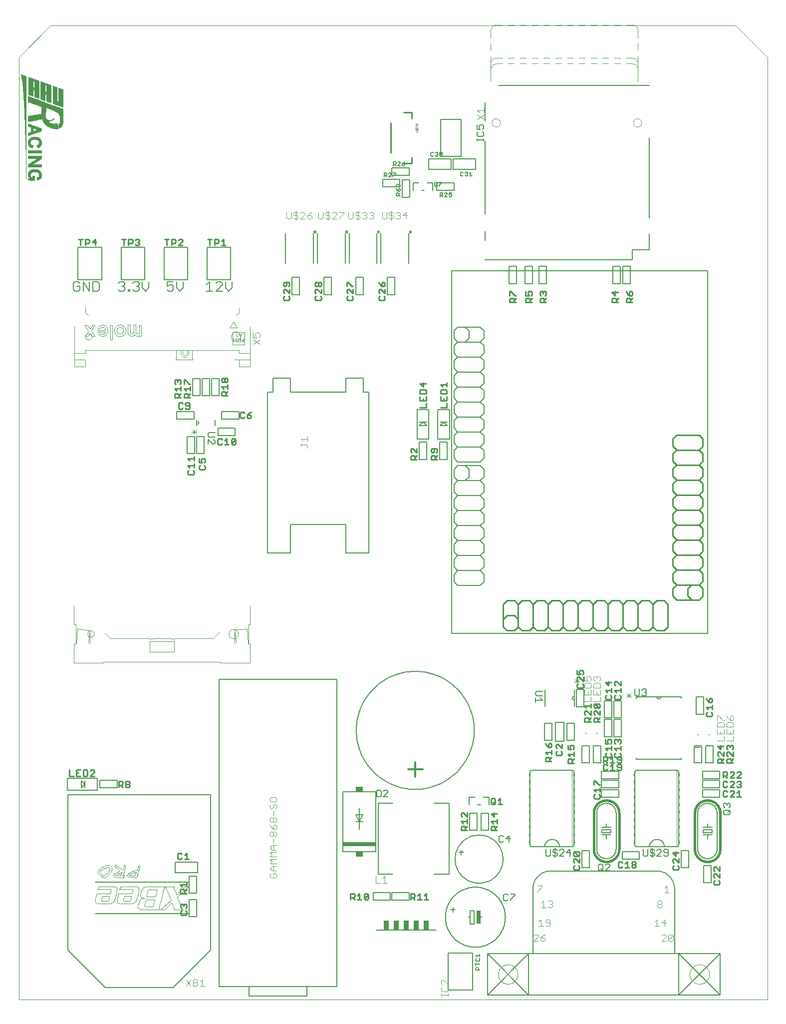
<source format=gto>
G75*
G70*
%OFA0B0*%
%FSLAX24Y24*%
%IPPOS*%
%LPD*%
%AMOC8*
5,1,8,0,0,1.08239X$1,22.5*
%
%ADD10R,0.0009X0.0018*%
%ADD11R,0.0009X0.0036*%
%ADD12R,0.0009X0.0054*%
%ADD13R,0.0009X0.0090*%
%ADD14R,0.0009X0.0117*%
%ADD15R,0.0009X0.0153*%
%ADD16R,0.0009X0.0189*%
%ADD17R,0.0009X0.0243*%
%ADD18R,0.0009X0.0279*%
%ADD19R,0.0009X0.0342*%
%ADD20R,0.0009X0.0387*%
%ADD21R,0.0009X0.0459*%
%ADD22R,0.0009X0.0522*%
%ADD23R,0.0009X0.0594*%
%ADD24R,0.0009X0.0675*%
%ADD25R,0.0009X0.0765*%
%ADD26R,0.0009X0.0846*%
%ADD27R,0.0009X0.0945*%
%ADD28R,0.0009X0.1053*%
%ADD29R,0.0009X0.1152*%
%ADD30R,0.0009X0.1278*%
%ADD31R,0.0009X0.1395*%
%ADD32R,0.0009X0.1530*%
%ADD33R,0.0009X0.1674*%
%ADD34R,0.0009X0.1818*%
%ADD35R,0.0009X0.1971*%
%ADD36R,0.0009X0.2142*%
%ADD37R,0.0009X0.2322*%
%ADD38R,0.0009X0.2511*%
%ADD39R,0.0009X0.2718*%
%ADD40R,0.0009X0.2925*%
%ADD41R,0.0009X0.3150*%
%ADD42R,0.0009X0.3402*%
%ADD43R,0.0009X0.3654*%
%ADD44R,0.0009X0.3933*%
%ADD45R,0.0009X0.4230*%
%ADD46R,0.0009X0.4563*%
%ADD47R,0.0009X0.4914*%
%ADD48R,0.0009X0.5301*%
%ADD49R,0.0009X0.5742*%
%ADD50R,0.0009X0.6246*%
%ADD51R,0.0009X0.6858*%
%ADD52R,0.0009X0.0180*%
%ADD53R,0.0009X0.0162*%
%ADD54R,0.0009X0.0369*%
%ADD55R,0.0009X0.0360*%
%ADD56R,0.0009X0.0171*%
%ADD57R,0.0009X0.0189*%
%ADD58R,0.0009X0.0252*%
%ADD59R,0.0009X0.0225*%
%ADD60R,0.0009X0.0144*%
%ADD61R,0.0009X0.1161*%
%ADD62R,0.0009X0.0378*%
%ADD63R,0.0009X0.0198*%
%ADD64R,0.0009X0.0306*%
%ADD65R,0.0009X0.0270*%
%ADD66R,0.0009X0.0351*%
%ADD67R,0.0009X0.1170*%
%ADD68R,0.0009X0.0369*%
%ADD69R,0.0009X0.0369*%
%ADD70R,0.0009X0.0180*%
%ADD71R,0.0009X0.0198*%
%ADD72R,0.0009X0.0387*%
%ADD73R,0.0009X0.0189*%
%ADD74R,0.0009X0.0162*%
%ADD75R,0.0009X0.0423*%
%ADD76R,0.0009X0.0207*%
%ADD77R,0.0009X0.1170*%
%ADD78R,0.0009X0.0441*%
%ADD79R,0.0009X0.0216*%
%ADD80R,0.0009X0.0387*%
%ADD81R,0.0009X0.0369*%
%ADD82R,0.0009X0.0477*%
%ADD83R,0.0009X0.0414*%
%ADD84R,0.0009X0.0495*%
%ADD85R,0.0009X0.0432*%
%ADD86R,0.0009X0.0513*%
%ADD87R,0.0009X0.0234*%
%ADD88R,0.0009X0.0450*%
%ADD89R,0.0009X0.0531*%
%ADD90R,0.0009X0.0468*%
%ADD91R,0.0009X0.0549*%
%ADD92R,0.0009X0.0486*%
%ADD93R,0.0009X0.0567*%
%ADD94R,0.0009X0.0252*%
%ADD95R,0.0009X0.0585*%
%ADD96R,0.0009X0.0261*%
%ADD97R,0.0009X0.0675*%
%ADD98R,0.0009X0.1161*%
%ADD99R,0.0009X0.0378*%
%ADD100R,0.0009X0.0594*%
%ADD101R,0.0009X0.0261*%
%ADD102R,0.0009X0.0684*%
%ADD103R,0.0009X0.0612*%
%ADD104R,0.0009X0.0684*%
%ADD105R,0.0009X0.0630*%
%ADD106R,0.0009X0.0693*%
%ADD107R,0.0009X0.0288*%
%ADD108R,0.0009X0.0333*%
%ADD109R,0.0009X0.0297*%
%ADD110R,0.0009X0.0171*%
%ADD111R,0.0009X0.0243*%
%ADD112R,0.0009X0.0297*%
%ADD113R,0.0009X0.0279*%
%ADD114R,0.0009X0.0234*%
%ADD115R,0.0009X0.0234*%
%ADD116R,0.0009X0.0315*%
%ADD117R,0.0009X0.0666*%
%ADD118R,0.0009X0.0657*%
%ADD119R,0.0009X0.0216*%
%ADD120R,0.0009X0.0324*%
%ADD121R,0.0009X0.0225*%
%ADD122R,0.0009X0.0648*%
%ADD123R,0.0009X0.0207*%
%ADD124R,0.0009X0.0639*%
%ADD125R,0.0009X0.0342*%
%ADD126R,0.0009X0.0621*%
%ADD127R,0.0009X0.0207*%
%ADD128R,0.0009X0.0351*%
%ADD129R,0.0009X0.0621*%
%ADD130R,0.0009X0.0603*%
%ADD131R,0.0009X0.0135*%
%ADD132R,0.0009X0.0342*%
%ADD133R,0.0009X0.0099*%
%ADD134R,0.0009X0.0576*%
%ADD135R,0.0009X0.0045*%
%ADD136R,0.0009X0.0396*%
%ADD137R,0.0009X0.0135*%
%ADD138R,0.0009X0.0009*%
%ADD139R,0.0009X0.0405*%
%ADD140R,0.0009X0.0567*%
%ADD141R,0.0009X0.0414*%
%ADD142R,0.0009X0.0162*%
%ADD143R,0.0009X0.0360*%
%ADD144R,0.0009X0.0144*%
%ADD145R,0.0009X0.0189*%
%ADD146R,0.0009X0.0036*%
%ADD147R,0.0009X0.0396*%
%ADD148R,0.0009X0.0027*%
%ADD149R,0.0009X0.0063*%
%ADD150R,0.0009X0.0108*%
%ADD151R,0.0009X0.0162*%
%ADD152R,0.0009X0.0342*%
%ADD153R,0.0009X0.0207*%
%ADD154R,0.0009X0.0324*%
%ADD155R,0.0009X0.0306*%
%ADD156R,0.0009X0.0315*%
%ADD157R,0.0009X0.0297*%
%ADD158R,0.0009X0.0612*%
%ADD159R,0.0009X0.0558*%
%ADD160R,0.0009X0.0531*%
%ADD161R,0.0009X0.0252*%
%ADD162R,0.0009X0.0513*%
%ADD163R,0.0009X0.0459*%
%ADD164R,0.0009X0.0450*%
%ADD165R,0.0009X0.0414*%
%ADD166R,0.0009X0.1215*%
%ADD167R,0.0009X0.1215*%
%ADD168R,0.0009X0.1206*%
%ADD169R,0.0009X0.1197*%
%ADD170R,0.0009X0.1179*%
%ADD171R,0.0009X0.1188*%
%ADD172R,0.0009X0.1188*%
%ADD173R,0.0009X0.1224*%
%ADD174R,0.0009X0.1260*%
%ADD175R,0.0009X0.1296*%
%ADD176R,0.0009X0.1305*%
%ADD177R,0.0009X0.1323*%
%ADD178R,0.0009X0.1332*%
%ADD179R,0.0009X0.1350*%
%ADD180R,0.0009X0.1368*%
%ADD181R,0.0009X0.1368*%
%ADD182R,0.0009X0.1386*%
%ADD183R,0.0009X0.1404*%
%ADD184R,0.0009X0.1413*%
%ADD185R,0.0009X0.1422*%
%ADD186R,0.0009X0.1422*%
%ADD187R,0.0009X0.1440*%
%ADD188R,0.0009X0.1449*%
%ADD189R,0.0009X0.1179*%
%ADD190R,0.0009X0.1458*%
%ADD191R,0.0009X0.1458*%
%ADD192R,0.0009X0.1467*%
%ADD193R,0.0009X0.1476*%
%ADD194R,0.0009X0.0144*%
%ADD195R,0.0009X0.1485*%
%ADD196R,0.0009X0.1494*%
%ADD197R,0.0009X0.0459*%
%ADD198R,0.0009X0.1179*%
%ADD199R,0.0009X0.0441*%
%ADD200R,0.0009X0.0432*%
%ADD201R,0.0009X0.0432*%
%ADD202R,0.0009X0.1179*%
%ADD203R,0.0009X0.0468*%
%ADD204R,0.0009X0.0486*%
%ADD205R,0.0009X0.0072*%
%ADD206R,0.0009X0.0054*%
%ADD207R,0.0009X0.0045*%
%ADD208R,0.0009X0.0054*%
%ADD209R,0.0009X0.0072*%
%ADD210R,0.0009X0.0324*%
%ADD211R,0.0009X0.0081*%
%ADD212R,0.0009X0.0081*%
%ADD213R,0.0009X0.0072*%
%ADD214R,0.0009X0.0027*%
%ADD215R,0.0009X0.0324*%
%ADD216R,0.0009X0.0279*%
%ADD217R,0.0009X0.0405*%
%ADD218R,0.0009X0.0027*%
%ADD219R,0.0009X0.0252*%
%ADD220R,0.0009X0.0063*%
%ADD221R,0.0009X0.0540*%
%ADD222R,0.0009X0.0558*%
%ADD223R,0.0009X0.0972*%
%ADD224R,0.0009X0.1008*%
%ADD225R,0.0009X0.1314*%
%ADD226R,0.0009X0.1314*%
%ADD227R,0.0009X0.1287*%
%ADD228R,0.0009X0.1260*%
%ADD229R,0.0009X0.1251*%
%ADD230R,0.0009X0.1242*%
%ADD231R,0.0009X0.1197*%
%ADD232R,0.0009X0.1152*%
%ADD233R,0.0009X0.1143*%
%ADD234R,0.0009X0.1116*%
%ADD235R,0.0009X0.1089*%
%ADD236R,0.0009X0.1062*%
%ADD237R,0.0009X0.1035*%
%ADD238R,0.0009X0.0999*%
%ADD239R,0.0009X0.0954*%
%ADD240R,0.0009X0.0909*%
%ADD241R,0.0009X0.0819*%
%ADD242C,0.0000*%
%ADD243C,0.0060*%
%ADD244C,0.0080*%
%ADD245C,0.0040*%
%ADD246C,0.0090*%
%ADD247C,0.0100*%
%ADD248C,0.0050*%
%ADD249C,0.0130*%
%ADD250R,0.0380X0.0660*%
%ADD251R,0.2200X0.0300*%
%ADD252R,0.0500X0.0350*%
%ADD253R,0.0250X0.0900*%
%ADD254C,0.0030*%
%ADD255C,0.0020*%
%ADD256R,0.0050X0.0200*%
%ADD257C,0.0160*%
%ADD258R,0.0079X0.0079*%
%ADD259C,0.0010*%
D10*
X002491Y058937D03*
X000259Y061889D03*
D11*
X000268Y061880D03*
X002248Y058829D03*
X002257Y058829D03*
X002473Y058928D03*
D12*
X002284Y058829D03*
X002266Y058829D03*
X002212Y058811D03*
X000277Y061862D03*
D13*
X000286Y061844D03*
X002869Y058811D03*
X001348Y057128D03*
D14*
X000295Y061831D03*
D15*
X000304Y061804D03*
D16*
X000313Y061786D03*
X001636Y058204D03*
X001366Y058105D03*
X001339Y058096D03*
X001312Y058087D03*
X001267Y058069D03*
X001258Y058069D03*
X001231Y058060D03*
X001213Y058051D03*
X001204Y058051D03*
X001186Y058042D03*
X001177Y058042D03*
X001141Y058024D03*
X001132Y058024D03*
X001123Y058024D03*
X001114Y058015D03*
X000943Y057961D03*
X000916Y057952D03*
X000862Y057934D03*
X001159Y057637D03*
X001168Y057637D03*
X001177Y057637D03*
X001222Y057637D03*
X001231Y057637D03*
X001249Y057637D03*
X001249Y056359D03*
X001258Y056359D03*
X001267Y056359D03*
X001276Y056359D03*
X001294Y056359D03*
X001303Y056359D03*
X001231Y056359D03*
X001222Y056359D03*
X001213Y056359D03*
X001204Y056359D03*
X001186Y056359D03*
X001177Y056359D03*
X001168Y056359D03*
X001159Y056359D03*
X001141Y056359D03*
X001132Y056359D03*
X001123Y056359D03*
X001114Y056359D03*
X001096Y056359D03*
X001087Y056359D03*
X001078Y056359D03*
X001069Y056359D03*
X001051Y056359D03*
X001042Y056359D03*
X001033Y056359D03*
X001024Y056359D03*
X001006Y056359D03*
X000997Y056359D03*
X000988Y056359D03*
X000979Y056359D03*
X000961Y056359D03*
X000952Y056359D03*
X000943Y056359D03*
X000934Y056359D03*
X000916Y056359D03*
X000907Y056359D03*
X000898Y056359D03*
X000889Y056359D03*
X000871Y056359D03*
X000862Y056359D03*
X000853Y056359D03*
X000844Y056359D03*
X000826Y056359D03*
X000817Y056359D03*
X000808Y056359D03*
X000799Y056359D03*
X000781Y056359D03*
X000772Y056359D03*
X000772Y055801D03*
X001114Y055801D03*
X001123Y055801D03*
X001132Y055801D03*
X001141Y055801D03*
X001159Y055801D03*
X001168Y055801D03*
X001177Y055801D03*
X001186Y055801D03*
X001204Y055801D03*
X001213Y055801D03*
X001222Y055801D03*
X001231Y055801D03*
X001249Y055801D03*
X001258Y055801D03*
X001267Y055801D03*
X001276Y055801D03*
X001294Y055801D03*
X001303Y055801D03*
X001312Y055801D03*
X001321Y055801D03*
X001339Y055801D03*
X001348Y055801D03*
X001357Y055801D03*
X001366Y055801D03*
X001384Y055801D03*
X001393Y055801D03*
X001402Y055801D03*
X001411Y055801D03*
X001429Y055801D03*
X001438Y055801D03*
X001447Y055801D03*
X001456Y055801D03*
X001474Y055801D03*
X001483Y055801D03*
X001492Y055801D03*
X001501Y055801D03*
X001519Y055801D03*
X001528Y055801D03*
X001537Y055801D03*
X001546Y055801D03*
X001564Y055801D03*
X001573Y055801D03*
X001582Y055801D03*
X001591Y055801D03*
X001609Y055801D03*
X001618Y055801D03*
X001627Y055801D03*
X001258Y055477D03*
X001249Y055477D03*
X001159Y055477D03*
X001051Y054901D03*
X001042Y054901D03*
X001636Y056350D03*
X002734Y058357D03*
D17*
X002779Y059941D03*
X002734Y059959D03*
X002707Y059968D03*
X001474Y057546D03*
X001474Y057141D03*
X001564Y056331D03*
X001573Y056331D03*
X000853Y055828D03*
X000844Y055828D03*
X000943Y055405D03*
X000934Y055396D03*
X000952Y054928D03*
X001474Y054981D03*
X000322Y061759D03*
D18*
X000331Y061732D03*
X001501Y058204D03*
X000907Y057169D03*
X001519Y056314D03*
X000907Y055846D03*
X000898Y055846D03*
X001483Y055369D03*
D19*
X000790Y055211D03*
X001420Y058199D03*
X002365Y058451D03*
X002230Y059729D03*
X002140Y059765D03*
X002005Y059810D03*
X000340Y061700D03*
D20*
X000349Y061669D03*
X002644Y059563D03*
X002662Y059554D03*
D21*
X002788Y059473D03*
X002122Y058618D03*
X002113Y058618D03*
X000358Y061633D03*
D22*
X000367Y061601D03*
X001933Y058775D03*
D23*
X002869Y059378D03*
X001519Y057344D03*
X001519Y055184D03*
X000376Y061556D03*
D24*
X000385Y061515D03*
D25*
X000394Y061470D03*
X001933Y059625D03*
D26*
X000403Y061421D03*
D27*
X000412Y061371D03*
D28*
X000421Y061318D03*
D29*
X000430Y061259D03*
D30*
X000439Y061196D03*
X002941Y059009D03*
D31*
X001798Y059365D03*
X000448Y061129D03*
D32*
X000457Y061061D03*
D33*
X000466Y060989D03*
D34*
X000475Y060908D03*
D35*
X000484Y060832D03*
D36*
X000493Y060746D03*
D37*
X000502Y060647D03*
D38*
X000511Y060553D03*
D39*
X000520Y060449D03*
D40*
X000529Y060336D03*
D41*
X000538Y060224D03*
D42*
X000547Y060098D03*
D43*
X000556Y059963D03*
D44*
X000565Y059824D03*
D45*
X000574Y059666D03*
D46*
X000583Y059500D03*
D47*
X000592Y059324D03*
D48*
X000601Y059122D03*
D49*
X000610Y058901D03*
D50*
X000619Y058649D03*
D51*
X000628Y058334D03*
D52*
X000781Y058505D03*
X000799Y058496D03*
X000808Y058496D03*
X000817Y058496D03*
X000826Y058487D03*
X000844Y058487D03*
X000853Y058478D03*
X000862Y058478D03*
X000871Y058478D03*
X000889Y058469D03*
X000898Y058469D03*
X000907Y058460D03*
X000916Y058460D03*
X000934Y058451D03*
X000943Y058451D03*
X001123Y058388D03*
X001141Y058379D03*
X001168Y058370D03*
X001177Y058370D03*
X001204Y058361D03*
X001222Y058352D03*
X001249Y058343D03*
X001276Y058334D03*
X001303Y058325D03*
X001357Y058307D03*
X001384Y058109D03*
X001357Y058100D03*
X001348Y058100D03*
X001321Y058091D03*
X001303Y058082D03*
X001276Y058073D03*
X001249Y058064D03*
X001222Y058055D03*
X001168Y058037D03*
X000754Y057335D03*
X001051Y057074D03*
X000763Y056732D03*
X001636Y056732D03*
X001366Y054932D03*
X002797Y058496D03*
D53*
X002743Y058343D03*
X000754Y055202D03*
X000772Y054887D03*
X000781Y054887D03*
X000799Y054887D03*
X000808Y054887D03*
X000817Y054887D03*
X000826Y054887D03*
X000844Y054887D03*
X000853Y054887D03*
X000862Y054887D03*
D54*
X000799Y055216D03*
X001033Y055891D03*
X001042Y055891D03*
X001384Y056269D03*
X002536Y058429D03*
X002554Y058429D03*
X002563Y058429D03*
X002572Y058429D03*
X002581Y058429D03*
X002599Y058429D03*
X002608Y058429D03*
X002617Y058429D03*
X002626Y058429D03*
X002644Y058429D03*
X002653Y058429D03*
X002608Y059581D03*
X002581Y059590D03*
X002572Y059599D03*
X002563Y059599D03*
X001582Y059950D03*
X001483Y059986D03*
X001456Y059995D03*
X001384Y060022D03*
X001357Y060031D03*
X001258Y060067D03*
X001231Y060076D03*
X001186Y060094D03*
X001132Y060112D03*
X001087Y060130D03*
X000988Y060166D03*
X000961Y060175D03*
X000934Y060184D03*
X000889Y060202D03*
X000862Y060211D03*
X000808Y060229D03*
X000763Y060247D03*
X000961Y058960D03*
X000979Y058960D03*
X001024Y058969D03*
X001114Y058987D03*
X001123Y058987D03*
X001159Y058996D03*
X001168Y058996D03*
X001177Y058996D03*
X001204Y059005D03*
X001213Y059005D03*
X001222Y059005D03*
X001258Y059014D03*
X001267Y059014D03*
X001357Y059032D03*
X001366Y059032D03*
X001402Y059041D03*
X001411Y059041D03*
X001447Y059050D03*
X001456Y059050D03*
X001501Y059059D03*
X001609Y059077D03*
X000934Y058951D03*
X000916Y058951D03*
X000871Y058942D03*
X000781Y058924D03*
X000772Y058924D03*
D55*
X000763Y058919D03*
X000799Y058928D03*
X000808Y058928D03*
X000844Y058937D03*
X000853Y058937D03*
X000862Y058937D03*
X000889Y058946D03*
X000898Y058946D03*
X000907Y058946D03*
X000943Y058955D03*
X000952Y058955D03*
X000988Y058964D03*
X000997Y058964D03*
X001006Y058964D03*
X001033Y058973D03*
X001042Y058973D03*
X001051Y058973D03*
X001087Y058982D03*
X001096Y058982D03*
X001132Y058991D03*
X001141Y058991D03*
X001186Y059000D03*
X001231Y059009D03*
X001249Y059009D03*
X001276Y059018D03*
X001294Y059018D03*
X001339Y059027D03*
X001348Y059027D03*
X001384Y059036D03*
X001393Y059036D03*
X001429Y059045D03*
X001438Y059045D03*
X001474Y059054D03*
X001483Y059054D03*
X001492Y059054D03*
X001519Y059063D03*
X001528Y059063D03*
X001537Y059063D03*
X001564Y059072D03*
X001573Y059072D03*
X001582Y059072D03*
X001591Y059072D03*
X001618Y059081D03*
X001627Y059081D03*
X001393Y058199D03*
X002428Y058442D03*
X002473Y058433D03*
X002482Y058433D03*
X002491Y058433D03*
X002509Y058433D03*
X002518Y058433D03*
X002527Y058433D03*
X002842Y058478D03*
X002554Y059603D03*
X002536Y059612D03*
X002527Y059612D03*
X002518Y059621D03*
X002509Y059621D03*
X002491Y059630D03*
X002482Y059630D03*
X002473Y059639D03*
X002464Y059639D03*
X002446Y059648D03*
X002419Y059657D03*
X001393Y056273D03*
X001024Y055886D03*
D56*
X000763Y055801D03*
X000763Y056359D03*
X001636Y055801D03*
X001384Y058294D03*
X001366Y058303D03*
X001348Y058312D03*
X001339Y058312D03*
X001321Y058321D03*
X001312Y058321D03*
X001294Y058330D03*
X001267Y058339D03*
X001258Y058339D03*
X001231Y058348D03*
X001213Y058357D03*
X001186Y058366D03*
X001159Y058375D03*
X001132Y058384D03*
X001114Y058393D03*
X000952Y058447D03*
X000772Y058510D03*
X000763Y058510D03*
X001897Y060652D03*
X001906Y060652D03*
X001924Y060643D03*
X001933Y060643D03*
X001942Y060643D03*
X001951Y060634D03*
X001159Y060922D03*
X001141Y060931D03*
X001132Y060931D03*
X001123Y060940D03*
X001114Y060940D03*
X001096Y060949D03*
X001087Y060949D03*
X002878Y058816D03*
D57*
X001294Y058078D03*
X001159Y058033D03*
X000889Y057943D03*
X000763Y057898D03*
D58*
X000763Y057335D03*
X000916Y057146D03*
X001636Y057335D03*
X001546Y058199D03*
X001537Y058199D03*
X002716Y058379D03*
X002761Y059945D03*
X002752Y059954D03*
X002743Y059954D03*
X001636Y055175D03*
X001483Y054995D03*
D59*
X001456Y054964D03*
X001456Y055405D03*
X001447Y055414D03*
X000979Y055431D03*
X000961Y055423D03*
X000952Y055414D03*
X000763Y055206D03*
X000826Y055819D03*
X001123Y056025D03*
X001177Y056061D03*
X001204Y056080D03*
X001231Y056098D03*
X001258Y056115D03*
X001591Y056340D03*
X001447Y057115D03*
X001456Y057124D03*
X001456Y057565D03*
X001447Y057574D03*
X000952Y057574D03*
X000934Y057124D03*
X001582Y058204D03*
D60*
X001969Y061214D03*
X001942Y061223D03*
X001924Y061232D03*
X001897Y061241D03*
X000763Y054887D03*
D61*
X001474Y060877D03*
X001276Y060949D03*
X001249Y060958D03*
X001177Y060985D03*
X001078Y061021D03*
X001051Y061030D03*
X001024Y061039D03*
X000979Y061057D03*
X000952Y061066D03*
X000853Y061102D03*
X000826Y061111D03*
X000799Y061120D03*
X000781Y061129D03*
X000772Y061129D03*
D62*
X000772Y060242D03*
X000781Y060242D03*
X000799Y060233D03*
X000817Y060224D03*
X000826Y060224D03*
X000844Y060215D03*
X000853Y060215D03*
X000871Y060206D03*
X000898Y060197D03*
X000916Y060188D03*
X000943Y060179D03*
X000952Y060179D03*
X000979Y060170D03*
X000997Y060161D03*
X001006Y060161D03*
X001024Y060152D03*
X001042Y060143D03*
X001051Y060143D03*
X001069Y060134D03*
X001078Y060134D03*
X001096Y060125D03*
X001114Y060116D03*
X001123Y060116D03*
X001141Y060107D03*
X001168Y060098D03*
X001177Y060098D03*
X001204Y060089D03*
X001213Y060080D03*
X001222Y060080D03*
X001249Y060071D03*
X001267Y060062D03*
X001276Y060062D03*
X001294Y060053D03*
X001303Y060053D03*
X001312Y060044D03*
X001321Y060044D03*
X001339Y060035D03*
X001348Y060035D03*
X001366Y060026D03*
X001393Y060017D03*
X001402Y060017D03*
X001411Y060008D03*
X001429Y060008D03*
X001438Y059999D03*
X001447Y059999D03*
X001474Y059990D03*
X001492Y059981D03*
X001501Y059981D03*
X001519Y059972D03*
X001528Y059972D03*
X001537Y059963D03*
X001546Y059963D03*
X001564Y059954D03*
X001573Y059954D03*
X001591Y059945D03*
X001609Y059936D03*
X001618Y059936D03*
X001627Y059936D03*
X002599Y059585D03*
X002617Y059576D03*
X002626Y059567D03*
X002653Y059558D03*
X002662Y058433D03*
X001366Y056264D03*
X001357Y056264D03*
X001051Y055895D03*
D63*
X000781Y055805D03*
X001033Y055454D03*
X001069Y055463D03*
X001078Y055463D03*
X001096Y055472D03*
X001114Y055472D03*
X001123Y055472D03*
X001132Y055472D03*
X001141Y055472D03*
X001168Y055481D03*
X001177Y055481D03*
X001186Y055481D03*
X001204Y055481D03*
X001213Y055481D03*
X001222Y055481D03*
X001231Y055481D03*
X001267Y055472D03*
X001276Y055472D03*
X001294Y055472D03*
X001303Y055472D03*
X001312Y055472D03*
X001321Y055463D03*
X001339Y055463D03*
X001348Y055463D03*
X001366Y055454D03*
X001393Y054932D03*
X001402Y054932D03*
X001384Y054923D03*
X001033Y054905D03*
X001024Y054905D03*
X001024Y056732D03*
X001033Y056732D03*
X001042Y056732D03*
X001051Y056732D03*
X001069Y056732D03*
X001078Y056732D03*
X001087Y056732D03*
X001096Y056732D03*
X001114Y056732D03*
X001123Y056732D03*
X001132Y056732D03*
X001141Y056732D03*
X001159Y056732D03*
X001168Y056732D03*
X001177Y056732D03*
X001186Y056732D03*
X001204Y056732D03*
X001213Y056732D03*
X001222Y056732D03*
X001231Y056732D03*
X001249Y056732D03*
X001258Y056732D03*
X001267Y056732D03*
X001276Y056732D03*
X001294Y056732D03*
X001303Y056732D03*
X001312Y056732D03*
X001321Y056732D03*
X001339Y056732D03*
X001348Y056732D03*
X001357Y056732D03*
X001366Y056732D03*
X001384Y056732D03*
X001393Y056732D03*
X001402Y056732D03*
X001411Y056732D03*
X001429Y056732D03*
X001438Y056732D03*
X001447Y056732D03*
X001456Y056732D03*
X001474Y056732D03*
X001483Y056732D03*
X001492Y056732D03*
X001501Y056732D03*
X001519Y056732D03*
X001528Y056732D03*
X001537Y056732D03*
X001546Y056732D03*
X001564Y056732D03*
X001573Y056732D03*
X001582Y056732D03*
X001591Y056732D03*
X001609Y056732D03*
X001618Y056732D03*
X001627Y056732D03*
X001042Y057074D03*
X001033Y057074D03*
X001024Y057074D03*
X001006Y057083D03*
X000988Y057092D03*
X000988Y056732D03*
X000997Y056732D03*
X001006Y056732D03*
X000979Y056732D03*
X000961Y056732D03*
X000952Y056732D03*
X000943Y056732D03*
X000934Y056732D03*
X000916Y056732D03*
X000907Y056732D03*
X000898Y056732D03*
X000889Y056732D03*
X000871Y056732D03*
X000862Y056732D03*
X000853Y056732D03*
X000844Y056732D03*
X000826Y056732D03*
X000817Y056732D03*
X000808Y056732D03*
X000799Y056732D03*
X000781Y056732D03*
X000772Y056732D03*
X001033Y057614D03*
X001069Y057623D03*
X001078Y057623D03*
X001087Y057632D03*
X001096Y057632D03*
X001114Y057632D03*
X001123Y057632D03*
X001132Y057632D03*
X001141Y057632D03*
X001186Y057641D03*
X001204Y057641D03*
X001213Y057641D03*
X001258Y057632D03*
X001267Y057632D03*
X001276Y057632D03*
X001294Y057632D03*
X001303Y057632D03*
X001312Y057632D03*
X001321Y057623D03*
X001339Y057623D03*
X001348Y057623D03*
X001357Y057614D03*
X001366Y057614D03*
X000952Y057965D03*
X000934Y057956D03*
X000907Y057947D03*
X000898Y057947D03*
X000871Y057938D03*
X000853Y057929D03*
X000844Y057929D03*
X000826Y057920D03*
X000817Y057920D03*
X000808Y057911D03*
X000799Y057911D03*
X000781Y057902D03*
X000772Y057902D03*
X001618Y058199D03*
X001627Y058199D03*
D64*
X001474Y058199D03*
X001627Y057335D03*
X001474Y056300D03*
X000943Y055859D03*
X000907Y055355D03*
X000781Y055211D03*
X001627Y055175D03*
X000772Y057335D03*
X002896Y058487D03*
D65*
X001519Y058199D03*
X001483Y057533D03*
X001528Y056318D03*
X000889Y055841D03*
X000916Y055373D03*
X000772Y055211D03*
D66*
X001006Y055882D03*
X001402Y056278D03*
X001411Y056278D03*
X001618Y057340D03*
X000781Y057340D03*
X001402Y058204D03*
X002392Y058447D03*
X002401Y058447D03*
X002419Y058447D03*
X002437Y058438D03*
X002446Y058438D03*
X002464Y058438D03*
X002833Y058474D03*
X002437Y059653D03*
X002428Y059653D03*
X002401Y059662D03*
X002392Y059671D03*
X002383Y059671D03*
X002374Y059680D03*
X002356Y059680D03*
X002347Y059689D03*
X002338Y059689D03*
X002311Y059698D03*
X002293Y059707D03*
X002266Y059716D03*
X002248Y059725D03*
X002221Y059734D03*
X002176Y059752D03*
X002149Y059761D03*
X002122Y059770D03*
X002023Y059806D03*
X001618Y055180D03*
D67*
X002905Y060359D03*
X002680Y060440D03*
X002635Y060458D03*
X002500Y060503D03*
X002455Y060521D03*
X002410Y060539D03*
X002275Y060584D03*
X002230Y060602D03*
X002185Y060620D03*
X002140Y060638D03*
X002050Y060665D03*
X002005Y060683D03*
X001825Y060746D03*
X001780Y060764D03*
X001735Y060782D03*
X001690Y060800D03*
X001645Y060818D03*
X001600Y060827D03*
X001465Y060881D03*
X001420Y060899D03*
X001330Y060926D03*
X001285Y060944D03*
X001240Y060962D03*
X001195Y060980D03*
X001060Y061025D03*
X001015Y061043D03*
X000970Y061061D03*
X000835Y061106D03*
X000790Y061124D03*
D68*
X000790Y060238D03*
X001285Y060058D03*
X001555Y059068D03*
X001060Y058978D03*
X000835Y058933D03*
X002545Y059608D03*
D69*
X002590Y059590D03*
X001555Y059959D03*
X001330Y060040D03*
X001060Y060139D03*
X000835Y060220D03*
X001015Y058969D03*
X000970Y058960D03*
X000925Y058951D03*
X000880Y058942D03*
X000790Y058924D03*
X001465Y059050D03*
X001510Y059059D03*
X001600Y059077D03*
X002545Y058429D03*
X002590Y058429D03*
X002635Y058429D03*
X001375Y056269D03*
D70*
X001645Y057335D03*
X001330Y058091D03*
X001375Y058109D03*
X001375Y058298D03*
X001330Y058316D03*
X001195Y058361D03*
X001150Y058379D03*
X000880Y058469D03*
X000835Y058487D03*
X000790Y058505D03*
X001195Y058046D03*
X001645Y055175D03*
D71*
X001375Y054923D03*
X001015Y054905D03*
X001060Y055463D03*
X001105Y055472D03*
X001150Y055472D03*
X001195Y055481D03*
X001240Y055481D03*
X001285Y055472D03*
X001330Y055463D03*
X000790Y055805D03*
X000790Y056732D03*
X000835Y056732D03*
X000880Y056732D03*
X000925Y056732D03*
X000970Y056732D03*
X001015Y056732D03*
X001060Y056732D03*
X001105Y056732D03*
X001150Y056732D03*
X001195Y056732D03*
X001240Y056732D03*
X001285Y056732D03*
X001330Y056732D03*
X001375Y056732D03*
X001420Y056732D03*
X001465Y056732D03*
X001510Y056732D03*
X001555Y056732D03*
X001600Y056732D03*
X001375Y057083D03*
X001015Y057083D03*
X001060Y057623D03*
X001105Y057632D03*
X001195Y057641D03*
X001285Y057632D03*
X001330Y057623D03*
X000925Y057956D03*
X000880Y057938D03*
X000835Y057920D03*
X000790Y057911D03*
D72*
X000790Y057340D03*
X001060Y055900D03*
X002680Y059545D03*
D73*
X001240Y058060D03*
X001105Y058015D03*
X001150Y057637D03*
X001240Y057637D03*
X001240Y056359D03*
X001285Y056359D03*
X001195Y056359D03*
X001150Y056359D03*
X001105Y056359D03*
X001060Y056359D03*
X001015Y056359D03*
X000970Y056359D03*
X000925Y056359D03*
X000880Y056359D03*
X000835Y056359D03*
X000790Y056359D03*
X001105Y055801D03*
X001150Y055801D03*
X001195Y055801D03*
X001240Y055801D03*
X001285Y055801D03*
X001330Y055801D03*
X001375Y055801D03*
X001420Y055801D03*
X001465Y055801D03*
X001510Y055801D03*
X001555Y055801D03*
X001600Y055801D03*
D74*
X000835Y054887D03*
X000790Y054887D03*
D75*
X000799Y057340D03*
X002752Y059500D03*
X002743Y059509D03*
D76*
X001402Y057601D03*
X001393Y057601D03*
X001384Y057610D03*
X001024Y057610D03*
X001006Y057601D03*
X000997Y057601D03*
X000961Y057106D03*
X001618Y056350D03*
X001627Y056350D03*
X001384Y055450D03*
X001393Y055441D03*
X001402Y055441D03*
X001024Y055450D03*
X000799Y055810D03*
X000997Y054910D03*
X001006Y054910D03*
X001429Y054946D03*
D77*
X003004Y059036D03*
X003076Y060296D03*
X003031Y060314D03*
X003004Y060323D03*
X002977Y060332D03*
X002932Y060350D03*
X002878Y060368D03*
X002851Y060377D03*
X002833Y060386D03*
X002806Y060395D03*
X002653Y060449D03*
X002626Y060458D03*
X002608Y060467D03*
X002581Y060476D03*
X002554Y060485D03*
X002536Y060494D03*
X002527Y060494D03*
X002509Y060503D03*
X002482Y060512D03*
X002437Y060530D03*
X002428Y060530D03*
X002401Y060539D03*
X002284Y060584D03*
X002257Y060593D03*
X002239Y060602D03*
X002212Y060611D03*
X002203Y060611D03*
X002176Y060620D03*
X002158Y060629D03*
X002131Y060638D03*
X002113Y060647D03*
X002104Y060647D03*
X002086Y060656D03*
X002077Y060656D03*
X002059Y060665D03*
X002041Y060674D03*
X002032Y060674D03*
X002014Y060683D03*
X001987Y060692D03*
X001978Y060692D03*
X001888Y060728D03*
X001879Y060728D03*
X001861Y060737D03*
X001852Y060737D03*
X001843Y060746D03*
X001834Y060746D03*
X001816Y060755D03*
X001807Y060755D03*
X001789Y060764D03*
X001762Y060773D03*
X001753Y060773D03*
X001744Y060782D03*
X001726Y060782D03*
X001717Y060791D03*
X001708Y060791D03*
X001681Y060800D03*
X001663Y060809D03*
X001654Y060809D03*
X001636Y060818D03*
X001627Y060818D03*
X001618Y060827D03*
X001609Y060827D03*
X001591Y060836D03*
X001456Y060881D03*
X001447Y060890D03*
X001438Y060890D03*
X001429Y060890D03*
X001411Y060899D03*
X001402Y060899D03*
X001393Y060908D03*
X001384Y060908D03*
X001366Y060917D03*
X001357Y060917D03*
X001348Y060926D03*
X001339Y060926D03*
X001321Y060935D03*
X001312Y060935D03*
X001303Y060935D03*
X001294Y060944D03*
X001267Y060953D03*
X001258Y060953D03*
X001231Y060962D03*
X001222Y060971D03*
X001213Y060971D03*
X001204Y060971D03*
X001186Y060980D03*
X001168Y060989D03*
X001069Y061025D03*
X001042Y061034D03*
X001033Y061034D03*
X001006Y061043D03*
X000997Y061052D03*
X000988Y061052D03*
X000961Y061061D03*
X000943Y061070D03*
X000934Y061070D03*
X000916Y061079D03*
X000907Y061079D03*
X000898Y061088D03*
X000889Y061088D03*
X000871Y061097D03*
X000862Y061097D03*
X000844Y061106D03*
X000817Y061115D03*
X000808Y061115D03*
D78*
X001987Y058699D03*
X001996Y058690D03*
X002014Y058672D03*
X002041Y058654D03*
X002059Y058645D03*
X002068Y058636D03*
X002077Y058636D03*
X000808Y057340D03*
X001591Y055180D03*
D79*
X001447Y054959D03*
X001438Y054950D03*
X000988Y054914D03*
X000979Y054914D03*
X000988Y055436D03*
X000997Y055436D03*
X001006Y055445D03*
X001411Y055436D03*
X001429Y055427D03*
X001438Y055418D03*
X001132Y056030D03*
X001141Y056039D03*
X001159Y056048D03*
X001168Y056057D03*
X001186Y056066D03*
X001213Y056084D03*
X001222Y056093D03*
X001249Y056111D03*
X001267Y056120D03*
X001276Y056129D03*
X001294Y056138D03*
X001303Y056147D03*
X001114Y056021D03*
X000817Y055814D03*
X000808Y055814D03*
X001609Y056345D03*
X001438Y057110D03*
X001429Y057110D03*
X001438Y057578D03*
X001429Y057587D03*
X001411Y057596D03*
X000988Y057596D03*
X000961Y057578D03*
X000943Y057119D03*
X000952Y057110D03*
X001591Y058199D03*
X002806Y058469D03*
D80*
X001951Y059815D03*
X001609Y057340D03*
X001348Y056260D03*
X001069Y055900D03*
X000808Y055216D03*
X001609Y055180D03*
D81*
X002671Y058438D03*
X001546Y059068D03*
X001321Y059023D03*
X001312Y059023D03*
X001303Y059023D03*
X001078Y058978D03*
X001069Y058978D03*
X000826Y058933D03*
X000817Y058933D03*
X001159Y060103D03*
X001033Y060148D03*
X000907Y060193D03*
D82*
X002167Y058600D03*
X002806Y059455D03*
X000817Y057340D03*
D83*
X000817Y055220D03*
D84*
X000862Y055225D03*
X001573Y055180D03*
X001573Y057340D03*
X000826Y057340D03*
X002824Y059436D03*
D85*
X002761Y059495D03*
X000826Y055220D03*
D86*
X000835Y057340D03*
D87*
X000925Y057137D03*
X000835Y055823D03*
D88*
X000835Y055220D03*
X002095Y058622D03*
D89*
X002842Y059419D03*
X000844Y057340D03*
D90*
X001582Y057335D03*
X002149Y058604D03*
X002158Y058604D03*
X002131Y058613D03*
X001951Y058739D03*
X002797Y059468D03*
X000844Y055220D03*
D91*
X001546Y055180D03*
X001546Y057340D03*
X000853Y057340D03*
D92*
X001942Y058757D03*
X002176Y058595D03*
X002194Y058595D03*
X000853Y055220D03*
D93*
X000862Y057340D03*
X001537Y057340D03*
D94*
X000862Y055832D03*
X001474Y055382D03*
X000943Y054932D03*
X002716Y059963D03*
D95*
X001069Y058204D03*
X000871Y057340D03*
X001528Y057340D03*
D96*
X001483Y057151D03*
X000916Y057538D03*
X001528Y058204D03*
X001537Y056323D03*
X001546Y056323D03*
X000871Y055837D03*
X000934Y054937D03*
D97*
X000871Y055144D03*
D98*
X001375Y060913D03*
X000925Y061075D03*
X000880Y061093D03*
D99*
X000880Y060206D03*
X000925Y060188D03*
X000970Y060170D03*
X001015Y060152D03*
X001105Y060125D03*
X001150Y060107D03*
X001195Y060089D03*
X001240Y060071D03*
X001375Y060026D03*
X001420Y060008D03*
X001465Y059990D03*
X001510Y059972D03*
X001600Y059945D03*
X002635Y059567D03*
D100*
X001060Y058199D03*
X000880Y057344D03*
D101*
X000880Y055837D03*
X000925Y055387D03*
D102*
X000880Y055148D03*
D103*
X001501Y055184D03*
X000889Y057344D03*
X001033Y058199D03*
D104*
X000889Y055148D03*
D105*
X001492Y055184D03*
X001492Y057344D03*
X000898Y057344D03*
X001006Y058199D03*
X001942Y059693D03*
D106*
X000898Y055153D03*
D107*
X000916Y055850D03*
X001501Y056309D03*
X000907Y057515D03*
X001492Y058199D03*
X002824Y058433D03*
D108*
X002869Y058483D03*
X002356Y058456D03*
X002347Y058456D03*
X002338Y058456D03*
X002329Y058456D03*
X002311Y058465D03*
X002221Y058501D03*
X002212Y058510D03*
X001429Y058204D03*
X001429Y056286D03*
X001438Y056286D03*
X000988Y055873D03*
X000979Y055873D03*
X000907Y054973D03*
D109*
X000916Y054955D03*
X000934Y055855D03*
X001483Y056305D03*
X001492Y056305D03*
D110*
X001285Y058330D03*
X001240Y058348D03*
X001105Y058393D03*
X000925Y058456D03*
X001915Y060652D03*
X001960Y060634D03*
X001150Y060931D03*
D111*
X001555Y058204D03*
X001465Y057556D03*
X001465Y057133D03*
X000925Y057546D03*
X001465Y055396D03*
D112*
X000925Y055855D03*
D113*
X001510Y056314D03*
X000925Y054946D03*
X001510Y058204D03*
D114*
X000934Y057560D03*
D115*
X000943Y057569D03*
X001564Y058199D03*
X001573Y058199D03*
X001582Y056336D03*
X000961Y054923D03*
D116*
X000961Y055864D03*
X000952Y055864D03*
X001456Y056295D03*
X001456Y058204D03*
X002887Y058483D03*
D117*
X000961Y058199D03*
D118*
X000970Y058204D03*
D119*
X000970Y057587D03*
X000970Y057101D03*
X001420Y057101D03*
X001240Y056102D03*
X001195Y056075D03*
X001105Y056012D03*
X001420Y055427D03*
X001600Y058199D03*
X002725Y058370D03*
D120*
X002230Y058496D03*
X000970Y055868D03*
D121*
X001150Y056044D03*
X001285Y056134D03*
X001600Y056340D03*
X000970Y055423D03*
X000970Y054919D03*
X001465Y054973D03*
D122*
X000988Y058199D03*
X000979Y058199D03*
D123*
X001042Y057619D03*
X001051Y057619D03*
X000979Y057591D03*
X000979Y057096D03*
X000997Y057088D03*
X001384Y057088D03*
X001393Y057088D03*
X001402Y057096D03*
X001411Y057096D03*
X001609Y058204D03*
X001357Y055459D03*
X001087Y055468D03*
X001051Y055459D03*
X001042Y055459D03*
X001411Y054936D03*
D124*
X000997Y058204D03*
D125*
X001969Y059828D03*
X002059Y059792D03*
X002068Y059792D03*
X002077Y059783D03*
X002086Y059783D03*
X002194Y059747D03*
X002203Y059738D03*
X002212Y059738D03*
X002302Y059702D03*
X002329Y059693D03*
X002851Y058478D03*
X000997Y055877D03*
X001069Y054977D03*
X001078Y054977D03*
X001087Y054977D03*
X001096Y054977D03*
X001114Y054977D03*
X001123Y054977D03*
X001132Y054977D03*
X001141Y054977D03*
X001159Y054977D03*
X001168Y054977D03*
X001177Y054977D03*
X001186Y054977D03*
D126*
X001015Y058204D03*
D127*
X001015Y057610D03*
X001375Y057610D03*
X001375Y055450D03*
X001015Y055450D03*
X001420Y054946D03*
D128*
X001015Y055882D03*
X002410Y058447D03*
X002455Y058438D03*
X002680Y058429D03*
X002455Y059644D03*
X002410Y059662D03*
X002365Y059680D03*
X002320Y059698D03*
X002275Y059716D03*
X002050Y059797D03*
D129*
X002878Y059356D03*
X001024Y058204D03*
X001501Y057340D03*
D130*
X001051Y058204D03*
X001042Y058204D03*
D131*
X001060Y057096D03*
X001960Y061219D03*
X001150Y061506D03*
X001105Y061525D03*
D132*
X001960Y059828D03*
X002095Y059783D03*
X002185Y059747D03*
X002860Y058478D03*
X001420Y056282D03*
X001195Y054977D03*
X001150Y054977D03*
X001105Y054977D03*
X001060Y054977D03*
D133*
X001069Y057115D03*
X002761Y058321D03*
X002779Y058546D03*
D134*
X001087Y058199D03*
X001078Y058199D03*
X001528Y055184D03*
D135*
X001078Y057133D03*
X002239Y058825D03*
X002464Y058924D03*
X002779Y058294D03*
D136*
X002707Y059531D03*
X002689Y059540D03*
X002671Y059549D03*
X001339Y056255D03*
X001078Y055904D03*
D137*
X001357Y054945D03*
X001357Y057115D03*
X002752Y058330D03*
X002788Y058519D03*
X001951Y061219D03*
X001933Y061228D03*
X001906Y061236D03*
X001159Y061506D03*
X001141Y061515D03*
X001132Y061515D03*
X001114Y061525D03*
X001096Y061534D03*
X001087Y061534D03*
D138*
X002788Y058285D03*
X001087Y057151D03*
D139*
X001321Y056250D03*
X001087Y055909D03*
X002716Y059526D03*
X002698Y059535D03*
D140*
X001096Y058204D03*
D141*
X001312Y056246D03*
X001096Y055913D03*
X002734Y059513D03*
D142*
X001105Y060944D03*
D143*
X002500Y059621D03*
X002500Y058433D03*
X001420Y059045D03*
X001375Y059036D03*
X001330Y059027D03*
X001285Y059018D03*
X001240Y059009D03*
X001195Y059000D03*
X001150Y058991D03*
X001105Y058982D03*
D144*
X001123Y061520D03*
D145*
X001285Y058078D03*
X001150Y058033D03*
D146*
X001330Y057155D03*
D147*
X001330Y056255D03*
D148*
X001330Y054991D03*
D149*
X001339Y054973D03*
X001339Y057141D03*
X002293Y058834D03*
X002302Y058834D03*
X002311Y058834D03*
X002428Y058896D03*
X002437Y058906D03*
X002446Y058915D03*
D150*
X001348Y054959D03*
D151*
X001366Y057101D03*
X001969Y060629D03*
D152*
X001978Y059819D03*
X001987Y059819D03*
X001996Y059819D03*
X002014Y059810D03*
X002032Y059801D03*
X002041Y059801D03*
X002104Y059774D03*
X002113Y059774D03*
X002131Y059765D03*
X002158Y059756D03*
X002167Y059756D03*
X002239Y059729D03*
X002257Y059720D03*
X002284Y059711D03*
X002203Y058514D03*
X002374Y058451D03*
X002383Y058451D03*
X001411Y058199D03*
D153*
X001420Y057591D03*
D154*
X001438Y058199D03*
X001447Y058199D03*
X002239Y058487D03*
X002248Y058487D03*
X002257Y058478D03*
X002266Y058478D03*
X002284Y058469D03*
X002293Y058469D03*
X002302Y058469D03*
X002878Y058478D03*
X001447Y056291D03*
D155*
X001465Y058199D03*
D156*
X002275Y058474D03*
X001465Y056295D03*
D157*
X001483Y058204D03*
X002698Y058401D03*
D158*
X001510Y057344D03*
X001510Y055184D03*
D159*
X001537Y055184D03*
D160*
X001555Y055180D03*
X001555Y057340D03*
D161*
X001555Y056327D03*
X002815Y058442D03*
X002725Y059963D03*
D162*
X002833Y059428D03*
X001564Y057340D03*
X001564Y055180D03*
D163*
X001582Y055180D03*
D164*
X001591Y057335D03*
X002104Y058622D03*
X002086Y058631D03*
X001978Y058703D03*
X001969Y058712D03*
X002779Y059477D03*
D165*
X001600Y057335D03*
X001600Y055175D03*
D166*
X002977Y059023D03*
X001636Y059509D03*
D167*
X001645Y059509D03*
D168*
X001654Y059504D03*
X002986Y059027D03*
D169*
X001672Y059509D03*
X001663Y059509D03*
D170*
X002068Y060661D03*
X002023Y060679D03*
X002149Y060634D03*
X002167Y060625D03*
X002194Y060616D03*
X002221Y060607D03*
X002266Y060589D03*
X002419Y060535D03*
X002446Y060526D03*
X002464Y060517D03*
X002473Y060517D03*
X002518Y060499D03*
X002563Y060481D03*
X002572Y060481D03*
X002599Y060472D03*
X002644Y060454D03*
X002662Y060445D03*
X002671Y060445D03*
X002689Y060436D03*
X002698Y060436D03*
X002788Y060400D03*
X002797Y060400D03*
X002824Y060391D03*
X002842Y060382D03*
X002887Y060364D03*
X002896Y060364D03*
X002914Y060355D03*
X002923Y060355D03*
X002941Y060346D03*
X002959Y060337D03*
X002968Y060337D03*
X003013Y060319D03*
X003022Y060319D03*
X003049Y060310D03*
X003058Y060301D03*
X003067Y060301D03*
X003094Y060292D03*
X001798Y060760D03*
X001771Y060769D03*
X001699Y060796D03*
X001672Y060805D03*
D171*
X001681Y059504D03*
X001699Y059504D03*
D172*
X001690Y059504D03*
D173*
X001708Y059477D03*
D174*
X001717Y059459D03*
D175*
X001726Y059441D03*
X002923Y059000D03*
D176*
X001735Y059428D03*
D177*
X001744Y059419D03*
D178*
X001753Y059405D03*
D179*
X001762Y059396D03*
D180*
X001771Y059387D03*
D181*
X001780Y059378D03*
D182*
X001789Y059369D03*
D183*
X001807Y059351D03*
D184*
X001816Y059346D03*
D185*
X001825Y059342D03*
D186*
X001834Y059333D03*
D187*
X001843Y059324D03*
D188*
X001852Y059320D03*
X001861Y059311D03*
D189*
X001870Y060733D03*
X002860Y060373D03*
X002995Y060328D03*
D190*
X001870Y059306D03*
D191*
X001879Y059297D03*
D192*
X001888Y059293D03*
D193*
X001897Y059288D03*
X001906Y059279D03*
D194*
X001915Y061232D03*
D195*
X001915Y059275D03*
D196*
X001924Y059270D03*
D197*
X001960Y058726D03*
D198*
X002617Y060463D03*
X002491Y060508D03*
X002248Y060598D03*
X002122Y060643D03*
X001996Y060688D03*
X002869Y060373D03*
X002986Y060328D03*
D199*
X002770Y059491D03*
X002005Y058681D03*
D200*
X002023Y058667D03*
X002032Y058658D03*
D201*
X002050Y058649D03*
D202*
X002590Y060472D03*
X002545Y060490D03*
X002815Y060391D03*
X002950Y060346D03*
X003040Y060310D03*
X003085Y060292D03*
X002095Y060652D03*
D203*
X002140Y058613D03*
D204*
X002185Y058595D03*
X002815Y059450D03*
D205*
X002419Y058892D03*
X002329Y058838D03*
X002203Y058802D03*
D206*
X002221Y058820D03*
D207*
X002230Y058825D03*
D208*
X002275Y058829D03*
X002455Y058919D03*
D209*
X002410Y058883D03*
X002320Y058838D03*
X002770Y058307D03*
D210*
X002320Y058460D03*
D211*
X002338Y058843D03*
X002347Y058843D03*
X002356Y058852D03*
X002374Y058861D03*
X002383Y058861D03*
X002392Y058870D03*
D212*
X002365Y058852D03*
D213*
X002401Y058874D03*
D214*
X002482Y058933D03*
D215*
X002689Y058415D03*
D216*
X002707Y058393D03*
D217*
X002725Y059518D03*
D218*
X002761Y058600D03*
D219*
X002770Y059945D03*
D220*
X002770Y058573D03*
D221*
X002851Y059405D03*
D222*
X002860Y059396D03*
D223*
X002887Y059180D03*
D224*
X002896Y059162D03*
D225*
X002905Y059000D03*
D226*
X002914Y059000D03*
D227*
X002932Y059005D03*
D228*
X002950Y059009D03*
D229*
X002959Y059014D03*
D230*
X002968Y059018D03*
D231*
X002995Y059031D03*
D232*
X003013Y059045D03*
D233*
X003022Y059050D03*
D234*
X003031Y059054D03*
D235*
X003040Y059068D03*
D236*
X003049Y059072D03*
D237*
X003058Y059085D03*
D238*
X003067Y059104D03*
D239*
X003076Y059117D03*
D240*
X003085Y059140D03*
D241*
X003094Y059185D03*
D242*
X000100Y000160D02*
X050100Y000160D01*
X050100Y063035D01*
X047975Y065160D01*
X002225Y065160D01*
X000100Y063035D01*
X000100Y000160D01*
X004698Y024567D02*
X004700Y024596D01*
X004706Y024624D01*
X004715Y024652D01*
X004728Y024678D01*
X004745Y024701D01*
X004764Y024723D01*
X004786Y024742D01*
X004811Y024757D01*
X004837Y024770D01*
X004865Y024778D01*
X004893Y024783D01*
X004922Y024784D01*
X004951Y024781D01*
X004979Y024774D01*
X005006Y024764D01*
X005032Y024750D01*
X005055Y024733D01*
X005076Y024713D01*
X005094Y024690D01*
X005109Y024665D01*
X005120Y024638D01*
X005128Y024610D01*
X005132Y024581D01*
X005132Y024553D01*
X005128Y024524D01*
X005120Y024496D01*
X005109Y024469D01*
X005094Y024444D01*
X005076Y024421D01*
X005055Y024401D01*
X005032Y024384D01*
X005006Y024370D01*
X004979Y024360D01*
X004951Y024353D01*
X004922Y024350D01*
X004893Y024351D01*
X004865Y024356D01*
X004837Y024364D01*
X004811Y024377D01*
X004786Y024392D01*
X004764Y024411D01*
X004745Y024433D01*
X004728Y024456D01*
X004715Y024482D01*
X004706Y024510D01*
X004700Y024538D01*
X004698Y024567D01*
X014128Y024567D02*
X014130Y024602D01*
X014136Y024637D01*
X014146Y024671D01*
X014159Y024704D01*
X014176Y024735D01*
X014197Y024763D01*
X014220Y024790D01*
X014247Y024813D01*
X014275Y024834D01*
X014306Y024851D01*
X014339Y024864D01*
X014373Y024874D01*
X014408Y024880D01*
X014443Y024882D01*
X014478Y024880D01*
X014513Y024874D01*
X014547Y024864D01*
X014580Y024851D01*
X014611Y024834D01*
X014639Y024813D01*
X014666Y024790D01*
X014689Y024763D01*
X014710Y024735D01*
X014727Y024704D01*
X014740Y024671D01*
X014750Y024637D01*
X014756Y024602D01*
X014758Y024567D01*
X014756Y024532D01*
X014750Y024497D01*
X014740Y024463D01*
X014727Y024430D01*
X014710Y024399D01*
X014689Y024371D01*
X014666Y024344D01*
X014639Y024321D01*
X014611Y024300D01*
X014580Y024283D01*
X014547Y024270D01*
X014513Y024260D01*
X014478Y024254D01*
X014443Y024252D01*
X014408Y024254D01*
X014373Y024260D01*
X014339Y024270D01*
X014306Y024283D01*
X014275Y024300D01*
X014247Y024321D01*
X014220Y024344D01*
X014197Y024371D01*
X014176Y024399D01*
X014159Y024430D01*
X014146Y024463D01*
X014136Y024497D01*
X014130Y024532D01*
X014128Y024567D01*
X014285Y044410D02*
X014287Y044445D01*
X014293Y044480D01*
X014303Y044514D01*
X014316Y044547D01*
X014333Y044578D01*
X014354Y044606D01*
X014377Y044633D01*
X014404Y044656D01*
X014432Y044677D01*
X014463Y044694D01*
X014496Y044707D01*
X014530Y044717D01*
X014565Y044723D01*
X014600Y044725D01*
X014635Y044723D01*
X014670Y044717D01*
X014704Y044707D01*
X014737Y044694D01*
X014768Y044677D01*
X014796Y044656D01*
X014823Y044633D01*
X014846Y044606D01*
X014867Y044578D01*
X014884Y044547D01*
X014897Y044514D01*
X014907Y044480D01*
X014913Y044445D01*
X014915Y044410D01*
X014913Y044375D01*
X014907Y044340D01*
X014897Y044306D01*
X014884Y044273D01*
X014867Y044242D01*
X014846Y044214D01*
X014823Y044187D01*
X014796Y044164D01*
X014768Y044143D01*
X014737Y044126D01*
X014704Y044113D01*
X014670Y044103D01*
X014635Y044097D01*
X014600Y044095D01*
X014565Y044097D01*
X014530Y044103D01*
X014496Y044113D01*
X014463Y044126D01*
X014432Y044143D01*
X014404Y044164D01*
X014377Y044187D01*
X014354Y044214D01*
X014333Y044242D01*
X014316Y044273D01*
X014303Y044306D01*
X014293Y044340D01*
X014287Y044375D01*
X014285Y044410D01*
X004540Y044410D02*
X004542Y044439D01*
X004548Y044467D01*
X004557Y044495D01*
X004570Y044521D01*
X004587Y044544D01*
X004606Y044566D01*
X004628Y044585D01*
X004653Y044600D01*
X004679Y044613D01*
X004707Y044621D01*
X004735Y044626D01*
X004764Y044627D01*
X004793Y044624D01*
X004821Y044617D01*
X004848Y044607D01*
X004874Y044593D01*
X004897Y044576D01*
X004918Y044556D01*
X004936Y044533D01*
X004951Y044508D01*
X004962Y044481D01*
X004970Y044453D01*
X004974Y044424D01*
X004974Y044396D01*
X004970Y044367D01*
X004962Y044339D01*
X004951Y044312D01*
X004936Y044287D01*
X004918Y044264D01*
X004897Y044244D01*
X004874Y044227D01*
X004848Y044213D01*
X004821Y044203D01*
X004793Y044196D01*
X004764Y044193D01*
X004735Y044194D01*
X004707Y044199D01*
X004679Y044207D01*
X004653Y044220D01*
X004628Y044235D01*
X004606Y044254D01*
X004587Y044276D01*
X004570Y044299D01*
X004557Y044325D01*
X004548Y044353D01*
X004542Y044381D01*
X004540Y044410D01*
X031697Y058680D02*
X031699Y058713D01*
X031705Y058745D01*
X031714Y058776D01*
X031727Y058806D01*
X031744Y058834D01*
X031764Y058860D01*
X031787Y058884D01*
X031812Y058904D01*
X031840Y058922D01*
X031869Y058936D01*
X031900Y058946D01*
X031932Y058953D01*
X031965Y058956D01*
X031998Y058955D01*
X032030Y058950D01*
X032061Y058941D01*
X032092Y058929D01*
X032120Y058913D01*
X032147Y058894D01*
X032171Y058872D01*
X032192Y058847D01*
X032211Y058820D01*
X032226Y058791D01*
X032237Y058761D01*
X032245Y058729D01*
X032249Y058696D01*
X032249Y058664D01*
X032245Y058631D01*
X032237Y058599D01*
X032226Y058569D01*
X032211Y058540D01*
X032192Y058513D01*
X032171Y058488D01*
X032147Y058466D01*
X032120Y058447D01*
X032092Y058431D01*
X032061Y058419D01*
X032030Y058410D01*
X031998Y058405D01*
X031965Y058404D01*
X031932Y058407D01*
X031900Y058414D01*
X031869Y058424D01*
X031840Y058438D01*
X031812Y058456D01*
X031787Y058476D01*
X031764Y058500D01*
X031744Y058526D01*
X031727Y058554D01*
X031714Y058584D01*
X031705Y058615D01*
X031699Y058647D01*
X031697Y058680D01*
X041146Y058680D02*
X041148Y058713D01*
X041154Y058745D01*
X041163Y058776D01*
X041176Y058806D01*
X041193Y058834D01*
X041213Y058860D01*
X041236Y058884D01*
X041261Y058904D01*
X041289Y058922D01*
X041318Y058936D01*
X041349Y058946D01*
X041381Y058953D01*
X041414Y058956D01*
X041447Y058955D01*
X041479Y058950D01*
X041510Y058941D01*
X041541Y058929D01*
X041569Y058913D01*
X041596Y058894D01*
X041620Y058872D01*
X041641Y058847D01*
X041660Y058820D01*
X041675Y058791D01*
X041686Y058761D01*
X041694Y058729D01*
X041698Y058696D01*
X041698Y058664D01*
X041694Y058631D01*
X041686Y058599D01*
X041675Y058569D01*
X041660Y058540D01*
X041641Y058513D01*
X041620Y058488D01*
X041596Y058466D01*
X041569Y058447D01*
X041541Y058431D01*
X041510Y058419D01*
X041479Y058410D01*
X041447Y058405D01*
X041414Y058404D01*
X041381Y058407D01*
X041349Y058414D01*
X041318Y058424D01*
X041289Y058438D01*
X041261Y058456D01*
X041236Y058476D01*
X041213Y058500D01*
X041193Y058526D01*
X041176Y058554D01*
X041163Y058584D01*
X041154Y058615D01*
X041148Y058647D01*
X041146Y058680D01*
X044925Y001852D02*
X044927Y001902D01*
X044933Y001952D01*
X044943Y002002D01*
X044956Y002050D01*
X044973Y002098D01*
X044994Y002144D01*
X045018Y002188D01*
X045046Y002230D01*
X045077Y002270D01*
X045111Y002307D01*
X045148Y002342D01*
X045187Y002373D01*
X045228Y002402D01*
X045272Y002427D01*
X045318Y002449D01*
X045365Y002467D01*
X045413Y002481D01*
X045462Y002492D01*
X045512Y002499D01*
X045562Y002502D01*
X045613Y002501D01*
X045663Y002496D01*
X045713Y002487D01*
X045761Y002475D01*
X045809Y002458D01*
X045855Y002438D01*
X045900Y002415D01*
X045943Y002388D01*
X045983Y002358D01*
X046021Y002325D01*
X046056Y002289D01*
X046089Y002250D01*
X046118Y002209D01*
X046144Y002166D01*
X046167Y002121D01*
X046186Y002074D01*
X046201Y002026D01*
X046213Y001977D01*
X046221Y001927D01*
X046225Y001877D01*
X046225Y001827D01*
X046221Y001777D01*
X046213Y001727D01*
X046201Y001678D01*
X046186Y001630D01*
X046167Y001583D01*
X046144Y001538D01*
X046118Y001495D01*
X046089Y001454D01*
X046056Y001415D01*
X046021Y001379D01*
X045983Y001346D01*
X045943Y001316D01*
X045900Y001289D01*
X045855Y001266D01*
X045809Y001246D01*
X045761Y001229D01*
X045713Y001217D01*
X045663Y001208D01*
X045613Y001203D01*
X045562Y001202D01*
X045512Y001205D01*
X045462Y001212D01*
X045413Y001223D01*
X045365Y001237D01*
X045318Y001255D01*
X045272Y001277D01*
X045228Y001302D01*
X045187Y001331D01*
X045148Y001362D01*
X045111Y001397D01*
X045077Y001434D01*
X045046Y001474D01*
X045018Y001516D01*
X044994Y001560D01*
X044973Y001606D01*
X044956Y001654D01*
X044943Y001702D01*
X044933Y001752D01*
X044927Y001802D01*
X044925Y001852D01*
X032130Y001852D02*
X032132Y001902D01*
X032138Y001952D01*
X032148Y002002D01*
X032161Y002050D01*
X032178Y002098D01*
X032199Y002144D01*
X032223Y002188D01*
X032251Y002230D01*
X032282Y002270D01*
X032316Y002307D01*
X032353Y002342D01*
X032392Y002373D01*
X032433Y002402D01*
X032477Y002427D01*
X032523Y002449D01*
X032570Y002467D01*
X032618Y002481D01*
X032667Y002492D01*
X032717Y002499D01*
X032767Y002502D01*
X032818Y002501D01*
X032868Y002496D01*
X032918Y002487D01*
X032966Y002475D01*
X033014Y002458D01*
X033060Y002438D01*
X033105Y002415D01*
X033148Y002388D01*
X033188Y002358D01*
X033226Y002325D01*
X033261Y002289D01*
X033294Y002250D01*
X033323Y002209D01*
X033349Y002166D01*
X033372Y002121D01*
X033391Y002074D01*
X033406Y002026D01*
X033418Y001977D01*
X033426Y001927D01*
X033430Y001877D01*
X033430Y001827D01*
X033426Y001777D01*
X033418Y001727D01*
X033406Y001678D01*
X033391Y001630D01*
X033372Y001583D01*
X033349Y001538D01*
X033323Y001495D01*
X033294Y001454D01*
X033261Y001415D01*
X033226Y001379D01*
X033188Y001346D01*
X033148Y001316D01*
X033105Y001289D01*
X033060Y001266D01*
X033014Y001246D01*
X032966Y001229D01*
X032918Y001217D01*
X032868Y001208D01*
X032818Y001203D01*
X032767Y001202D01*
X032717Y001205D01*
X032667Y001212D01*
X032618Y001223D01*
X032570Y001237D01*
X032523Y001255D01*
X032477Y001277D01*
X032433Y001302D01*
X032392Y001331D01*
X032353Y001362D01*
X032316Y001397D01*
X032282Y001434D01*
X032251Y001474D01*
X032223Y001516D01*
X032199Y001560D01*
X032178Y001606D01*
X032161Y001654D01*
X032148Y001702D01*
X032138Y001752D01*
X032132Y001802D01*
X032130Y001852D01*
D243*
X030890Y002136D02*
X030630Y002136D01*
X030630Y002267D01*
X030673Y002310D01*
X030760Y002310D01*
X030803Y002267D01*
X030803Y002136D01*
X030630Y002431D02*
X030630Y002605D01*
X030630Y002518D02*
X030890Y002518D01*
X030847Y002726D02*
X030890Y002769D01*
X030890Y002856D01*
X030847Y002899D01*
X030890Y003020D02*
X030890Y003194D01*
X030890Y003107D02*
X030630Y003107D01*
X030717Y003020D01*
X030673Y002899D02*
X030630Y002856D01*
X030630Y002769D01*
X030673Y002726D01*
X030847Y002726D01*
X030500Y005210D02*
X030250Y005210D01*
X030250Y005660D01*
X030250Y006110D01*
X030500Y006110D01*
X030500Y005210D01*
X028600Y005660D02*
X028602Y005758D01*
X028610Y005856D01*
X028622Y005953D01*
X028638Y006050D01*
X028660Y006146D01*
X028686Y006241D01*
X028717Y006334D01*
X028752Y006425D01*
X028792Y006515D01*
X028836Y006603D01*
X028885Y006688D01*
X028937Y006771D01*
X028994Y006851D01*
X029054Y006929D01*
X029118Y007003D01*
X029186Y007074D01*
X029257Y007142D01*
X029331Y007206D01*
X029409Y007266D01*
X029489Y007323D01*
X029572Y007375D01*
X029657Y007424D01*
X029745Y007468D01*
X029835Y007508D01*
X029926Y007543D01*
X030019Y007574D01*
X030114Y007600D01*
X030210Y007622D01*
X030307Y007638D01*
X030404Y007650D01*
X030502Y007658D01*
X030600Y007660D01*
X030698Y007658D01*
X030796Y007650D01*
X030893Y007638D01*
X030990Y007622D01*
X031086Y007600D01*
X031181Y007574D01*
X031274Y007543D01*
X031365Y007508D01*
X031455Y007468D01*
X031543Y007424D01*
X031628Y007375D01*
X031711Y007323D01*
X031791Y007266D01*
X031869Y007206D01*
X031943Y007142D01*
X032014Y007074D01*
X032082Y007003D01*
X032146Y006929D01*
X032206Y006851D01*
X032263Y006771D01*
X032315Y006688D01*
X032364Y006603D01*
X032408Y006515D01*
X032448Y006425D01*
X032483Y006334D01*
X032514Y006241D01*
X032540Y006146D01*
X032562Y006050D01*
X032578Y005953D01*
X032590Y005856D01*
X032598Y005758D01*
X032600Y005660D01*
X032598Y005562D01*
X032590Y005464D01*
X032578Y005367D01*
X032562Y005270D01*
X032540Y005174D01*
X032514Y005079D01*
X032483Y004986D01*
X032448Y004895D01*
X032408Y004805D01*
X032364Y004717D01*
X032315Y004632D01*
X032263Y004549D01*
X032206Y004469D01*
X032146Y004391D01*
X032082Y004317D01*
X032014Y004246D01*
X031943Y004178D01*
X031869Y004114D01*
X031791Y004054D01*
X031711Y003997D01*
X031628Y003945D01*
X031543Y003896D01*
X031455Y003852D01*
X031365Y003812D01*
X031274Y003777D01*
X031181Y003746D01*
X031086Y003720D01*
X030990Y003698D01*
X030893Y003682D01*
X030796Y003670D01*
X030698Y003662D01*
X030600Y003660D01*
X030502Y003662D01*
X030404Y003670D01*
X030307Y003682D01*
X030210Y003698D01*
X030114Y003720D01*
X030019Y003746D01*
X029926Y003777D01*
X029835Y003812D01*
X029745Y003852D01*
X029657Y003896D01*
X029572Y003945D01*
X029489Y003997D01*
X029409Y004054D01*
X029331Y004114D01*
X029257Y004178D01*
X029186Y004246D01*
X029118Y004317D01*
X029054Y004391D01*
X028994Y004469D01*
X028937Y004549D01*
X028885Y004632D01*
X028836Y004717D01*
X028792Y004805D01*
X028752Y004895D01*
X028717Y004986D01*
X028686Y005079D01*
X028660Y005174D01*
X028638Y005270D01*
X028622Y005367D01*
X028610Y005464D01*
X028602Y005562D01*
X028600Y005660D01*
X028950Y006160D02*
X029250Y006160D01*
X029100Y006310D02*
X029100Y006010D01*
X030150Y005660D02*
X030250Y005660D01*
X030850Y005660D02*
X031050Y005660D01*
X029250Y009535D02*
X029252Y009615D01*
X029258Y009694D01*
X029268Y009773D01*
X029282Y009852D01*
X029299Y009930D01*
X029321Y010007D01*
X029346Y010082D01*
X029376Y010156D01*
X029408Y010229D01*
X029445Y010300D01*
X029485Y010369D01*
X029528Y010436D01*
X029575Y010501D01*
X029624Y010563D01*
X029677Y010623D01*
X029733Y010680D01*
X029791Y010735D01*
X029852Y010786D01*
X029916Y010834D01*
X029982Y010879D01*
X030050Y010921D01*
X030120Y010959D01*
X030192Y010993D01*
X030265Y011024D01*
X030340Y011052D01*
X030417Y011075D01*
X030494Y011095D01*
X030572Y011111D01*
X030651Y011123D01*
X030730Y011131D01*
X030810Y011135D01*
X030890Y011135D01*
X030970Y011131D01*
X031049Y011123D01*
X031128Y011111D01*
X031206Y011095D01*
X031283Y011075D01*
X031360Y011052D01*
X031435Y011024D01*
X031508Y010993D01*
X031580Y010959D01*
X031650Y010921D01*
X031718Y010879D01*
X031784Y010834D01*
X031848Y010786D01*
X031909Y010735D01*
X031967Y010680D01*
X032023Y010623D01*
X032076Y010563D01*
X032125Y010501D01*
X032172Y010436D01*
X032215Y010369D01*
X032255Y010300D01*
X032292Y010229D01*
X032324Y010156D01*
X032354Y010082D01*
X032379Y010007D01*
X032401Y009930D01*
X032418Y009852D01*
X032432Y009773D01*
X032442Y009694D01*
X032448Y009615D01*
X032450Y009535D01*
X032448Y009455D01*
X032442Y009376D01*
X032432Y009297D01*
X032418Y009218D01*
X032401Y009140D01*
X032379Y009063D01*
X032354Y008988D01*
X032324Y008914D01*
X032292Y008841D01*
X032255Y008770D01*
X032215Y008701D01*
X032172Y008634D01*
X032125Y008569D01*
X032076Y008507D01*
X032023Y008447D01*
X031967Y008390D01*
X031909Y008335D01*
X031848Y008284D01*
X031784Y008236D01*
X031718Y008191D01*
X031650Y008149D01*
X031580Y008111D01*
X031508Y008077D01*
X031435Y008046D01*
X031360Y008018D01*
X031283Y007995D01*
X031206Y007975D01*
X031128Y007959D01*
X031049Y007947D01*
X030970Y007939D01*
X030890Y007935D01*
X030810Y007935D01*
X030730Y007939D01*
X030651Y007947D01*
X030572Y007959D01*
X030494Y007975D01*
X030417Y007995D01*
X030340Y008018D01*
X030265Y008046D01*
X030192Y008077D01*
X030120Y008111D01*
X030050Y008149D01*
X029982Y008191D01*
X029916Y008236D01*
X029852Y008284D01*
X029791Y008335D01*
X029733Y008390D01*
X029677Y008447D01*
X029624Y008507D01*
X029575Y008569D01*
X029528Y008634D01*
X029485Y008701D01*
X029445Y008770D01*
X029408Y008841D01*
X029376Y008914D01*
X029346Y008988D01*
X029321Y009063D01*
X029299Y009140D01*
X029282Y009218D01*
X029268Y009297D01*
X029258Y009376D01*
X029252Y009455D01*
X029250Y009535D01*
X029650Y009835D02*
X029650Y010135D01*
X029500Y009985D02*
X029800Y009985D01*
X034255Y010500D02*
X034255Y015320D01*
X034257Y015343D01*
X034262Y015366D01*
X034271Y015388D01*
X034284Y015408D01*
X034299Y015426D01*
X034317Y015441D01*
X034337Y015454D01*
X034359Y015463D01*
X034382Y015468D01*
X034405Y015470D01*
X037045Y015470D01*
X037068Y015468D01*
X037091Y015463D01*
X037113Y015454D01*
X037133Y015441D01*
X037151Y015426D01*
X037166Y015408D01*
X037179Y015388D01*
X037188Y015366D01*
X037193Y015343D01*
X037195Y015320D01*
X037195Y010500D01*
X037193Y010477D01*
X037188Y010454D01*
X037179Y010432D01*
X037166Y010412D01*
X037151Y010394D01*
X037133Y010379D01*
X037113Y010366D01*
X037091Y010357D01*
X037068Y010352D01*
X037045Y010350D01*
X036225Y010350D01*
X035225Y010350D01*
X034405Y010350D01*
X034382Y010352D01*
X034359Y010357D01*
X034337Y010366D01*
X034317Y010379D01*
X034299Y010394D01*
X034284Y010412D01*
X034271Y010432D01*
X034262Y010454D01*
X034257Y010477D01*
X034255Y010500D01*
X035225Y010350D02*
X035227Y010394D01*
X035233Y010437D01*
X035242Y010479D01*
X035255Y010521D01*
X035272Y010561D01*
X035292Y010600D01*
X035315Y010637D01*
X035342Y010671D01*
X035371Y010704D01*
X035404Y010733D01*
X035438Y010760D01*
X035475Y010783D01*
X035514Y010803D01*
X035554Y010820D01*
X035596Y010833D01*
X035638Y010842D01*
X035681Y010848D01*
X035725Y010850D01*
X035769Y010848D01*
X035812Y010842D01*
X035854Y010833D01*
X035896Y010820D01*
X035936Y010803D01*
X035975Y010783D01*
X036012Y010760D01*
X036046Y010733D01*
X036079Y010704D01*
X036108Y010671D01*
X036135Y010637D01*
X036158Y010600D01*
X036178Y010561D01*
X036195Y010521D01*
X036208Y010479D01*
X036217Y010437D01*
X036223Y010394D01*
X036225Y010350D01*
X038700Y010210D02*
X038700Y012610D01*
X038702Y012660D01*
X038708Y012709D01*
X038717Y012758D01*
X038730Y012806D01*
X038747Y012853D01*
X038767Y012898D01*
X038791Y012942D01*
X038818Y012984D01*
X038849Y013024D01*
X038882Y013061D01*
X038918Y013095D01*
X038956Y013127D01*
X038997Y013156D01*
X039039Y013181D01*
X039084Y013203D01*
X039130Y013222D01*
X039178Y013237D01*
X039226Y013248D01*
X039275Y013256D01*
X039325Y013260D01*
X039375Y013260D01*
X039425Y013256D01*
X039474Y013248D01*
X039522Y013237D01*
X039570Y013222D01*
X039616Y013203D01*
X039661Y013181D01*
X039703Y013156D01*
X039744Y013127D01*
X039782Y013095D01*
X039818Y013061D01*
X039851Y013024D01*
X039882Y012984D01*
X039909Y012942D01*
X039933Y012898D01*
X039953Y012853D01*
X039970Y012806D01*
X039983Y012758D01*
X039992Y012709D01*
X039998Y012660D01*
X040000Y012610D01*
X040000Y010210D01*
X039998Y010160D01*
X039992Y010111D01*
X039983Y010062D01*
X039970Y010014D01*
X039953Y009967D01*
X039933Y009922D01*
X039909Y009878D01*
X039882Y009836D01*
X039851Y009796D01*
X039818Y009759D01*
X039782Y009725D01*
X039744Y009693D01*
X039703Y009664D01*
X039661Y009639D01*
X039616Y009617D01*
X039570Y009598D01*
X039522Y009583D01*
X039474Y009572D01*
X039425Y009564D01*
X039375Y009560D01*
X039325Y009560D01*
X039275Y009564D01*
X039226Y009572D01*
X039178Y009583D01*
X039130Y009598D01*
X039084Y009617D01*
X039039Y009639D01*
X038997Y009664D01*
X038956Y009693D01*
X038918Y009725D01*
X038882Y009759D01*
X038849Y009796D01*
X038818Y009836D01*
X038791Y009878D01*
X038767Y009922D01*
X038747Y009967D01*
X038730Y010014D01*
X038717Y010062D01*
X038708Y010111D01*
X038702Y010160D01*
X038700Y010210D01*
X039350Y010910D02*
X039350Y011160D01*
X039050Y011160D01*
X039050Y011310D02*
X039050Y011510D01*
X039650Y011510D01*
X039650Y011310D01*
X039050Y011310D01*
X039350Y011160D02*
X039650Y011160D01*
X039650Y011660D02*
X039350Y011660D01*
X039350Y011910D01*
X039350Y011660D02*
X039050Y011660D01*
X041255Y010500D02*
X041255Y015320D01*
X041257Y015343D01*
X041262Y015366D01*
X041271Y015388D01*
X041284Y015408D01*
X041299Y015426D01*
X041317Y015441D01*
X041337Y015454D01*
X041359Y015463D01*
X041382Y015468D01*
X041405Y015470D01*
X044045Y015470D01*
X044068Y015468D01*
X044091Y015463D01*
X044113Y015454D01*
X044133Y015441D01*
X044151Y015426D01*
X044166Y015408D01*
X044179Y015388D01*
X044188Y015366D01*
X044193Y015343D01*
X044195Y015320D01*
X044195Y010500D01*
X044193Y010477D01*
X044188Y010454D01*
X044179Y010432D01*
X044166Y010412D01*
X044151Y010394D01*
X044133Y010379D01*
X044113Y010366D01*
X044091Y010357D01*
X044068Y010352D01*
X044045Y010350D01*
X043225Y010350D01*
X042225Y010350D01*
X041405Y010350D01*
X041382Y010352D01*
X041359Y010357D01*
X041337Y010366D01*
X041317Y010379D01*
X041299Y010394D01*
X041284Y010412D01*
X041271Y010432D01*
X041262Y010454D01*
X041257Y010477D01*
X041255Y010500D01*
X042225Y010350D02*
X042227Y010394D01*
X042233Y010437D01*
X042242Y010479D01*
X042255Y010521D01*
X042272Y010561D01*
X042292Y010600D01*
X042315Y010637D01*
X042342Y010671D01*
X042371Y010704D01*
X042404Y010733D01*
X042438Y010760D01*
X042475Y010783D01*
X042514Y010803D01*
X042554Y010820D01*
X042596Y010833D01*
X042638Y010842D01*
X042681Y010848D01*
X042725Y010850D01*
X042769Y010848D01*
X042812Y010842D01*
X042854Y010833D01*
X042896Y010820D01*
X042936Y010803D01*
X042975Y010783D01*
X043012Y010760D01*
X043046Y010733D01*
X043079Y010704D01*
X043108Y010671D01*
X043135Y010637D01*
X043158Y010600D01*
X043178Y010561D01*
X043195Y010521D01*
X043208Y010479D01*
X043217Y010437D01*
X043223Y010394D01*
X043225Y010350D01*
X045450Y010210D02*
X045450Y012610D01*
X045452Y012660D01*
X045458Y012709D01*
X045467Y012758D01*
X045480Y012806D01*
X045497Y012853D01*
X045517Y012898D01*
X045541Y012942D01*
X045568Y012984D01*
X045599Y013024D01*
X045632Y013061D01*
X045668Y013095D01*
X045706Y013127D01*
X045747Y013156D01*
X045789Y013181D01*
X045834Y013203D01*
X045880Y013222D01*
X045928Y013237D01*
X045976Y013248D01*
X046025Y013256D01*
X046075Y013260D01*
X046125Y013260D01*
X046175Y013256D01*
X046224Y013248D01*
X046272Y013237D01*
X046320Y013222D01*
X046366Y013203D01*
X046411Y013181D01*
X046453Y013156D01*
X046494Y013127D01*
X046532Y013095D01*
X046568Y013061D01*
X046601Y013024D01*
X046632Y012984D01*
X046659Y012942D01*
X046683Y012898D01*
X046703Y012853D01*
X046720Y012806D01*
X046733Y012758D01*
X046742Y012709D01*
X046748Y012660D01*
X046750Y012610D01*
X046750Y010210D01*
X046748Y010160D01*
X046742Y010111D01*
X046733Y010062D01*
X046720Y010014D01*
X046703Y009967D01*
X046683Y009922D01*
X046659Y009878D01*
X046632Y009836D01*
X046601Y009796D01*
X046568Y009759D01*
X046532Y009725D01*
X046494Y009693D01*
X046453Y009664D01*
X046411Y009639D01*
X046366Y009617D01*
X046320Y009598D01*
X046272Y009583D01*
X046224Y009572D01*
X046175Y009564D01*
X046125Y009560D01*
X046075Y009560D01*
X046025Y009564D01*
X045976Y009572D01*
X045928Y009583D01*
X045880Y009598D01*
X045834Y009617D01*
X045789Y009639D01*
X045747Y009664D01*
X045706Y009693D01*
X045668Y009725D01*
X045632Y009759D01*
X045599Y009796D01*
X045568Y009836D01*
X045541Y009878D01*
X045517Y009922D01*
X045497Y009967D01*
X045480Y010014D01*
X045467Y010062D01*
X045458Y010111D01*
X045452Y010160D01*
X045450Y010210D01*
X046100Y010910D02*
X046100Y011160D01*
X045800Y011160D01*
X045800Y011310D02*
X045800Y011510D01*
X046400Y011510D01*
X046400Y011310D01*
X045800Y011310D01*
X046100Y011160D02*
X046400Y011160D01*
X046400Y011660D02*
X046100Y011660D01*
X046100Y011910D01*
X046100Y011660D02*
X045800Y011660D01*
X044350Y016215D02*
X044350Y016295D01*
X044350Y016215D02*
X041350Y016215D01*
X041350Y016295D01*
X045200Y017015D02*
X045630Y017005D01*
X044350Y020275D02*
X044350Y020355D01*
X042970Y020355D01*
X042730Y020355D01*
X041350Y020355D01*
X041350Y020275D01*
X042730Y020355D02*
X042732Y020334D01*
X042737Y020314D01*
X042746Y020295D01*
X042758Y020278D01*
X042773Y020263D01*
X042790Y020251D01*
X042809Y020242D01*
X042829Y020237D01*
X042850Y020235D01*
X042871Y020237D01*
X042891Y020242D01*
X042910Y020251D01*
X042927Y020263D01*
X042942Y020278D01*
X042954Y020295D01*
X042963Y020314D01*
X042968Y020334D01*
X042970Y020355D01*
X037205Y020405D02*
X037205Y020165D01*
X037205Y019735D01*
X037205Y020165D02*
X037184Y020167D01*
X037164Y020172D01*
X037145Y020181D01*
X037128Y020193D01*
X037113Y020208D01*
X037101Y020225D01*
X037092Y020244D01*
X037087Y020264D01*
X037085Y020285D01*
X037087Y020306D01*
X037092Y020326D01*
X037101Y020345D01*
X037113Y020362D01*
X037128Y020377D01*
X037145Y020389D01*
X037164Y020398D01*
X037184Y020403D01*
X037205Y020405D01*
X037205Y020835D01*
X035245Y020835D02*
X035245Y019735D01*
X023950Y014035D02*
X023950Y010035D01*
X021750Y010035D01*
X021750Y014035D01*
X023950Y014035D01*
X023080Y012485D02*
X022850Y012035D01*
X023080Y012035D01*
X022850Y012035D02*
X022850Y011535D01*
X022850Y012035D02*
X022850Y012935D01*
X022620Y012485D02*
X023080Y012485D01*
X022620Y012485D02*
X022850Y012035D01*
X022620Y012035D01*
X011451Y007993D02*
X005224Y007993D01*
X005224Y005904D02*
X011451Y005904D01*
X011990Y038480D02*
X011990Y038840D01*
X012081Y038740D02*
X012092Y038725D01*
X012101Y038707D01*
X012107Y038689D01*
X012111Y038670D01*
X012111Y038650D01*
X012107Y038631D01*
X012101Y038613D01*
X012092Y038595D01*
X012081Y038580D01*
X013210Y038480D02*
X013210Y038840D01*
X013275Y047440D02*
X013702Y047867D01*
X013702Y047974D01*
X013595Y048081D01*
X013381Y048081D01*
X013275Y047974D01*
X012844Y048081D02*
X012844Y047440D01*
X013057Y047440D02*
X012630Y047440D01*
X012630Y047867D02*
X012844Y048081D01*
X013275Y047440D02*
X013702Y047440D01*
X013919Y047654D02*
X013919Y048081D01*
X014346Y048081D02*
X014346Y047654D01*
X014133Y047440D01*
X013919Y047654D01*
X011077Y047654D02*
X011077Y048081D01*
X010650Y048081D02*
X010650Y047654D01*
X010863Y047440D01*
X011077Y047654D01*
X010432Y047760D02*
X010432Y047547D01*
X010325Y047440D01*
X010112Y047440D01*
X010005Y047547D01*
X010005Y047760D02*
X010219Y047867D01*
X010325Y047867D01*
X010432Y047760D01*
X010432Y048081D02*
X010005Y048081D01*
X010005Y047760D01*
X008793Y047654D02*
X008793Y048081D01*
X008366Y048081D02*
X008366Y047654D01*
X008580Y047440D01*
X008793Y047654D01*
X008149Y047654D02*
X008149Y047547D01*
X008042Y047440D01*
X007829Y047440D01*
X007722Y047547D01*
X007506Y047547D02*
X007506Y047440D01*
X007400Y047440D01*
X007400Y047547D01*
X007506Y047547D01*
X007182Y047547D02*
X007075Y047440D01*
X006862Y047440D01*
X006755Y047547D01*
X006969Y047760D02*
X007075Y047760D01*
X007182Y047654D01*
X007182Y047547D01*
X007075Y047760D02*
X007182Y047867D01*
X007182Y047974D01*
X007075Y048081D01*
X006862Y048081D01*
X006755Y047974D01*
X007722Y047974D02*
X007829Y048081D01*
X008042Y048081D01*
X008149Y047974D01*
X008149Y047867D01*
X008042Y047760D01*
X008149Y047654D01*
X008042Y047760D02*
X007935Y047760D01*
X005471Y047547D02*
X005471Y047974D01*
X005364Y048081D01*
X005044Y048081D01*
X005044Y047440D01*
X005364Y047440D01*
X005471Y047547D01*
X004827Y047440D02*
X004827Y048081D01*
X004400Y048081D02*
X004400Y047440D01*
X004182Y047547D02*
X004182Y047760D01*
X003969Y047760D01*
X004182Y047547D02*
X004075Y047440D01*
X003862Y047440D01*
X003755Y047547D01*
X003755Y047974D01*
X003862Y048081D01*
X004075Y048081D01*
X004182Y047974D01*
X004400Y048081D02*
X004827Y047440D01*
X017920Y049285D02*
X017920Y051295D01*
X019780Y051295D02*
X019780Y049285D01*
X020045Y049285D02*
X020045Y051295D01*
X021905Y051295D02*
X021905Y049285D01*
X022170Y049285D02*
X022170Y051295D01*
X024030Y051295D02*
X024030Y049285D01*
X024295Y049285D02*
X024295Y051295D01*
X026155Y051295D02*
X026155Y049285D01*
X025570Y053815D02*
X025310Y053815D01*
X025310Y053945D01*
X025353Y053988D01*
X025440Y053988D01*
X025483Y053945D01*
X025483Y053815D01*
X025483Y053902D02*
X025570Y053988D01*
X025527Y054110D02*
X025570Y054153D01*
X025570Y054240D01*
X025527Y054283D01*
X025483Y054283D01*
X025440Y054240D01*
X025440Y054110D01*
X025527Y054110D01*
X025440Y054110D02*
X025353Y054196D01*
X025310Y054283D01*
X025353Y054404D02*
X025310Y054448D01*
X025310Y054534D01*
X025353Y054578D01*
X025397Y054578D01*
X025440Y054534D01*
X025483Y054578D01*
X025527Y054578D01*
X025570Y054534D01*
X025570Y054448D01*
X025527Y054404D01*
X025440Y054491D02*
X025440Y054534D01*
X025094Y055065D02*
X025094Y055108D01*
X025268Y055282D01*
X025268Y055325D01*
X025094Y055325D01*
X024973Y055282D02*
X024930Y055325D01*
X024843Y055325D01*
X024800Y055282D01*
X024678Y055282D02*
X024678Y055195D01*
X024635Y055152D01*
X024505Y055152D01*
X024592Y055152D02*
X024678Y055065D01*
X024800Y055065D02*
X024973Y055238D01*
X024973Y055282D01*
X024973Y055065D02*
X024800Y055065D01*
X024678Y055282D02*
X024635Y055325D01*
X024505Y055325D01*
X024505Y055065D01*
X025130Y055815D02*
X025130Y056075D01*
X025260Y056075D01*
X025303Y056032D01*
X025303Y055945D01*
X025260Y055902D01*
X025130Y055902D01*
X025217Y055902D02*
X025303Y055815D01*
X025425Y055815D02*
X025598Y055988D01*
X025598Y056032D01*
X025555Y056075D01*
X025468Y056075D01*
X025425Y056032D01*
X025425Y055815D02*
X025598Y055815D01*
X025719Y055858D02*
X025763Y055815D01*
X025849Y055815D01*
X025893Y055858D01*
X025893Y055902D01*
X025849Y055945D01*
X025719Y055945D01*
X025719Y055858D01*
X025719Y055945D02*
X025806Y056032D01*
X025893Y056075D01*
X027630Y056483D02*
X027673Y056440D01*
X027760Y056440D01*
X027803Y056483D01*
X027925Y056483D02*
X027968Y056440D01*
X028055Y056440D01*
X028098Y056483D01*
X028098Y056527D01*
X028055Y056570D01*
X028011Y056570D01*
X028055Y056570D02*
X028098Y056613D01*
X028098Y056657D01*
X028055Y056700D01*
X027968Y056700D01*
X027925Y056657D01*
X027803Y056657D02*
X027760Y056700D01*
X027673Y056700D01*
X027630Y056657D01*
X027630Y056483D01*
X028219Y056483D02*
X028393Y056657D01*
X028393Y056483D01*
X028349Y056440D01*
X028263Y056440D01*
X028219Y056483D01*
X028219Y056657D01*
X028263Y056700D01*
X028349Y056700D01*
X028393Y056657D01*
X028294Y056430D02*
X028294Y058890D01*
X029656Y058890D01*
X029656Y056430D01*
X028294Y056430D01*
X029621Y055337D02*
X029621Y055163D01*
X029664Y055120D01*
X029751Y055120D01*
X029795Y055163D01*
X029916Y055163D02*
X029959Y055120D01*
X030046Y055120D01*
X030089Y055163D01*
X030089Y055207D01*
X030046Y055250D01*
X030002Y055250D01*
X030046Y055250D02*
X030089Y055293D01*
X030089Y055337D01*
X030046Y055380D01*
X029959Y055380D01*
X029916Y055337D01*
X029795Y055337D02*
X029751Y055380D01*
X029664Y055380D01*
X029621Y055337D01*
X030210Y055293D02*
X030297Y055380D01*
X030297Y055120D01*
X030210Y055120D02*
X030384Y055120D01*
X029009Y054005D02*
X028835Y054005D01*
X028835Y053875D01*
X028922Y053918D01*
X028965Y053918D01*
X029009Y053875D01*
X029009Y053788D01*
X028965Y053745D01*
X028879Y053745D01*
X028835Y053788D01*
X028714Y053745D02*
X028541Y053745D01*
X028714Y053918D01*
X028714Y053962D01*
X028671Y054005D01*
X028584Y054005D01*
X028541Y053962D01*
X028420Y053962D02*
X028420Y053875D01*
X028376Y053832D01*
X028246Y053832D01*
X028333Y053832D02*
X028420Y053745D01*
X028246Y053745D02*
X028246Y054005D01*
X028376Y054005D01*
X028420Y053962D01*
X028175Y054440D02*
X028175Y054483D01*
X028348Y054657D01*
X028348Y054700D01*
X028175Y054700D01*
X028053Y054657D02*
X028053Y054483D01*
X028010Y054440D01*
X027923Y054440D01*
X027880Y054483D01*
X027880Y054657D01*
X027923Y054700D01*
X028010Y054700D01*
X028053Y054657D01*
X027967Y054527D02*
X028053Y054440D01*
D244*
X028025Y054660D02*
X029175Y054660D01*
X029175Y054160D01*
X028025Y054160D01*
X028025Y054660D01*
X027758Y054670D02*
X027758Y054153D01*
X027758Y054670D02*
X027381Y054670D01*
X027188Y054150D02*
X027007Y054150D01*
X026819Y054670D02*
X026442Y054670D01*
X026442Y054153D01*
X026225Y053710D02*
X026225Y054860D01*
X025725Y054860D01*
X025725Y053710D01*
X026225Y053710D01*
X025550Y054410D02*
X024400Y054410D01*
X024400Y054910D01*
X025550Y054910D01*
X025550Y054410D01*
X025025Y055160D02*
X025025Y055660D01*
X026175Y055660D01*
X026175Y055160D01*
X025025Y055160D01*
X027475Y055560D02*
X027475Y056260D01*
X028975Y056260D01*
X028975Y055560D01*
X027475Y055560D01*
X029100Y055560D02*
X029100Y056260D01*
X030600Y056260D01*
X030600Y055560D01*
X029100Y055560D01*
X031264Y057460D02*
X031264Y052606D01*
X031264Y051420D02*
X031264Y050846D01*
X031264Y049526D02*
X041067Y049526D01*
X041067Y050215D01*
X042209Y050215D01*
X042209Y051260D01*
X042209Y052335D02*
X042209Y057660D01*
X042209Y061180D02*
X032144Y061180D01*
X031264Y060020D02*
X031264Y058806D01*
X032849Y049084D02*
X033349Y049084D01*
X033349Y047934D01*
X032849Y047934D01*
X032849Y049084D01*
X033905Y049084D02*
X033905Y047934D01*
X034405Y047934D01*
X034405Y049084D01*
X033905Y049084D01*
X034836Y049084D02*
X034836Y047934D01*
X035336Y047934D01*
X035336Y049084D01*
X034836Y049084D01*
X039767Y049084D02*
X039767Y047934D01*
X040267Y047934D01*
X040267Y049084D01*
X039767Y049084D01*
X040448Y049084D02*
X040948Y049084D01*
X040948Y047934D01*
X040448Y047934D01*
X040448Y049084D01*
X028869Y039519D02*
X028869Y037551D01*
X028081Y037551D01*
X028081Y039519D01*
X028869Y039519D01*
X028711Y038711D02*
X028475Y038711D01*
X028711Y038474D01*
X028239Y038474D01*
X028475Y038711D01*
X028239Y038711D01*
X027494Y039519D02*
X027494Y037551D01*
X026706Y037551D01*
X026706Y039519D01*
X027494Y039519D01*
X027336Y038711D02*
X027100Y038711D01*
X027336Y038474D01*
X026864Y038474D01*
X027100Y038711D01*
X026864Y038711D01*
X026850Y037360D02*
X027350Y037360D01*
X027350Y036210D01*
X026850Y036210D01*
X026850Y037360D01*
X028225Y037360D02*
X028225Y036210D01*
X028725Y036210D01*
X028725Y037360D01*
X028225Y037360D01*
X023486Y040714D02*
X023102Y040714D01*
X023102Y041643D01*
X021950Y041643D01*
X021950Y040714D01*
X018250Y040714D01*
X018250Y041643D01*
X017098Y041643D01*
X017098Y040714D01*
X016714Y040714D01*
X016714Y029950D01*
X018250Y029950D01*
X018250Y031856D01*
X021950Y031856D01*
X021950Y029950D01*
X023486Y029950D01*
X023486Y040714D01*
X023100Y047210D02*
X022600Y047210D01*
X022600Y048360D01*
X023100Y048360D01*
X023100Y047210D01*
X024725Y047210D02*
X025225Y047210D01*
X025225Y048360D01*
X024725Y048360D01*
X024725Y047210D01*
X020975Y047210D02*
X020475Y047210D01*
X020475Y048360D01*
X020975Y048360D01*
X020975Y047210D01*
X018850Y047210D02*
X018350Y047210D01*
X018350Y048360D01*
X018850Y048360D01*
X018850Y047210D01*
X014262Y048202D02*
X012688Y048202D01*
X012688Y050368D01*
X014262Y050368D01*
X014262Y048202D01*
X011387Y048202D02*
X009813Y048202D01*
X009813Y050368D01*
X011387Y050368D01*
X011387Y048202D01*
X008512Y048202D02*
X006938Y048202D01*
X006938Y050368D01*
X008512Y050368D01*
X008512Y048202D01*
X005637Y048202D02*
X004063Y048202D01*
X004063Y050368D01*
X005637Y050368D01*
X005637Y048202D01*
X011725Y041610D02*
X011725Y040460D01*
X012225Y040460D01*
X012225Y041610D01*
X011725Y041610D01*
X012350Y041610D02*
X012850Y041610D01*
X012850Y040460D01*
X012350Y040460D01*
X012350Y041610D01*
X012975Y041610D02*
X013475Y041610D01*
X013475Y040460D01*
X012975Y040460D01*
X012975Y041610D01*
X013650Y039410D02*
X014800Y039410D01*
X014800Y038910D01*
X013650Y038910D01*
X013650Y039410D01*
X013400Y038285D02*
X013400Y037785D01*
X014550Y037785D01*
X014550Y038285D01*
X013400Y038285D01*
X012475Y037735D02*
X011975Y037735D01*
X011975Y036585D01*
X012475Y036585D01*
X012475Y037735D01*
X011850Y037735D02*
X011350Y037735D01*
X011350Y036585D01*
X011850Y036585D01*
X011850Y037735D01*
X011800Y038910D02*
X010650Y038910D01*
X010650Y039410D01*
X011800Y039410D01*
X011800Y038910D01*
X006675Y014785D02*
X005525Y014785D01*
X005525Y014285D01*
X006675Y014285D01*
X006675Y014785D01*
X005334Y014929D02*
X005334Y014141D01*
X003366Y014141D01*
X003366Y014929D01*
X005334Y014929D01*
X004526Y014771D02*
X004526Y014535D01*
X004289Y014299D01*
X004289Y014771D01*
X004526Y014535D01*
X004526Y014299D01*
X003387Y013846D02*
X012915Y013846D01*
X012915Y003450D01*
X010425Y000960D01*
X005877Y000960D01*
X003387Y003450D01*
X003387Y013846D01*
X010537Y009329D02*
X010537Y008629D01*
X012037Y008629D01*
X012037Y009329D01*
X010537Y009329D01*
X011473Y008405D02*
X011973Y008405D01*
X011973Y007255D01*
X011473Y007255D01*
X011473Y008405D01*
X011487Y006841D02*
X011987Y006841D01*
X011987Y005691D01*
X011487Y005691D01*
X011487Y006841D01*
X023775Y006785D02*
X023775Y007285D01*
X024925Y007285D01*
X024925Y006785D01*
X023775Y006785D01*
X025025Y006785D02*
X025025Y007285D01*
X026175Y007285D01*
X026175Y006785D01*
X025025Y006785D01*
X025097Y008548D02*
X024113Y008548D01*
X024113Y013272D01*
X025097Y013272D01*
X027853Y013272D02*
X028837Y013272D01*
X028837Y008548D01*
X027853Y008548D01*
X030225Y011460D02*
X030725Y011460D01*
X030725Y012610D01*
X030225Y012610D01*
X030225Y011460D01*
X030975Y011460D02*
X031475Y011460D01*
X031475Y012610D01*
X030975Y012610D01*
X030975Y011460D01*
X030938Y013150D02*
X030757Y013150D01*
X030569Y013670D02*
X030192Y013670D01*
X030192Y013153D01*
X031131Y013670D02*
X031508Y013670D01*
X031508Y013153D01*
X035225Y017460D02*
X035725Y017460D01*
X035725Y018610D01*
X035225Y018610D01*
X035225Y017460D01*
X035949Y017405D02*
X035949Y018665D01*
X036501Y018665D01*
X036501Y017405D01*
X035949Y017405D01*
X036725Y017460D02*
X036725Y018610D01*
X037225Y018610D01*
X037225Y017460D01*
X036725Y017460D01*
X037725Y017110D02*
X037725Y015960D01*
X038225Y015960D01*
X038225Y017110D01*
X037725Y017110D01*
X038475Y017110D02*
X038975Y017110D01*
X038975Y015960D01*
X038475Y015960D01*
X038475Y017110D01*
X039225Y017710D02*
X039225Y018860D01*
X039725Y018860D01*
X039725Y017710D01*
X039225Y017710D01*
X039850Y017710D02*
X039850Y018860D01*
X040350Y018860D01*
X040350Y017710D01*
X039850Y017710D01*
X039850Y018960D02*
X039850Y020110D01*
X040350Y020110D01*
X040350Y018960D01*
X039850Y018960D01*
X039725Y018960D02*
X039225Y018960D01*
X039225Y020110D01*
X039725Y020110D01*
X039725Y018960D01*
X037850Y019710D02*
X037350Y019710D01*
X037350Y020860D01*
X037850Y020860D01*
X037850Y019710D01*
X039025Y015410D02*
X039025Y014910D01*
X040175Y014910D01*
X040175Y015410D01*
X039025Y015410D01*
X039025Y014785D02*
X039025Y014285D01*
X040175Y014285D01*
X040175Y014785D01*
X039025Y014785D01*
X039025Y014160D02*
X039025Y013660D01*
X040175Y013660D01*
X040175Y014160D01*
X039025Y014160D01*
X038225Y010110D02*
X037725Y010110D01*
X037725Y008960D01*
X038225Y008960D01*
X038225Y010110D01*
X040400Y010035D02*
X040400Y009535D01*
X041550Y009535D01*
X041550Y010035D01*
X040400Y010035D01*
X044350Y010110D02*
X044350Y008960D01*
X044850Y008960D01*
X044850Y010110D01*
X044350Y010110D01*
X045850Y009110D02*
X045850Y007960D01*
X046350Y007960D01*
X046350Y009110D01*
X045850Y009110D01*
X045775Y013660D02*
X045775Y014160D01*
X046925Y014160D01*
X046925Y013660D01*
X045775Y013660D01*
X045775Y014285D02*
X045775Y014785D01*
X046925Y014785D01*
X046925Y014285D01*
X045775Y014285D01*
X045775Y014910D02*
X045775Y015410D01*
X046925Y015410D01*
X046925Y014910D01*
X045775Y014910D01*
X045725Y015960D02*
X045225Y015960D01*
X045225Y017110D01*
X045725Y017110D01*
X045725Y015960D01*
X045975Y015960D02*
X046475Y015960D01*
X046475Y017110D01*
X045975Y017110D01*
X045975Y015960D01*
X045850Y019210D02*
X045350Y019210D01*
X045350Y020360D01*
X045850Y020360D01*
X045850Y019210D01*
X030425Y003260D02*
X030425Y000810D01*
X028775Y000810D01*
X028775Y003260D01*
X030425Y003260D01*
X027981Y004794D02*
X023969Y004794D01*
D245*
X023949Y007930D02*
X024256Y007930D01*
X024410Y007930D02*
X024717Y007930D01*
X024563Y007930D02*
X024563Y008390D01*
X024410Y008237D01*
X023949Y008390D02*
X023949Y007930D01*
X028396Y001477D02*
X028320Y001400D01*
X028320Y001246D01*
X028396Y001170D01*
X028396Y001016D02*
X028320Y000939D01*
X028320Y000786D01*
X028396Y000709D01*
X028703Y000709D01*
X028780Y000786D01*
X028780Y000939D01*
X028703Y001016D01*
X028780Y001170D02*
X028473Y001477D01*
X028396Y001477D01*
X028780Y001477D02*
X028780Y001170D01*
X028780Y000556D02*
X028780Y000402D01*
X028780Y000479D02*
X028320Y000479D01*
X028320Y000402D02*
X028320Y000556D01*
X034495Y004055D02*
X034802Y004362D01*
X034802Y004439D01*
X034725Y004515D01*
X034572Y004515D01*
X034495Y004439D01*
X034495Y004055D02*
X034802Y004055D01*
X034955Y004132D02*
X035032Y004055D01*
X035186Y004055D01*
X035262Y004132D01*
X035262Y004208D01*
X035186Y004285D01*
X034955Y004285D01*
X034955Y004132D01*
X034955Y004285D02*
X035109Y004439D01*
X035262Y004515D01*
X035361Y005055D02*
X035515Y005055D01*
X035592Y005132D01*
X035592Y005439D01*
X035515Y005515D01*
X035361Y005515D01*
X035285Y005439D01*
X035285Y005362D01*
X035361Y005285D01*
X035592Y005285D01*
X035361Y005055D02*
X035285Y005132D01*
X035131Y005055D02*
X034824Y005055D01*
X034978Y005055D02*
X034978Y005515D01*
X034824Y005362D01*
X034995Y006305D02*
X035302Y006305D01*
X035148Y006305D02*
X035148Y006765D01*
X034995Y006612D01*
X035455Y006689D02*
X035532Y006765D01*
X035686Y006765D01*
X035762Y006689D01*
X035762Y006612D01*
X035686Y006535D01*
X035762Y006458D01*
X035762Y006382D01*
X035686Y006305D01*
X035532Y006305D01*
X035455Y006382D01*
X035609Y006535D02*
X035686Y006535D01*
X034745Y007305D02*
X034745Y007382D01*
X035052Y007689D01*
X035052Y007765D01*
X034745Y007765D01*
X042574Y005362D02*
X042728Y005515D01*
X042728Y005055D01*
X042881Y005055D02*
X042574Y005055D01*
X043035Y005285D02*
X043342Y005285D01*
X043265Y005055D02*
X043265Y005515D01*
X043035Y005285D01*
X042975Y006305D02*
X042822Y006305D01*
X042745Y006382D01*
X042745Y006458D01*
X042822Y006535D01*
X042975Y006535D01*
X043052Y006458D01*
X043052Y006382D01*
X042975Y006305D01*
X042975Y006535D02*
X043052Y006612D01*
X043052Y006689D01*
X042975Y006765D01*
X042822Y006765D01*
X042745Y006689D01*
X042745Y006612D01*
X042822Y006535D01*
X043245Y007305D02*
X043552Y007305D01*
X043398Y007305D02*
X043398Y007765D01*
X043245Y007612D01*
X043265Y004515D02*
X043111Y004515D01*
X043035Y004439D01*
X043265Y004515D02*
X043342Y004439D01*
X043342Y004362D01*
X043035Y004055D01*
X043342Y004055D01*
X043495Y004132D02*
X043802Y004439D01*
X043802Y004132D01*
X043725Y004055D01*
X043572Y004055D01*
X043495Y004132D01*
X043495Y004439D01*
X043572Y004515D01*
X043725Y004515D01*
X043802Y004439D01*
X046745Y017430D02*
X047205Y017430D01*
X047205Y017737D01*
X047205Y017890D02*
X047205Y018197D01*
X047205Y018351D02*
X047205Y018581D01*
X047128Y018658D01*
X046821Y018658D01*
X046745Y018581D01*
X046745Y018351D01*
X047205Y018351D01*
X047370Y018351D02*
X047370Y018581D01*
X047446Y018658D01*
X047753Y018658D01*
X047830Y018581D01*
X047830Y018351D01*
X047370Y018351D01*
X047370Y018197D02*
X047370Y017890D01*
X047830Y017890D01*
X047830Y018197D01*
X047600Y018044D02*
X047600Y017890D01*
X047830Y017737D02*
X047830Y017430D01*
X047370Y017430D01*
X047205Y017890D02*
X046745Y017890D01*
X046745Y018197D01*
X046975Y018044D02*
X046975Y017890D01*
X047128Y018811D02*
X047205Y018811D01*
X047128Y018811D02*
X046821Y019118D01*
X046745Y019118D01*
X046745Y018811D01*
X047370Y019118D02*
X047446Y018965D01*
X047600Y018811D01*
X047600Y019041D01*
X047677Y019118D01*
X047753Y019118D01*
X047830Y019041D01*
X047830Y018888D01*
X047753Y018811D01*
X047600Y018811D01*
X038955Y020055D02*
X038955Y020362D01*
X038955Y020515D02*
X038955Y020822D01*
X038955Y020976D02*
X038495Y020976D01*
X038495Y021206D01*
X038571Y021283D01*
X038878Y021283D01*
X038955Y021206D01*
X038955Y020976D01*
X038725Y020669D02*
X038725Y020515D01*
X038495Y020515D02*
X038955Y020515D01*
X038955Y020055D02*
X038495Y020055D01*
X038330Y020055D02*
X038330Y020362D01*
X038330Y020515D02*
X038330Y020822D01*
X038330Y020976D02*
X037870Y020976D01*
X037870Y021206D01*
X037946Y021283D01*
X038253Y021283D01*
X038330Y021206D01*
X038330Y020976D01*
X038495Y020822D02*
X038495Y020515D01*
X038330Y020515D02*
X037870Y020515D01*
X037870Y020822D01*
X038100Y020669D02*
X038100Y020515D01*
X037870Y020055D02*
X038330Y020055D01*
X038253Y021436D02*
X038330Y021513D01*
X038330Y021666D01*
X038253Y021743D01*
X038100Y021743D01*
X038023Y021666D01*
X038023Y021590D01*
X038100Y021436D01*
X037870Y021436D01*
X037870Y021743D01*
X038495Y021666D02*
X038495Y021513D01*
X038571Y021436D01*
X038725Y021590D02*
X038725Y021666D01*
X038802Y021743D01*
X038878Y021743D01*
X038955Y021666D01*
X038955Y021513D01*
X038878Y021436D01*
X038725Y021666D02*
X038648Y021743D01*
X038571Y021743D01*
X038495Y021666D01*
X019399Y037036D02*
X019399Y037112D01*
X019322Y037189D01*
X018939Y037189D01*
X018939Y037112D02*
X018939Y037266D01*
X019092Y037419D02*
X018939Y037573D01*
X019399Y037573D01*
X019399Y037726D02*
X019399Y037419D01*
X019399Y037036D02*
X019322Y036959D01*
X015560Y042415D02*
X015560Y045081D01*
X015745Y044652D02*
X015745Y044345D01*
X015975Y044345D01*
X015898Y044498D01*
X015898Y044575D01*
X015975Y044652D01*
X016128Y044652D01*
X016205Y044575D01*
X016205Y044421D01*
X016128Y044345D01*
X016205Y044191D02*
X015745Y043884D01*
X015745Y044191D02*
X016205Y043884D01*
X015539Y043290D02*
X014803Y043290D01*
X014803Y043503D01*
X004550Y043503D01*
X004550Y043290D01*
X003824Y043290D01*
X003824Y042863D02*
X004515Y042863D01*
X004550Y042842D02*
X004550Y042415D01*
X003803Y042415D01*
X003803Y045092D01*
X004507Y045178D02*
X004678Y045178D01*
X004870Y044943D01*
X005019Y045178D01*
X005190Y045178D01*
X004966Y044805D01*
X005179Y044442D01*
X004987Y044442D01*
X004870Y044623D01*
X004720Y044442D01*
X004550Y044442D01*
X004752Y044773D01*
X004507Y045178D01*
X004742Y045818D02*
X004550Y046010D01*
X004550Y046352D01*
X005382Y044933D02*
X005531Y044933D01*
X005552Y044965D01*
X005830Y044987D02*
X005850Y044962D01*
X005866Y044936D01*
X005879Y044908D01*
X005888Y044878D01*
X005894Y044848D01*
X005894Y044847D02*
X005371Y044847D01*
X005371Y044751D01*
X005499Y044741D02*
X005894Y044741D01*
X005893Y044728D01*
X005889Y044715D01*
X005958Y044559D02*
X005978Y044584D01*
X005995Y044611D01*
X006010Y044639D01*
X006023Y044668D01*
X006032Y044699D01*
X006039Y044730D01*
X006042Y044762D01*
X006043Y044794D01*
X005889Y044715D02*
X005879Y044690D01*
X005866Y044667D01*
X005851Y044645D01*
X005832Y044625D01*
X005811Y044609D01*
X005788Y044595D01*
X005763Y044584D01*
X005737Y044577D01*
X005710Y044573D01*
X005684Y044573D01*
X005657Y044577D01*
X005631Y044584D01*
X005606Y044595D01*
X005583Y044609D01*
X005562Y044625D01*
X005543Y044645D01*
X005528Y044667D01*
X005515Y044690D01*
X005505Y044715D01*
X006043Y044794D02*
X006039Y044839D01*
X006032Y044882D01*
X006022Y044925D01*
X006007Y044967D01*
X005989Y045008D01*
X006225Y045178D02*
X006225Y044207D01*
X006353Y044207D01*
X006353Y045178D01*
X006225Y045178D01*
X005830Y044986D02*
X005812Y045003D01*
X005792Y045018D01*
X005770Y045029D01*
X005747Y045037D01*
X005722Y045042D01*
X005698Y045044D01*
X005673Y045042D01*
X005649Y045037D01*
X005626Y045028D01*
X005604Y045016D01*
X005584Y045002D01*
X005567Y044985D01*
X005552Y044965D01*
X005381Y044933D02*
X005391Y044967D01*
X005403Y044999D01*
X005420Y045030D01*
X005439Y045059D01*
X005461Y045086D01*
X005487Y045110D01*
X005514Y045131D01*
X005544Y045150D01*
X005575Y045165D01*
X005608Y045176D01*
X005642Y045184D01*
X005677Y045188D01*
X005712Y045189D01*
X005746Y045186D01*
X005780Y045179D01*
X005814Y045168D01*
X005846Y045154D01*
X005876Y045137D01*
X005904Y045116D01*
X005930Y045093D01*
X005953Y045067D01*
X005973Y045038D01*
X005990Y045008D01*
X005958Y044559D02*
X005933Y044534D01*
X005906Y044511D01*
X005877Y044491D01*
X005846Y044474D01*
X005813Y044460D01*
X005779Y044449D01*
X005745Y044442D01*
X005467Y044527D02*
X005445Y044550D01*
X005426Y044575D01*
X005410Y044601D01*
X005396Y044629D01*
X005385Y044659D01*
X005377Y044689D01*
X005373Y044720D01*
X005371Y044751D01*
X005499Y044740D02*
X005502Y044727D01*
X005506Y044715D01*
X005467Y044528D02*
X005492Y044506D01*
X005520Y044487D01*
X005549Y044471D01*
X005580Y044458D01*
X005612Y044448D01*
X005644Y044441D01*
X005677Y044438D01*
X005711Y044439D01*
X005744Y044442D01*
X006480Y044804D02*
X006482Y044843D01*
X006488Y044881D01*
X006498Y044919D01*
X006511Y044955D01*
X006528Y044990D01*
X006549Y045023D01*
X006573Y045054D01*
X006599Y045082D01*
X006629Y045108D01*
X006661Y045130D01*
X006695Y045149D01*
X006731Y045164D01*
X006768Y045176D01*
X006806Y045184D01*
X006845Y045188D01*
X006883Y045188D01*
X006922Y045184D01*
X006960Y045176D01*
X006997Y045164D01*
X007033Y045149D01*
X007067Y045130D01*
X007099Y045108D01*
X007129Y045082D01*
X007155Y045054D01*
X007179Y045023D01*
X007200Y044990D01*
X007217Y044955D01*
X007230Y044919D01*
X007240Y044881D01*
X007246Y044843D01*
X007248Y044804D01*
X007246Y044765D01*
X007240Y044727D01*
X007230Y044689D01*
X007217Y044653D01*
X007200Y044618D01*
X007179Y044585D01*
X007155Y044554D01*
X007129Y044526D01*
X007099Y044500D01*
X007067Y044478D01*
X007033Y044459D01*
X006997Y044444D01*
X006960Y044432D01*
X006922Y044424D01*
X006883Y044420D01*
X006845Y044420D01*
X006806Y044424D01*
X006768Y044432D01*
X006731Y044444D01*
X006695Y044459D01*
X006661Y044478D01*
X006629Y044500D01*
X006599Y044526D01*
X006573Y044554D01*
X006549Y044585D01*
X006528Y044618D01*
X006511Y044653D01*
X006498Y044689D01*
X006488Y044727D01*
X006482Y044765D01*
X006480Y044804D01*
X006637Y044814D02*
X006639Y044844D01*
X006645Y044873D01*
X006654Y044901D01*
X006667Y044927D01*
X006684Y044952D01*
X006703Y044975D01*
X006726Y044994D01*
X006750Y045011D01*
X006777Y045024D01*
X006805Y045033D01*
X006834Y045039D01*
X006864Y045041D01*
X006894Y045039D01*
X006923Y045033D01*
X006951Y045024D01*
X006977Y045011D01*
X007002Y044994D01*
X007025Y044975D01*
X007044Y044952D01*
X007061Y044928D01*
X007074Y044901D01*
X007083Y044873D01*
X007089Y044844D01*
X007091Y044814D01*
X007089Y044784D01*
X007083Y044755D01*
X007074Y044727D01*
X007061Y044701D01*
X007044Y044676D01*
X007025Y044653D01*
X007002Y044634D01*
X006978Y044617D01*
X006951Y044604D01*
X006923Y044595D01*
X006894Y044589D01*
X006864Y044587D01*
X006834Y044589D01*
X006805Y044595D01*
X006777Y044604D01*
X006751Y044617D01*
X006726Y044634D01*
X006703Y044653D01*
X006684Y044676D01*
X006667Y044700D01*
X006654Y044727D01*
X006645Y044755D01*
X006639Y044784D01*
X006637Y044814D01*
X007388Y044613D02*
X007388Y045189D01*
X007537Y045189D01*
X007537Y044677D01*
X007538Y044662D01*
X007543Y044648D01*
X007550Y044635D01*
X007559Y044624D01*
X007570Y044615D01*
X007583Y044608D01*
X007597Y044603D01*
X007612Y044602D01*
X007686Y044602D01*
X007687Y044442D02*
X007663Y044439D01*
X007639Y044438D01*
X007615Y044440D01*
X007592Y044445D01*
X007569Y044453D01*
X007548Y044464D01*
X007686Y044442D02*
X007712Y044450D01*
X007737Y044460D01*
X007761Y044473D01*
X007783Y044488D01*
X007804Y044506D01*
X007814Y044517D01*
X007814Y044549D01*
X007772Y044687D02*
X007772Y045189D01*
X007921Y045189D01*
X007916Y045188D01*
X007911Y045184D01*
X007910Y045178D01*
X007910Y044698D01*
X007912Y044679D01*
X007917Y044661D01*
X007926Y044645D01*
X007938Y044630D01*
X007953Y044618D01*
X007969Y044609D01*
X007987Y044604D01*
X008006Y044602D01*
X008060Y044602D01*
X008145Y044485D02*
X008128Y044470D01*
X008108Y044457D01*
X008087Y044447D01*
X008065Y044440D01*
X008043Y044436D01*
X008020Y044435D01*
X007997Y044437D01*
X007974Y044442D01*
X008145Y044485D02*
X008166Y044506D01*
X008166Y044442D01*
X008294Y044442D01*
X008294Y045178D01*
X008145Y045178D01*
X008145Y044687D01*
X008143Y044670D01*
X008139Y044654D01*
X008131Y044640D01*
X008120Y044627D01*
X008107Y044616D01*
X008093Y044608D01*
X008077Y044604D01*
X008060Y044602D01*
X007974Y044442D02*
X007943Y044453D01*
X007914Y044467D01*
X007886Y044484D01*
X007860Y044503D01*
X007836Y044525D01*
X007814Y044549D01*
X007686Y044602D02*
X007703Y044604D01*
X007719Y044608D01*
X007733Y044616D01*
X007746Y044627D01*
X007757Y044640D01*
X007765Y044654D01*
X007769Y044670D01*
X007771Y044687D01*
X007548Y044463D02*
X007516Y044483D01*
X007487Y044505D01*
X007459Y044529D01*
X007433Y044555D01*
X007409Y044583D01*
X007388Y044613D01*
X010620Y043482D02*
X010620Y042884D01*
X010556Y042863D02*
X011759Y042863D01*
X011698Y042884D02*
X011698Y043482D01*
X011453Y043482D02*
X011453Y043236D01*
X011261Y043044D01*
X011111Y043044D01*
X010930Y043226D01*
X010930Y043482D01*
X011036Y043482D02*
X011036Y043258D01*
X011143Y043151D01*
X011250Y043151D01*
X011357Y043258D01*
X011357Y043482D01*
X014195Y045007D02*
X014440Y045413D01*
X014675Y045007D01*
X014195Y045007D01*
X014374Y044695D02*
X014374Y043879D01*
X015191Y043879D01*
X015191Y044695D01*
X014374Y044695D01*
X014653Y044645D02*
X014653Y044389D01*
X014760Y044463D01*
X014845Y044549D02*
X014952Y044549D01*
X015016Y044645D02*
X014899Y044389D01*
X014781Y044645D01*
X014813Y044314D02*
X014717Y044314D01*
X014675Y044271D01*
X014600Y044314D02*
X014600Y044058D01*
X014675Y044101D02*
X014675Y044154D01*
X014707Y044186D01*
X014813Y044186D01*
X014856Y044229D01*
X014856Y044271D01*
X014813Y044314D01*
X014920Y044314D02*
X014920Y044058D01*
X014952Y044058D01*
X015037Y044186D01*
X015112Y044058D01*
X015133Y044058D01*
X015133Y044314D01*
X014856Y044101D02*
X014813Y044058D01*
X014717Y044058D01*
X014675Y044101D01*
X014579Y044186D02*
X014461Y044186D01*
X014440Y044058D02*
X014440Y044314D01*
X014533Y042863D02*
X015539Y042863D01*
X015560Y042415D02*
X014813Y042415D01*
X014813Y042831D01*
X014632Y045818D02*
X014813Y046000D01*
X014813Y046341D01*
X018072Y052255D02*
X018225Y052255D01*
X018302Y052332D01*
X018302Y052715D01*
X018455Y052639D02*
X018532Y052715D01*
X018686Y052715D01*
X018762Y052639D01*
X018916Y052639D02*
X018993Y052715D01*
X019146Y052715D01*
X019223Y052639D01*
X019223Y052562D01*
X018916Y052255D01*
X019223Y052255D01*
X019376Y052332D02*
X019453Y052255D01*
X019606Y052255D01*
X019683Y052332D01*
X019683Y052408D01*
X019606Y052485D01*
X019376Y052485D01*
X019376Y052332D01*
X019376Y052485D02*
X019530Y052639D01*
X019683Y052715D01*
X020120Y052715D02*
X020120Y052332D01*
X020197Y052255D01*
X020350Y052255D01*
X020427Y052332D01*
X020427Y052715D01*
X020580Y052639D02*
X020657Y052715D01*
X020811Y052715D01*
X020887Y052639D01*
X021041Y052639D02*
X021118Y052715D01*
X021271Y052715D01*
X021348Y052639D01*
X021348Y052562D01*
X021041Y052255D01*
X021348Y052255D01*
X021501Y052255D02*
X021501Y052332D01*
X021808Y052639D01*
X021808Y052715D01*
X021501Y052715D01*
X022120Y052715D02*
X022120Y052332D01*
X022197Y052255D01*
X022350Y052255D01*
X022427Y052332D01*
X022427Y052715D01*
X022580Y052639D02*
X022657Y052715D01*
X022811Y052715D01*
X022887Y052639D01*
X023041Y052639D02*
X023118Y052715D01*
X023271Y052715D01*
X023348Y052639D01*
X023348Y052562D01*
X023271Y052485D01*
X023348Y052408D01*
X023348Y052332D01*
X023271Y052255D01*
X023118Y052255D01*
X023041Y052332D01*
X022887Y052332D02*
X022887Y052408D01*
X022811Y052485D01*
X022657Y052485D01*
X022580Y052562D01*
X022580Y052639D01*
X022734Y052792D02*
X022734Y052178D01*
X022811Y052255D02*
X022887Y052332D01*
X022811Y052255D02*
X022657Y052255D01*
X022580Y052332D01*
X023194Y052485D02*
X023271Y052485D01*
X023501Y052332D02*
X023578Y052255D01*
X023731Y052255D01*
X023808Y052332D01*
X023808Y052408D01*
X023731Y052485D01*
X023655Y052485D01*
X023731Y052485D02*
X023808Y052562D01*
X023808Y052639D01*
X023731Y052715D01*
X023578Y052715D01*
X023501Y052639D01*
X024370Y052715D02*
X024370Y052332D01*
X024447Y052255D01*
X024600Y052255D01*
X024677Y052332D01*
X024677Y052715D01*
X024830Y052639D02*
X024907Y052715D01*
X025061Y052715D01*
X025137Y052639D01*
X025291Y052639D02*
X025368Y052715D01*
X025521Y052715D01*
X025598Y052639D01*
X025598Y052562D01*
X025521Y052485D01*
X025598Y052408D01*
X025598Y052332D01*
X025521Y052255D01*
X025368Y052255D01*
X025291Y052332D01*
X025137Y052332D02*
X025137Y052408D01*
X025061Y052485D01*
X024907Y052485D01*
X024830Y052562D01*
X024830Y052639D01*
X024984Y052792D02*
X024984Y052178D01*
X025061Y052255D02*
X025137Y052332D01*
X025061Y052255D02*
X024907Y052255D01*
X024830Y052332D01*
X025444Y052485D02*
X025521Y052485D01*
X025751Y052485D02*
X026058Y052485D01*
X025981Y052255D02*
X025981Y052715D01*
X025751Y052485D01*
X020887Y052408D02*
X020811Y052485D01*
X020657Y052485D01*
X020580Y052562D01*
X020580Y052639D01*
X020734Y052792D02*
X020734Y052178D01*
X020811Y052255D02*
X020887Y052332D01*
X020887Y052408D01*
X020811Y052255D02*
X020657Y052255D01*
X020580Y052332D01*
X018762Y052332D02*
X018686Y052255D01*
X018532Y052255D01*
X018455Y052332D01*
X018532Y052485D02*
X018455Y052562D01*
X018455Y052639D01*
X018532Y052485D02*
X018686Y052485D01*
X018762Y052408D01*
X018762Y052332D01*
X018609Y052178D02*
X018609Y052792D01*
X017995Y052715D02*
X017995Y052332D01*
X018072Y052255D01*
X030725Y058896D02*
X031185Y059203D01*
X031185Y059356D02*
X031185Y059663D01*
X031185Y059510D02*
X030725Y059510D01*
X030878Y059356D01*
X030725Y059203D02*
X031185Y058896D01*
X031618Y061436D02*
X031618Y062223D01*
X031618Y062617D01*
X031618Y063089D01*
X031618Y063483D02*
X031618Y063956D01*
X031618Y064349D02*
X031618Y064822D01*
X031620Y064861D01*
X031626Y064899D01*
X031635Y064936D01*
X031648Y064973D01*
X031665Y065008D01*
X031684Y065041D01*
X031707Y065072D01*
X031733Y065101D01*
X031762Y065127D01*
X031793Y065150D01*
X031826Y065169D01*
X031861Y065186D01*
X031898Y065199D01*
X031935Y065208D01*
X031973Y065214D01*
X032012Y065216D01*
X032012Y065215D02*
X032406Y065215D01*
X032799Y065215D02*
X033193Y065215D01*
X033587Y065215D02*
X033981Y065215D01*
X034374Y065215D02*
X034768Y065215D01*
X035162Y065215D02*
X035555Y065215D01*
X035949Y065215D02*
X036343Y065215D01*
X036736Y065215D02*
X037130Y065215D01*
X037524Y065215D02*
X037918Y065215D01*
X038311Y065215D02*
X038705Y065215D01*
X039099Y065215D02*
X039492Y065215D01*
X039886Y065215D02*
X040280Y065215D01*
X040674Y065215D02*
X041067Y065215D01*
X041067Y065216D02*
X041106Y065214D01*
X041144Y065208D01*
X041181Y065199D01*
X041218Y065186D01*
X041253Y065169D01*
X041286Y065150D01*
X041317Y065127D01*
X041346Y065101D01*
X041372Y065072D01*
X041395Y065041D01*
X041414Y065008D01*
X041431Y064973D01*
X041444Y064936D01*
X041453Y064899D01*
X041459Y064861D01*
X041461Y064822D01*
X041461Y064349D01*
X041461Y063956D02*
X041461Y063483D01*
X041461Y063089D02*
X041461Y062617D01*
X041461Y062223D01*
X041461Y061436D01*
X041461Y062223D02*
X041459Y062262D01*
X041453Y062300D01*
X041444Y062337D01*
X041431Y062374D01*
X041414Y062409D01*
X041395Y062442D01*
X041372Y062473D01*
X041346Y062502D01*
X041317Y062528D01*
X041286Y062551D01*
X041253Y062570D01*
X041218Y062587D01*
X041181Y062600D01*
X041144Y062609D01*
X041106Y062615D01*
X041067Y062617D01*
X041461Y062617D02*
X041459Y062656D01*
X041453Y062694D01*
X041444Y062731D01*
X041431Y062768D01*
X041414Y062803D01*
X041395Y062836D01*
X041372Y062867D01*
X041346Y062896D01*
X041317Y062922D01*
X041286Y062945D01*
X041253Y062964D01*
X041218Y062981D01*
X041181Y062994D01*
X041144Y063003D01*
X041106Y063009D01*
X041067Y063011D01*
X040674Y063011D01*
X040674Y062617D02*
X041067Y062617D01*
X040280Y062617D02*
X039886Y062617D01*
X039492Y062617D02*
X039099Y062617D01*
X039099Y063011D02*
X039492Y063011D01*
X039886Y063011D02*
X040280Y063011D01*
X038705Y063011D02*
X038311Y063011D01*
X037918Y063011D02*
X037524Y063011D01*
X037130Y063011D02*
X036736Y063011D01*
X036343Y063011D02*
X035949Y063011D01*
X035555Y063011D02*
X035162Y063011D01*
X035162Y062617D02*
X035555Y062617D01*
X035949Y062617D02*
X036343Y062617D01*
X036736Y062617D02*
X037130Y062617D01*
X037524Y062617D02*
X037918Y062617D01*
X038311Y062617D02*
X038705Y062617D01*
X034768Y062617D02*
X034374Y062617D01*
X033981Y062617D02*
X033587Y062617D01*
X033587Y063011D02*
X033981Y063011D01*
X034374Y063011D02*
X034768Y063011D01*
X033193Y063011D02*
X032799Y063011D01*
X032406Y063011D02*
X032012Y063011D01*
X031973Y063009D01*
X031935Y063003D01*
X031898Y062994D01*
X031861Y062981D01*
X031826Y062964D01*
X031793Y062945D01*
X031762Y062922D01*
X031733Y062896D01*
X031707Y062867D01*
X031684Y062836D01*
X031665Y062803D01*
X031648Y062768D01*
X031635Y062731D01*
X031626Y062694D01*
X031620Y062656D01*
X031618Y062617D01*
X032012Y062617D02*
X032406Y062617D01*
X032799Y062617D02*
X033193Y062617D01*
X032012Y062617D02*
X031973Y062615D01*
X031935Y062609D01*
X031898Y062600D01*
X031861Y062587D01*
X031826Y062570D01*
X031793Y062551D01*
X031762Y062528D01*
X031733Y062502D01*
X031707Y062473D01*
X031684Y062442D01*
X031665Y062409D01*
X031648Y062374D01*
X031635Y062337D01*
X031626Y062300D01*
X031620Y062262D01*
X031618Y062223D01*
X015557Y026424D02*
X015557Y025189D01*
X015435Y025189D01*
X015435Y023884D01*
X015557Y023884D01*
X015557Y022649D01*
X013591Y022649D01*
X013591Y022684D01*
X005763Y022684D01*
X005763Y022632D01*
X003798Y022632D01*
X003798Y023884D01*
X003920Y023884D01*
X003920Y025189D01*
X003798Y025189D01*
X003798Y026424D01*
X004024Y024893D02*
X003937Y023936D01*
X004737Y023972D02*
X004841Y024806D01*
X004841Y023941D01*
X004841Y024806D02*
X004024Y024893D01*
X005850Y024649D02*
X006233Y024267D01*
X008842Y024267D01*
X008877Y024232D01*
X009034Y024232D01*
X009068Y024267D01*
X010286Y024267D01*
X010321Y024232D01*
X010477Y024232D01*
X010512Y024267D01*
X010512Y024267D01*
X013087Y024267D01*
X013522Y024702D01*
X014530Y024841D02*
X014530Y023941D01*
X014600Y024007D02*
X014530Y024841D01*
X015348Y024910D01*
X015418Y023936D01*
X010495Y024075D02*
X010495Y023380D01*
X008860Y023380D01*
X008860Y024075D01*
X010495Y024075D01*
X016946Y013676D02*
X016870Y013600D01*
X016870Y013446D01*
X016946Y013369D01*
X017253Y013369D01*
X017330Y013446D01*
X017330Y013600D01*
X017253Y013676D01*
X016946Y013676D01*
X016946Y013216D02*
X016870Y013139D01*
X016870Y012986D01*
X016946Y012909D01*
X017023Y012909D01*
X017100Y012986D01*
X017100Y013139D01*
X017177Y013216D01*
X017253Y013216D01*
X017330Y013139D01*
X017330Y012986D01*
X017253Y012909D01*
X017100Y012755D02*
X017100Y012449D01*
X017177Y012295D02*
X017253Y012295D01*
X017330Y012218D01*
X017330Y012065D01*
X017253Y011988D01*
X017177Y011988D01*
X017100Y012065D01*
X017100Y012218D01*
X017177Y012295D01*
X017100Y012218D02*
X017023Y012295D01*
X016946Y012295D01*
X016870Y012218D01*
X016870Y012065D01*
X016946Y011988D01*
X017023Y011988D01*
X017100Y012065D01*
X017177Y011835D02*
X017100Y011758D01*
X017100Y011528D01*
X017253Y011528D01*
X017330Y011604D01*
X017330Y011758D01*
X017253Y011835D01*
X017177Y011835D01*
X016946Y011681D02*
X016870Y011835D01*
X016946Y011681D02*
X017100Y011528D01*
X017177Y011374D02*
X017253Y011374D01*
X017330Y011298D01*
X017330Y011144D01*
X017253Y011067D01*
X017177Y011067D01*
X017100Y011144D01*
X017100Y011298D01*
X017177Y011374D01*
X017100Y011298D02*
X017023Y011374D01*
X016946Y011374D01*
X016870Y011298D01*
X016870Y011144D01*
X016946Y011067D01*
X017023Y011067D01*
X017100Y011144D01*
X017100Y010914D02*
X017100Y010607D01*
X017100Y010453D02*
X017100Y010147D01*
X017023Y010147D02*
X016870Y010300D01*
X017023Y010453D01*
X017330Y010453D01*
X017330Y010147D02*
X017023Y010147D01*
X016870Y009993D02*
X017330Y009993D01*
X017330Y009686D02*
X016870Y009686D01*
X017023Y009840D01*
X016870Y009993D01*
X016870Y009533D02*
X017330Y009533D01*
X017330Y009226D02*
X016870Y009226D01*
X017023Y009379D01*
X016870Y009533D01*
X017023Y009072D02*
X017330Y009072D01*
X017100Y009072D02*
X017100Y008765D01*
X017023Y008765D02*
X016870Y008919D01*
X017023Y009072D01*
X017023Y008765D02*
X017330Y008765D01*
X017253Y008612D02*
X017330Y008535D01*
X017330Y008382D01*
X017253Y008305D01*
X016946Y008305D01*
X016870Y008382D01*
X016870Y008535D01*
X016946Y008612D01*
X017100Y008612D02*
X017100Y008458D01*
X017100Y008612D02*
X017253Y008612D01*
X011468Y007696D02*
X011331Y007598D01*
X010695Y007000D01*
X011007Y006238D01*
X011068Y006178D01*
X010465Y006178D01*
X010465Y006211D01*
X010481Y006244D01*
X010465Y006271D01*
X010465Y006299D01*
X010328Y006644D01*
X009938Y006260D01*
X009916Y006233D01*
X009900Y006200D01*
X009894Y006178D01*
X009549Y006178D01*
X009620Y006227D01*
X009675Y006266D01*
X009752Y006331D01*
X010267Y006814D01*
X009960Y007570D01*
X009872Y007691D01*
X009856Y007691D01*
X009823Y007658D01*
X009779Y007527D01*
X009714Y007280D01*
X009637Y006967D01*
X009494Y006386D01*
X009472Y006288D01*
X009472Y006178D01*
X008228Y006178D01*
X008162Y006194D01*
X008118Y006222D01*
X008085Y006282D01*
X008063Y006337D01*
X008063Y006430D01*
X008080Y006474D01*
X008146Y006748D01*
X008168Y006803D01*
X008250Y006885D01*
X008316Y006913D01*
X008403Y006934D01*
X008513Y006934D01*
X008354Y006956D01*
X008239Y007011D01*
X008233Y007022D01*
X008233Y007170D01*
X008294Y007411D01*
X008332Y007472D01*
X008343Y007537D01*
X008425Y007631D01*
X008491Y007664D01*
X008595Y007696D01*
X010497Y007696D01*
X010465Y007636D01*
X010465Y007598D01*
X010640Y007165D01*
X011095Y007609D01*
X011144Y007696D01*
X011468Y007696D01*
X009335Y007510D02*
X009209Y007028D01*
X008710Y007028D01*
X008666Y007044D01*
X008639Y007082D01*
X008639Y007099D01*
X008721Y007422D01*
X008743Y007455D01*
X008782Y007499D01*
X008803Y007510D01*
X009335Y007510D01*
X009171Y006830D02*
X009056Y006364D01*
X008551Y006364D01*
X008502Y006392D01*
X008496Y006479D01*
X008573Y006770D01*
X008590Y006808D01*
X008623Y006830D01*
X009171Y006830D01*
X008003Y006923D02*
X007987Y006863D01*
X007921Y006732D01*
X007871Y006660D01*
X007784Y006606D01*
X007718Y006584D01*
X007685Y006578D01*
X006824Y006578D01*
X006764Y006600D01*
X006693Y006655D01*
X006671Y006677D01*
X006671Y006869D01*
X006764Y007247D01*
X007663Y007247D01*
X007707Y007433D01*
X007718Y007466D01*
X007712Y007505D01*
X007691Y007521D01*
X006901Y007521D01*
X006830Y007510D01*
X006907Y007696D01*
X007992Y007696D01*
X008036Y007686D01*
X008080Y007653D01*
X008107Y007614D01*
X008124Y007554D01*
X008124Y007499D01*
X008113Y007411D01*
X008003Y006923D01*
X007614Y007071D02*
X007608Y007077D01*
X007137Y007077D01*
X007077Y006841D01*
X007077Y006770D01*
X007093Y006754D01*
X007115Y006748D01*
X007504Y006748D01*
X007537Y006764D01*
X007559Y006803D01*
X007575Y006847D01*
X007614Y007071D01*
X006654Y007411D02*
X006545Y006923D01*
X006528Y006863D01*
X006463Y006732D01*
X006413Y006660D01*
X006325Y006606D01*
X006260Y006584D01*
X006227Y006578D01*
X005366Y006578D01*
X005306Y006600D01*
X005234Y006655D01*
X005213Y006677D01*
X005213Y006869D01*
X005306Y007247D01*
X006205Y007247D01*
X006249Y007433D01*
X006260Y007466D01*
X006254Y007505D01*
X006232Y007521D01*
X005443Y007521D01*
X005372Y007510D01*
X005448Y007696D01*
X006534Y007696D01*
X006578Y007686D01*
X006622Y007653D01*
X006649Y007614D01*
X006665Y007554D01*
X006665Y007499D01*
X006654Y007411D01*
X006156Y007071D02*
X006150Y007077D01*
X005679Y007077D01*
X005618Y006841D01*
X005618Y006770D01*
X005635Y006754D01*
X005657Y006748D01*
X006046Y006748D01*
X006079Y006764D01*
X006101Y006803D01*
X006117Y006847D01*
X006156Y007071D01*
X005794Y008289D02*
X005909Y008349D01*
X006117Y008524D01*
X006265Y008672D01*
X006282Y008716D01*
X006309Y008848D01*
X006314Y008957D01*
X006260Y009062D01*
X006166Y009122D01*
X006040Y009122D01*
X005881Y009100D01*
X005777Y009034D01*
X005635Y009001D01*
X005558Y008925D01*
X005454Y008842D01*
X005393Y008733D01*
X005383Y008661D01*
X005410Y008557D01*
X005503Y008480D01*
X005613Y008404D01*
X005690Y008382D01*
X005695Y008354D01*
X005733Y008311D01*
X005788Y008289D01*
X005849Y008475D02*
X005909Y008519D01*
X006051Y008628D01*
X006145Y008755D01*
X006194Y008914D01*
X006199Y008968D01*
X006150Y008996D01*
X006018Y008990D01*
X005887Y008941D01*
X005750Y008897D01*
X005635Y008831D01*
X005525Y008755D01*
X005525Y008623D01*
X005646Y008497D01*
X005711Y008475D01*
X005849Y008475D01*
X006435Y008431D02*
X006463Y008480D01*
X006463Y008524D01*
X006506Y008568D01*
X006567Y008607D01*
X006687Y008661D01*
X006802Y008733D01*
X006857Y008766D01*
X006775Y008848D01*
X006671Y008919D01*
X006594Y008979D01*
X006550Y009034D01*
X006528Y009089D01*
X006523Y009122D01*
X006539Y009155D01*
X006556Y009160D01*
X006600Y009127D01*
X006813Y008957D01*
X007016Y008820D01*
X007055Y008820D01*
X007066Y008859D01*
X007104Y008968D01*
X007137Y009067D01*
X007159Y009122D01*
X007159Y009155D01*
X007219Y009100D01*
X007225Y009018D01*
X007214Y008963D01*
X007164Y008787D01*
X007137Y008689D01*
X007077Y008552D01*
X007038Y008480D01*
X007022Y008442D01*
X007060Y008437D01*
X007104Y008469D01*
X007104Y008464D01*
X007120Y008442D01*
X007148Y008426D01*
X007159Y008404D01*
X007153Y008371D01*
X007120Y008338D01*
X007060Y008316D01*
X006989Y008289D01*
X006671Y008289D01*
X006605Y008305D01*
X006528Y008332D01*
X006484Y008360D01*
X006446Y008404D01*
X006435Y008431D01*
X006589Y008464D02*
X006627Y008475D01*
X006682Y008530D01*
X006759Y008574D01*
X006830Y008612D01*
X006912Y008628D01*
X006978Y008661D01*
X006874Y008475D01*
X006868Y008420D01*
X006671Y008420D01*
X006605Y008431D01*
X006589Y008464D01*
X007356Y008459D02*
X007356Y008480D01*
X007378Y008530D01*
X007411Y008568D01*
X007477Y008612D01*
X007718Y008733D01*
X007844Y008782D01*
X007943Y008804D01*
X007976Y008809D01*
X008014Y008809D01*
X008030Y008859D01*
X008063Y008957D01*
X008091Y009045D01*
X008113Y009084D01*
X008124Y009105D01*
X008146Y009116D01*
X008173Y009100D01*
X008195Y009067D01*
X008195Y009029D01*
X008184Y008985D01*
X008135Y008881D01*
X008102Y008804D01*
X008091Y008733D01*
X008074Y008667D01*
X008047Y008579D01*
X008019Y008513D01*
X007992Y008469D01*
X008036Y008469D01*
X008036Y008376D01*
X007987Y008376D01*
X007943Y008343D01*
X007899Y008300D01*
X007850Y008327D01*
X007652Y008327D01*
X007493Y008343D01*
X007384Y008409D01*
X007356Y008459D01*
X007482Y008475D02*
X007488Y008491D01*
X007515Y008513D01*
X007603Y008557D01*
X007674Y008607D01*
X007773Y008634D01*
X007844Y008661D01*
X007888Y008667D01*
X007954Y008667D01*
X007855Y008464D01*
X007844Y008437D01*
X007564Y008437D01*
X007499Y008464D01*
X007482Y008475D01*
X011290Y001514D02*
X011597Y001053D01*
X011750Y001053D02*
X011750Y001514D01*
X011980Y001514D01*
X012057Y001437D01*
X012057Y001360D01*
X011980Y001283D01*
X011750Y001283D01*
X011750Y001053D02*
X011980Y001053D01*
X012057Y001130D01*
X012057Y001207D01*
X011980Y001283D01*
X012211Y001360D02*
X012364Y001514D01*
X012364Y001053D01*
X012211Y001053D02*
X012518Y001053D01*
X011597Y001514D02*
X011290Y001053D01*
D246*
X011248Y005811D02*
X010975Y005811D01*
X010906Y005880D01*
X010906Y006016D01*
X010975Y006085D01*
X010975Y006272D02*
X010906Y006340D01*
X010906Y006477D01*
X010975Y006545D01*
X011043Y006545D01*
X011111Y006477D01*
X011180Y006545D01*
X011248Y006545D01*
X011317Y006477D01*
X011317Y006340D01*
X011248Y006272D01*
X011248Y006085D02*
X011317Y006016D01*
X011317Y005880D01*
X011248Y005811D01*
X011111Y006408D02*
X011111Y006477D01*
X011167Y007245D02*
X011167Y007450D01*
X011098Y007518D01*
X010961Y007518D01*
X010893Y007450D01*
X010893Y007245D01*
X011303Y007245D01*
X011167Y007381D02*
X011303Y007518D01*
X011303Y007705D02*
X011303Y007979D01*
X011303Y007842D02*
X010893Y007842D01*
X011030Y007705D01*
X010912Y009524D02*
X010980Y009592D01*
X010912Y009524D02*
X010775Y009524D01*
X010707Y009592D01*
X010707Y009866D01*
X010775Y009934D01*
X010912Y009934D01*
X010980Y009866D01*
X011167Y009797D02*
X011304Y009934D01*
X011304Y009524D01*
X011167Y009524D02*
X011441Y009524D01*
X007436Y014330D02*
X007504Y014398D01*
X007504Y014467D01*
X007436Y014535D01*
X007299Y014535D01*
X007230Y014604D01*
X007230Y014672D01*
X007299Y014740D01*
X007436Y014740D01*
X007504Y014672D01*
X007504Y014604D01*
X007436Y014535D01*
X007299Y014535D02*
X007230Y014467D01*
X007230Y014398D01*
X007299Y014330D01*
X007436Y014330D01*
X007044Y014330D02*
X006907Y014467D01*
X006975Y014467D02*
X006770Y014467D01*
X006770Y014330D02*
X006770Y014740D01*
X006975Y014740D01*
X007044Y014672D01*
X007044Y014535D01*
X006975Y014467D01*
X005150Y015080D02*
X004876Y015080D01*
X005150Y015354D01*
X005150Y015422D01*
X005081Y015490D01*
X004945Y015490D01*
X004876Y015422D01*
X004689Y015422D02*
X004621Y015490D01*
X004416Y015490D01*
X004416Y015080D01*
X004621Y015080D01*
X004689Y015148D01*
X004689Y015422D01*
X004229Y015490D02*
X003955Y015490D01*
X003955Y015080D01*
X004229Y015080D01*
X004092Y015285D02*
X003955Y015285D01*
X003769Y015080D02*
X003495Y015080D01*
X003495Y015490D01*
X011463Y035199D02*
X011737Y035199D01*
X011805Y035267D01*
X011805Y035404D01*
X011737Y035472D01*
X011805Y035659D02*
X011805Y035933D01*
X011805Y035796D02*
X011395Y035796D01*
X011531Y035659D01*
X011463Y035472D02*
X011395Y035404D01*
X011395Y035267D01*
X011463Y035199D01*
X012145Y035603D02*
X012213Y035534D01*
X012487Y035534D01*
X012555Y035603D01*
X012555Y035739D01*
X012487Y035808D01*
X012487Y035995D02*
X012555Y036063D01*
X012555Y036200D01*
X012487Y036268D01*
X012350Y036268D01*
X012281Y036200D01*
X012281Y036131D01*
X012350Y035995D01*
X012145Y035995D01*
X012145Y036268D01*
X011805Y036256D02*
X011395Y036256D01*
X011531Y036120D01*
X011805Y036120D02*
X011805Y036393D01*
X012213Y035808D02*
X012145Y035739D01*
X012145Y035603D01*
X013463Y037205D02*
X013395Y037273D01*
X013395Y037547D01*
X013463Y037615D01*
X013600Y037615D01*
X013669Y037547D01*
X013855Y037479D02*
X013992Y037615D01*
X013992Y037205D01*
X013855Y037205D02*
X014129Y037205D01*
X014316Y037273D02*
X014589Y037547D01*
X014589Y037273D01*
X014521Y037205D01*
X014384Y037205D01*
X014316Y037273D01*
X014316Y037547D01*
X014384Y037615D01*
X014521Y037615D01*
X014589Y037547D01*
X013669Y037273D02*
X013600Y037205D01*
X013463Y037205D01*
X014963Y038955D02*
X015100Y038955D01*
X015169Y039023D01*
X015355Y039023D02*
X015424Y038955D01*
X015561Y038955D01*
X015629Y039023D01*
X015629Y039092D01*
X015561Y039160D01*
X015355Y039160D01*
X015355Y039023D01*
X015355Y039160D02*
X015492Y039297D01*
X015629Y039365D01*
X015169Y039297D02*
X015100Y039365D01*
X014963Y039365D01*
X014895Y039297D01*
X014895Y039023D01*
X014963Y038955D01*
X014055Y040455D02*
X013645Y040455D01*
X013645Y040660D01*
X013713Y040729D01*
X013850Y040729D01*
X013918Y040660D01*
X013918Y040455D01*
X013918Y040592D02*
X014055Y040729D01*
X014055Y040915D02*
X014055Y041189D01*
X014055Y041052D02*
X013645Y041052D01*
X013781Y040915D01*
X013781Y041376D02*
X013713Y041376D01*
X013645Y041444D01*
X013645Y041581D01*
X013713Y041649D01*
X013781Y041649D01*
X013850Y041581D01*
X013850Y041444D01*
X013781Y041376D01*
X013850Y041444D02*
X013918Y041376D01*
X013987Y041376D01*
X014055Y041444D01*
X014055Y041581D01*
X013987Y041649D01*
X013918Y041649D01*
X013850Y041581D01*
X011555Y041245D02*
X011487Y041245D01*
X011213Y041518D01*
X011145Y041518D01*
X011145Y041245D01*
X010930Y041313D02*
X010862Y041245D01*
X010930Y041313D02*
X010930Y041450D01*
X010862Y041518D01*
X010793Y041518D01*
X010725Y041450D01*
X010725Y041381D01*
X010725Y041450D02*
X010656Y041518D01*
X010588Y041518D01*
X010520Y041450D01*
X010520Y041313D01*
X010588Y041245D01*
X010520Y040921D02*
X010930Y040921D01*
X010930Y040784D02*
X010930Y041058D01*
X011145Y040921D02*
X011555Y040921D01*
X011555Y040784D02*
X011555Y041058D01*
X011281Y040784D02*
X011145Y040921D01*
X011213Y040597D02*
X011145Y040529D01*
X011145Y040324D01*
X011555Y040324D01*
X011418Y040324D02*
X011418Y040529D01*
X011350Y040597D01*
X011213Y040597D01*
X011418Y040461D02*
X011555Y040597D01*
X011436Y039990D02*
X011299Y039990D01*
X011230Y039922D01*
X011230Y039854D01*
X011299Y039785D01*
X011504Y039785D01*
X011504Y039648D02*
X011504Y039922D01*
X011436Y039990D01*
X011504Y039648D02*
X011436Y039580D01*
X011299Y039580D01*
X011230Y039648D01*
X011044Y039648D02*
X010975Y039580D01*
X010838Y039580D01*
X010770Y039648D01*
X010770Y039922D01*
X010838Y039990D01*
X010975Y039990D01*
X011044Y039922D01*
X010930Y040324D02*
X010520Y040324D01*
X010520Y040529D01*
X010588Y040597D01*
X010725Y040597D01*
X010793Y040529D01*
X010793Y040324D01*
X010793Y040461D02*
X010930Y040597D01*
X010656Y040784D02*
X010520Y040921D01*
X017770Y046898D02*
X017838Y046830D01*
X018112Y046830D01*
X018180Y046898D01*
X018180Y047035D01*
X018112Y047104D01*
X018180Y047290D02*
X017906Y047564D01*
X017838Y047564D01*
X017770Y047496D01*
X017770Y047359D01*
X017838Y047290D01*
X017838Y047104D02*
X017770Y047035D01*
X017770Y046898D01*
X018180Y047290D02*
X018180Y047564D01*
X018112Y047751D02*
X018180Y047819D01*
X018180Y047956D01*
X018112Y048024D01*
X017838Y048024D01*
X017770Y047956D01*
X017770Y047819D01*
X017838Y047751D01*
X017906Y047751D01*
X017975Y047819D01*
X017975Y048024D01*
X019895Y047956D02*
X019963Y048024D01*
X020031Y048024D01*
X020100Y047956D01*
X020100Y047819D01*
X020031Y047751D01*
X019963Y047751D01*
X019895Y047819D01*
X019895Y047956D01*
X020100Y047956D02*
X020168Y048024D01*
X020237Y048024D01*
X020305Y047956D01*
X020305Y047819D01*
X020237Y047751D01*
X020168Y047751D01*
X020100Y047819D01*
X020031Y047564D02*
X019963Y047564D01*
X019895Y047496D01*
X019895Y047359D01*
X019963Y047290D01*
X019963Y047104D02*
X019895Y047035D01*
X019895Y046898D01*
X019963Y046830D01*
X020237Y046830D01*
X020305Y046898D01*
X020305Y047035D01*
X020237Y047104D01*
X020305Y047290D02*
X020031Y047564D01*
X020305Y047564D02*
X020305Y047290D01*
X022020Y047359D02*
X022088Y047290D01*
X022020Y047359D02*
X022020Y047496D01*
X022088Y047564D01*
X022156Y047564D01*
X022430Y047290D01*
X022430Y047564D01*
X022430Y047751D02*
X022362Y047751D01*
X022088Y048024D01*
X022020Y048024D01*
X022020Y047751D01*
X022088Y047104D02*
X022020Y047035D01*
X022020Y046898D01*
X022088Y046830D01*
X022362Y046830D01*
X022430Y046898D01*
X022430Y047035D01*
X022362Y047104D01*
X024145Y047035D02*
X024145Y046898D01*
X024213Y046830D01*
X024487Y046830D01*
X024555Y046898D01*
X024555Y047035D01*
X024487Y047104D01*
X024555Y047290D02*
X024281Y047564D01*
X024213Y047564D01*
X024145Y047496D01*
X024145Y047359D01*
X024213Y047290D01*
X024213Y047104D02*
X024145Y047035D01*
X024555Y047290D02*
X024555Y047564D01*
X024487Y047751D02*
X024350Y047751D01*
X024350Y047956D01*
X024418Y048024D01*
X024487Y048024D01*
X024555Y047956D01*
X024555Y047819D01*
X024487Y047751D01*
X024350Y047751D02*
X024213Y047888D01*
X024145Y048024D01*
X026895Y041266D02*
X027100Y041061D01*
X027100Y041335D01*
X027305Y041266D02*
X026895Y041266D01*
X026963Y040874D02*
X026895Y040806D01*
X026895Y040601D01*
X027305Y040601D01*
X027305Y040806D01*
X027237Y040874D01*
X026963Y040874D01*
X026895Y040414D02*
X026895Y040140D01*
X027305Y040140D01*
X027305Y040414D01*
X027100Y040277D02*
X027100Y040140D01*
X027305Y039954D02*
X027305Y039680D01*
X026895Y039680D01*
X028270Y039680D02*
X028680Y039680D01*
X028680Y039954D01*
X028680Y040140D02*
X028680Y040414D01*
X028680Y040601D02*
X028270Y040601D01*
X028270Y040806D01*
X028338Y040874D01*
X028612Y040874D01*
X028680Y040806D01*
X028680Y040601D01*
X028475Y040277D02*
X028475Y040140D01*
X028270Y040140D02*
X028680Y040140D01*
X028270Y040140D02*
X028270Y040414D01*
X028406Y041061D02*
X028270Y041198D01*
X028680Y041198D01*
X028680Y041061D02*
X028680Y041335D01*
X027987Y036939D02*
X027713Y036939D01*
X027645Y036871D01*
X027645Y036734D01*
X027713Y036665D01*
X027781Y036665D01*
X027850Y036734D01*
X027850Y036939D01*
X027987Y036939D02*
X028055Y036871D01*
X028055Y036734D01*
X027987Y036665D01*
X028055Y036479D02*
X027918Y036342D01*
X027918Y036410D02*
X027918Y036205D01*
X028055Y036205D02*
X027645Y036205D01*
X027645Y036410D01*
X027713Y036479D01*
X027850Y036479D01*
X027918Y036410D01*
X026680Y036479D02*
X026543Y036342D01*
X026543Y036410D02*
X026543Y036205D01*
X026680Y036205D02*
X026270Y036205D01*
X026270Y036410D01*
X026338Y036479D01*
X026475Y036479D01*
X026543Y036410D01*
X026680Y036665D02*
X026406Y036939D01*
X026338Y036939D01*
X026270Y036871D01*
X026270Y036734D01*
X026338Y036665D01*
X026680Y036665D02*
X026680Y036939D01*
X032896Y046685D02*
X032896Y046890D01*
X032964Y046958D01*
X033101Y046958D01*
X033169Y046890D01*
X033169Y046685D01*
X033169Y046822D02*
X033306Y046958D01*
X033306Y047145D02*
X033238Y047145D01*
X032964Y047419D01*
X032896Y047419D01*
X032896Y047145D01*
X032896Y046685D02*
X033306Y046685D01*
X033965Y046685D02*
X033965Y046890D01*
X034033Y046958D01*
X034170Y046958D01*
X034238Y046890D01*
X034238Y046685D01*
X034238Y046822D02*
X034375Y046958D01*
X034307Y047145D02*
X034375Y047214D01*
X034375Y047350D01*
X034307Y047419D01*
X034170Y047419D01*
X034102Y047350D01*
X034102Y047282D01*
X034170Y047145D01*
X033965Y047145D01*
X033965Y047419D01*
X033965Y046685D02*
X034375Y046685D01*
X034909Y046685D02*
X034909Y046890D01*
X034977Y046958D01*
X035114Y046958D01*
X035182Y046890D01*
X035182Y046685D01*
X035182Y046822D02*
X035319Y046958D01*
X035251Y047145D02*
X035319Y047214D01*
X035319Y047350D01*
X035251Y047419D01*
X035182Y047419D01*
X035114Y047350D01*
X035114Y047282D01*
X035114Y047350D02*
X035045Y047419D01*
X034977Y047419D01*
X034909Y047350D01*
X034909Y047214D01*
X034977Y047145D01*
X034909Y046685D02*
X035319Y046685D01*
X039728Y046685D02*
X039728Y046890D01*
X039796Y046958D01*
X039933Y046958D01*
X040001Y046890D01*
X040001Y046685D01*
X040001Y046822D02*
X040138Y046958D01*
X040138Y046685D02*
X039728Y046685D01*
X039933Y047145D02*
X039933Y047419D01*
X040138Y047350D02*
X039728Y047350D01*
X039933Y047145D01*
X040671Y046890D02*
X040740Y046958D01*
X040877Y046958D01*
X040945Y046890D01*
X040945Y046685D01*
X040945Y046822D02*
X041082Y046958D01*
X041013Y047145D02*
X041082Y047214D01*
X041082Y047350D01*
X041013Y047419D01*
X040945Y047419D01*
X040877Y047350D01*
X040877Y047145D01*
X041013Y047145D01*
X040877Y047145D02*
X040740Y047282D01*
X040671Y047419D01*
X040671Y046890D02*
X040671Y046685D01*
X041082Y046685D01*
X037737Y022149D02*
X037805Y022081D01*
X037805Y021944D01*
X037737Y021876D01*
X037600Y021876D02*
X037531Y022013D01*
X037531Y022081D01*
X037600Y022149D01*
X037737Y022149D01*
X037600Y021876D02*
X037395Y021876D01*
X037395Y022149D01*
X037463Y021689D02*
X037395Y021621D01*
X037395Y021484D01*
X037463Y021415D01*
X037463Y021229D02*
X037395Y021160D01*
X037395Y021023D01*
X037463Y020955D01*
X037737Y020955D01*
X037805Y021023D01*
X037805Y021160D01*
X037737Y021229D01*
X037805Y021415D02*
X037531Y021689D01*
X037463Y021689D01*
X037805Y021689D02*
X037805Y021415D01*
X038305Y019899D02*
X038305Y019626D01*
X038305Y019763D02*
X037895Y019763D01*
X038031Y019626D01*
X038031Y019439D02*
X037963Y019439D01*
X037895Y019371D01*
X037895Y019234D01*
X037963Y019165D01*
X037963Y018979D02*
X038100Y018979D01*
X038168Y018910D01*
X038168Y018705D01*
X038168Y018842D02*
X038305Y018979D01*
X038305Y019165D02*
X038031Y019439D01*
X038305Y019439D02*
X038305Y019165D01*
X038520Y019234D02*
X038588Y019165D01*
X038520Y019234D02*
X038520Y019371D01*
X038588Y019439D01*
X038656Y019439D01*
X038930Y019165D01*
X038930Y019439D01*
X038862Y019626D02*
X038588Y019899D01*
X038862Y019899D01*
X038930Y019831D01*
X038930Y019694D01*
X038862Y019626D01*
X038588Y019626D01*
X038520Y019694D01*
X038520Y019831D01*
X038588Y019899D01*
X038588Y018979D02*
X038725Y018979D01*
X038793Y018910D01*
X038793Y018705D01*
X038793Y018842D02*
X038930Y018979D01*
X038930Y018705D02*
X038520Y018705D01*
X038520Y018910D01*
X038588Y018979D01*
X038305Y018705D02*
X037895Y018705D01*
X037895Y018910D01*
X037963Y018979D01*
X039270Y020273D02*
X039338Y020205D01*
X039612Y020205D01*
X039680Y020273D01*
X039680Y020410D01*
X039612Y020479D01*
X039680Y020665D02*
X039680Y020939D01*
X039680Y020802D02*
X039270Y020802D01*
X039406Y020665D01*
X039338Y020479D02*
X039270Y020410D01*
X039270Y020273D01*
X039895Y020273D02*
X039963Y020205D01*
X040237Y020205D01*
X040305Y020273D01*
X040305Y020410D01*
X040237Y020479D01*
X040305Y020665D02*
X040305Y020939D01*
X040305Y020802D02*
X039895Y020802D01*
X040031Y020665D01*
X039963Y020479D02*
X039895Y020410D01*
X039895Y020273D01*
X039963Y021126D02*
X039895Y021194D01*
X039895Y021331D01*
X039963Y021399D01*
X040031Y021399D01*
X040305Y021126D01*
X040305Y021399D01*
X039680Y021331D02*
X039270Y021331D01*
X039475Y021126D01*
X039475Y021399D01*
X039475Y017518D02*
X039612Y017518D01*
X039680Y017450D01*
X039680Y017313D01*
X039612Y017245D01*
X039475Y017245D02*
X039406Y017381D01*
X039406Y017450D01*
X039475Y017518D01*
X039270Y017518D02*
X039270Y017245D01*
X039475Y017245D01*
X039680Y017058D02*
X039680Y016784D01*
X039680Y016921D02*
X039270Y016921D01*
X039406Y016784D01*
X039338Y016597D02*
X039270Y016529D01*
X039270Y016392D01*
X039338Y016324D01*
X039612Y016324D01*
X039680Y016392D01*
X039680Y016529D01*
X039612Y016597D01*
X039742Y016365D02*
X039605Y016229D01*
X039742Y016365D02*
X039742Y015955D01*
X039742Y015865D02*
X039742Y015455D01*
X039605Y015455D02*
X039879Y015455D01*
X040066Y015523D02*
X040134Y015455D01*
X040271Y015455D01*
X040339Y015523D01*
X040339Y015797D01*
X040271Y015865D01*
X040134Y015865D01*
X040066Y015797D01*
X040066Y015729D01*
X040134Y015660D01*
X040339Y015660D01*
X040271Y015955D02*
X040134Y015955D01*
X040066Y016023D01*
X040134Y016160D02*
X040339Y016160D01*
X040339Y016023D02*
X040339Y016297D01*
X040271Y016365D01*
X040134Y016365D01*
X040066Y016297D01*
X040066Y016229D01*
X040134Y016160D01*
X040237Y016324D02*
X039963Y016324D01*
X039895Y016392D01*
X039895Y016529D01*
X039963Y016597D01*
X040031Y016784D02*
X039895Y016921D01*
X040305Y016921D01*
X040305Y016784D02*
X040305Y017058D01*
X040237Y017245D02*
X040305Y017313D01*
X040305Y017450D01*
X040237Y017518D01*
X040168Y017518D01*
X040100Y017450D01*
X040100Y017381D01*
X040100Y017450D02*
X040031Y017518D01*
X039963Y017518D01*
X039895Y017450D01*
X039895Y017313D01*
X039963Y017245D01*
X040237Y016597D02*
X040305Y016529D01*
X040305Y016392D01*
X040237Y016324D01*
X040339Y016023D02*
X040271Y015955D01*
X039879Y015955D02*
X039605Y015955D01*
X039742Y015865D02*
X039605Y015729D01*
X039419Y015797D02*
X039350Y015865D01*
X039213Y015865D01*
X039145Y015797D01*
X039145Y015523D01*
X039213Y015455D01*
X039350Y015455D01*
X039419Y015523D01*
X039419Y015955D02*
X039282Y016092D01*
X039350Y016092D02*
X039145Y016092D01*
X039145Y015955D02*
X039145Y016365D01*
X039350Y016365D01*
X039419Y016297D01*
X039419Y016160D01*
X039350Y016092D01*
X038588Y014774D02*
X038862Y014501D01*
X038930Y014501D01*
X038930Y014314D02*
X038930Y014040D01*
X038930Y014177D02*
X038520Y014177D01*
X038656Y014040D01*
X038588Y013854D02*
X038520Y013785D01*
X038520Y013648D01*
X038588Y013580D01*
X038862Y013580D01*
X038930Y013648D01*
X038930Y013785D01*
X038862Y013854D01*
X038520Y014501D02*
X038520Y014774D01*
X038588Y014774D01*
X037180Y015949D02*
X036770Y015949D01*
X036770Y016154D01*
X036838Y016222D01*
X036975Y016222D01*
X037043Y016154D01*
X037043Y015949D01*
X037043Y016086D02*
X037180Y016222D01*
X037180Y016409D02*
X037180Y016683D01*
X037180Y016546D02*
X036770Y016546D01*
X036906Y016409D01*
X036975Y016870D02*
X036906Y017006D01*
X036906Y017075D01*
X036975Y017143D01*
X037112Y017143D01*
X037180Y017075D01*
X037180Y016938D01*
X037112Y016870D01*
X036975Y016870D02*
X036770Y016870D01*
X036770Y017143D01*
X036380Y017193D02*
X036380Y016920D01*
X036106Y017193D01*
X036038Y017193D01*
X035970Y017125D01*
X035970Y016988D01*
X036038Y016920D01*
X036038Y016733D02*
X035970Y016664D01*
X035970Y016528D01*
X036038Y016459D01*
X036312Y016459D01*
X036380Y016528D01*
X036380Y016664D01*
X036312Y016733D01*
X035680Y016671D02*
X035270Y016671D01*
X035406Y016534D01*
X035338Y016347D02*
X035475Y016347D01*
X035543Y016279D01*
X035543Y016074D01*
X035543Y016211D02*
X035680Y016347D01*
X035680Y016534D02*
X035680Y016808D01*
X035612Y016995D02*
X035475Y016995D01*
X035475Y017200D01*
X035543Y017268D01*
X035612Y017268D01*
X035680Y017200D01*
X035680Y017063D01*
X035612Y016995D01*
X035475Y016995D02*
X035338Y017131D01*
X035270Y017268D01*
X035338Y016347D02*
X035270Y016279D01*
X035270Y016074D01*
X035680Y016074D01*
X032242Y013615D02*
X032242Y013205D01*
X032105Y013205D02*
X032379Y013205D01*
X032105Y013479D02*
X032242Y013615D01*
X031919Y013547D02*
X031919Y013273D01*
X031850Y013205D01*
X031713Y013205D01*
X031645Y013273D01*
X031645Y013547D01*
X031713Y013615D01*
X031850Y013615D01*
X031919Y013547D01*
X031782Y013342D02*
X031919Y013205D01*
X031850Y012649D02*
X031850Y012376D01*
X031645Y012581D01*
X032055Y012581D01*
X032055Y012189D02*
X032055Y011915D01*
X032055Y012052D02*
X031645Y012052D01*
X031781Y011915D01*
X031713Y011729D02*
X031850Y011729D01*
X031918Y011660D01*
X031918Y011455D01*
X031918Y011592D02*
X032055Y011729D01*
X032055Y011455D02*
X031645Y011455D01*
X031645Y011660D01*
X031713Y011729D01*
X030055Y011729D02*
X029918Y011592D01*
X029918Y011660D02*
X029918Y011455D01*
X030055Y011455D02*
X029645Y011455D01*
X029645Y011660D01*
X029713Y011729D01*
X029850Y011729D01*
X029918Y011660D01*
X029781Y011915D02*
X029645Y012052D01*
X030055Y012052D01*
X030055Y011915D02*
X030055Y012189D01*
X030055Y012376D02*
X029781Y012649D01*
X029713Y012649D01*
X029645Y012581D01*
X029645Y012444D01*
X029713Y012376D01*
X030055Y012376D02*
X030055Y012649D01*
X027328Y007240D02*
X027328Y006830D01*
X027464Y006830D02*
X027191Y006830D01*
X027004Y006830D02*
X026730Y006830D01*
X026867Y006830D02*
X026867Y007240D01*
X026730Y007104D01*
X026544Y007172D02*
X026544Y007035D01*
X026475Y006967D01*
X026270Y006967D01*
X026407Y006967D02*
X026544Y006830D01*
X026270Y006830D02*
X026270Y007240D01*
X026475Y007240D01*
X026544Y007172D01*
X027191Y007104D02*
X027328Y007240D01*
X023458Y007172D02*
X023185Y006898D01*
X023253Y006830D01*
X023390Y006830D01*
X023458Y006898D01*
X023458Y007172D01*
X023390Y007240D01*
X023253Y007240D01*
X023185Y007172D01*
X023185Y006898D01*
X022998Y006830D02*
X022724Y006830D01*
X022861Y006830D02*
X022861Y007240D01*
X022724Y007104D01*
X022537Y007172D02*
X022537Y007035D01*
X022469Y006967D01*
X022264Y006967D01*
X022401Y006967D02*
X022537Y006830D01*
X022264Y006830D02*
X022264Y007240D01*
X022469Y007240D01*
X022537Y007172D01*
X037145Y008892D02*
X037213Y008824D01*
X037487Y008824D01*
X037555Y008892D01*
X037555Y009029D01*
X037487Y009097D01*
X037555Y009284D02*
X037281Y009558D01*
X037213Y009558D01*
X037145Y009489D01*
X037145Y009353D01*
X037213Y009284D01*
X037213Y009097D02*
X037145Y009029D01*
X037145Y008892D01*
X037555Y009284D02*
X037555Y009558D01*
X037487Y009745D02*
X037213Y010018D01*
X037487Y010018D01*
X037555Y009950D01*
X037555Y009813D01*
X037487Y009745D01*
X037213Y009745D01*
X037145Y009813D01*
X037145Y009950D01*
X037213Y010018D01*
X040139Y009297D02*
X040139Y009023D01*
X040207Y008955D01*
X040344Y008955D01*
X040412Y009023D01*
X040599Y008955D02*
X040873Y008955D01*
X040736Y008955D02*
X040736Y009365D01*
X040599Y009229D01*
X040412Y009297D02*
X040344Y009365D01*
X040207Y009365D01*
X040139Y009297D01*
X041060Y009297D02*
X041060Y009229D01*
X041128Y009160D01*
X041265Y009160D01*
X041333Y009092D01*
X041333Y009023D01*
X041265Y008955D01*
X041128Y008955D01*
X041060Y009023D01*
X041060Y009092D01*
X041128Y009160D01*
X041265Y009160D02*
X041333Y009229D01*
X041333Y009297D01*
X041265Y009365D01*
X041128Y009365D01*
X041060Y009297D01*
X043770Y009353D02*
X043838Y009284D01*
X043770Y009353D02*
X043770Y009489D01*
X043838Y009558D01*
X043906Y009558D01*
X044180Y009284D01*
X044180Y009558D01*
X043975Y009745D02*
X043975Y010018D01*
X044180Y009950D02*
X043770Y009950D01*
X043975Y009745D01*
X044112Y009097D02*
X044180Y009029D01*
X044180Y008892D01*
X044112Y008824D01*
X043838Y008824D01*
X043770Y008892D01*
X043770Y009029D01*
X043838Y009097D01*
X046520Y008950D02*
X046520Y008813D01*
X046588Y008745D01*
X046588Y008558D02*
X046520Y008489D01*
X046520Y008353D01*
X046588Y008284D01*
X046588Y008097D02*
X046520Y008029D01*
X046520Y007892D01*
X046588Y007824D01*
X046862Y007824D01*
X046930Y007892D01*
X046930Y008029D01*
X046862Y008097D01*
X046930Y008284D02*
X046656Y008558D01*
X046588Y008558D01*
X046930Y008558D02*
X046930Y008284D01*
X046930Y008745D02*
X046656Y009018D01*
X046588Y009018D01*
X046520Y008950D01*
X046930Y009018D02*
X046930Y008745D01*
X047213Y013705D02*
X047350Y013705D01*
X047419Y013773D01*
X047605Y013705D02*
X047879Y013979D01*
X047879Y014047D01*
X047811Y014115D01*
X047674Y014115D01*
X047605Y014047D01*
X047419Y014047D02*
X047350Y014115D01*
X047213Y014115D01*
X047145Y014047D01*
X047145Y013773D01*
X047213Y013705D01*
X047605Y013705D02*
X047879Y013705D01*
X048066Y013705D02*
X048339Y013705D01*
X048203Y013705D02*
X048203Y014115D01*
X048066Y013979D01*
X048134Y014330D02*
X048066Y014398D01*
X048134Y014330D02*
X048271Y014330D01*
X048339Y014398D01*
X048339Y014467D01*
X048271Y014535D01*
X048203Y014535D01*
X048271Y014535D02*
X048339Y014604D01*
X048339Y014672D01*
X048271Y014740D01*
X048134Y014740D01*
X048066Y014672D01*
X047879Y014672D02*
X047811Y014740D01*
X047674Y014740D01*
X047605Y014672D01*
X047419Y014672D02*
X047350Y014740D01*
X047213Y014740D01*
X047145Y014672D01*
X047145Y014398D01*
X047213Y014330D01*
X047350Y014330D01*
X047419Y014398D01*
X047605Y014330D02*
X047879Y014604D01*
X047879Y014672D01*
X047879Y014955D02*
X047605Y014955D01*
X047879Y015229D01*
X047879Y015297D01*
X047811Y015365D01*
X047674Y015365D01*
X047605Y015297D01*
X047419Y015297D02*
X047419Y015160D01*
X047350Y015092D01*
X047145Y015092D01*
X047282Y015092D02*
X047419Y014955D01*
X047145Y014955D02*
X047145Y015365D01*
X047350Y015365D01*
X047419Y015297D01*
X048066Y015297D02*
X048134Y015365D01*
X048271Y015365D01*
X048339Y015297D01*
X048339Y015229D01*
X048066Y014955D01*
X048339Y014955D01*
X047879Y014330D02*
X047605Y014330D01*
X047668Y015955D02*
X047668Y016160D01*
X047600Y016229D01*
X047463Y016229D01*
X047395Y016160D01*
X047395Y015955D01*
X047805Y015955D01*
X047668Y016092D02*
X047805Y016229D01*
X047805Y016415D02*
X047531Y016689D01*
X047463Y016689D01*
X047395Y016621D01*
X047395Y016484D01*
X047463Y016415D01*
X047180Y016415D02*
X046906Y016689D01*
X046838Y016689D01*
X046770Y016621D01*
X046770Y016484D01*
X046838Y016415D01*
X046838Y016229D02*
X046975Y016229D01*
X047043Y016160D01*
X047043Y015955D01*
X047043Y016092D02*
X047180Y016229D01*
X047180Y016415D02*
X047180Y016689D01*
X046975Y016876D02*
X046975Y017149D01*
X047180Y017081D02*
X046770Y017081D01*
X046975Y016876D01*
X047395Y016944D02*
X047395Y017081D01*
X047463Y017149D01*
X047531Y017149D01*
X047600Y017081D01*
X047668Y017149D01*
X047737Y017149D01*
X047805Y017081D01*
X047805Y016944D01*
X047737Y016876D01*
X047600Y017013D02*
X047600Y017081D01*
X047463Y016876D02*
X047395Y016944D01*
X047805Y016689D02*
X047805Y016415D01*
X047180Y015955D02*
X046770Y015955D01*
X046770Y016160D01*
X046838Y016229D01*
X046362Y019074D02*
X046088Y019074D01*
X046020Y019142D01*
X046020Y019279D01*
X046088Y019347D01*
X046156Y019534D02*
X046020Y019671D01*
X046430Y019671D01*
X046430Y019534D02*
X046430Y019808D01*
X046362Y019995D02*
X046430Y020063D01*
X046430Y020200D01*
X046362Y020268D01*
X046293Y020268D01*
X046225Y020200D01*
X046225Y019995D01*
X046362Y019995D01*
X046225Y019995D02*
X046088Y020131D01*
X046020Y020268D01*
X046362Y019347D02*
X046430Y019279D01*
X046430Y019142D01*
X046362Y019074D01*
X013914Y050505D02*
X013641Y050505D01*
X013778Y050505D02*
X013778Y050915D01*
X013641Y050779D01*
X013454Y050847D02*
X013454Y050710D01*
X013386Y050642D01*
X013180Y050642D01*
X013180Y050505D02*
X013180Y050915D01*
X013386Y050915D01*
X013454Y050847D01*
X012994Y050915D02*
X012720Y050915D01*
X012857Y050915D02*
X012857Y050505D01*
X011039Y050505D02*
X010766Y050505D01*
X011039Y050779D01*
X011039Y050847D01*
X010971Y050915D01*
X010834Y050915D01*
X010766Y050847D01*
X010579Y050847D02*
X010579Y050710D01*
X010511Y050642D01*
X010305Y050642D01*
X010305Y050505D02*
X010305Y050915D01*
X010511Y050915D01*
X010579Y050847D01*
X010119Y050915D02*
X009845Y050915D01*
X009982Y050915D02*
X009982Y050505D01*
X008164Y050573D02*
X008096Y050505D01*
X007959Y050505D01*
X007891Y050573D01*
X008028Y050710D02*
X008096Y050710D01*
X008164Y050642D01*
X008164Y050573D01*
X008096Y050710D02*
X008164Y050779D01*
X008164Y050847D01*
X008096Y050915D01*
X007959Y050915D01*
X007891Y050847D01*
X007704Y050847D02*
X007704Y050710D01*
X007636Y050642D01*
X007430Y050642D01*
X007430Y050505D02*
X007430Y050915D01*
X007636Y050915D01*
X007704Y050847D01*
X007244Y050915D02*
X006970Y050915D01*
X007107Y050915D02*
X007107Y050505D01*
X005289Y050710D02*
X005016Y050710D01*
X005221Y050915D01*
X005221Y050505D01*
X004829Y050710D02*
X004761Y050642D01*
X004555Y050642D01*
X004555Y050505D02*
X004555Y050915D01*
X004761Y050915D01*
X004829Y050847D01*
X004829Y050710D01*
X004369Y050915D02*
X004095Y050915D01*
X004232Y050915D02*
X004232Y050505D01*
D247*
X024950Y056660D02*
X024950Y058660D01*
X025800Y059360D02*
X026350Y059360D01*
X026350Y058960D01*
X026350Y056360D02*
X026350Y055960D01*
X025800Y055960D01*
X044042Y037834D02*
X045542Y037834D01*
X045792Y037584D01*
X045792Y037084D01*
X045542Y036834D01*
X044042Y036834D01*
X043792Y037084D01*
X043792Y037584D01*
X044042Y037834D01*
X044042Y036834D02*
X043792Y036584D01*
X043792Y036084D01*
X044042Y035834D01*
X045542Y035834D01*
X045792Y035584D01*
X045792Y035084D01*
X045542Y034834D01*
X044042Y034834D01*
X043792Y035084D01*
X043792Y035584D01*
X044042Y035834D01*
X044042Y034834D02*
X043792Y034584D01*
X043792Y034084D01*
X044042Y033834D01*
X045542Y033834D01*
X045792Y033584D01*
X045792Y033084D01*
X045542Y032834D01*
X044042Y032834D01*
X043792Y033084D01*
X043792Y033584D01*
X044042Y033834D01*
X044042Y032834D02*
X043792Y032584D01*
X043792Y032084D01*
X044042Y031834D01*
X045542Y031834D01*
X045792Y031584D01*
X045792Y031084D01*
X045542Y030834D01*
X044042Y030834D01*
X043792Y031084D01*
X043792Y031584D01*
X044042Y031834D01*
X044042Y030834D02*
X043792Y030584D01*
X043792Y030084D01*
X044042Y029834D01*
X045542Y029834D01*
X045792Y029584D01*
X045792Y029084D01*
X045542Y028834D01*
X044042Y028834D01*
X043792Y029084D01*
X043792Y029584D01*
X044042Y029834D01*
X044042Y028834D02*
X043792Y028584D01*
X043792Y028084D01*
X044042Y027834D01*
X045042Y027834D01*
X044792Y027584D01*
X044792Y027084D01*
X045042Y026834D01*
X044042Y026834D01*
X043792Y027084D01*
X043792Y027584D01*
X044042Y027834D01*
X043204Y026797D02*
X043454Y026547D01*
X043454Y025047D01*
X043204Y024797D01*
X042704Y024797D01*
X042454Y025047D01*
X042454Y026547D01*
X042704Y026797D01*
X043204Y026797D01*
X042454Y026547D02*
X042204Y026797D01*
X041704Y026797D01*
X041454Y026547D01*
X041454Y025047D01*
X041204Y024797D01*
X040704Y024797D01*
X040454Y025047D01*
X040454Y026547D01*
X040704Y026797D01*
X041204Y026797D01*
X041454Y026547D01*
X040454Y026547D02*
X040204Y026797D01*
X039704Y026797D01*
X039454Y026547D01*
X039454Y025047D01*
X039204Y024797D01*
X038704Y024797D01*
X038454Y025047D01*
X038454Y026547D01*
X038704Y026797D01*
X039204Y026797D01*
X039454Y026547D01*
X038454Y026547D02*
X038204Y026797D01*
X037704Y026797D01*
X037454Y026547D01*
X037454Y025047D01*
X037204Y024797D01*
X036704Y024797D01*
X036454Y025047D01*
X036454Y026547D01*
X036704Y026797D01*
X037204Y026797D01*
X037454Y026547D01*
X036454Y026547D02*
X036204Y026797D01*
X035704Y026797D01*
X035454Y026547D01*
X035454Y025047D01*
X035204Y024797D01*
X034704Y024797D01*
X034454Y025047D01*
X034454Y026547D01*
X034704Y026797D01*
X035204Y026797D01*
X035454Y026547D01*
X034454Y026547D02*
X034204Y026797D01*
X033704Y026797D01*
X033454Y026547D01*
X033454Y025547D01*
X033204Y025797D01*
X032704Y025797D01*
X032454Y025547D01*
X032454Y026547D01*
X032704Y026797D01*
X033204Y026797D01*
X033454Y026547D01*
X033454Y025547D02*
X033454Y025047D01*
X033204Y024797D01*
X032704Y024797D01*
X032454Y025047D01*
X032454Y025547D01*
X033454Y025047D02*
X033704Y024797D01*
X034204Y024797D01*
X034454Y025047D01*
X035454Y025047D02*
X035704Y024797D01*
X036204Y024797D01*
X036454Y025047D01*
X037454Y025047D02*
X037704Y024797D01*
X038204Y024797D01*
X038454Y025047D01*
X039454Y025047D02*
X039704Y024797D01*
X040204Y024797D01*
X040454Y025047D01*
X041454Y025047D02*
X041704Y024797D01*
X042204Y024797D01*
X042454Y025047D01*
X045042Y026834D02*
X045542Y026834D01*
X045792Y027084D01*
X045792Y027584D01*
X045542Y027834D01*
X045042Y027834D01*
X045542Y027834D02*
X045792Y028084D01*
X045792Y028584D01*
X045542Y028834D01*
X045542Y029834D02*
X045792Y030084D01*
X045792Y030584D01*
X045542Y030834D01*
X045542Y031834D02*
X045792Y032084D01*
X045792Y032584D01*
X045542Y032834D01*
X045542Y033834D02*
X045792Y034084D01*
X045792Y034584D01*
X045542Y034834D01*
X045542Y035834D02*
X045792Y036084D01*
X045792Y036584D01*
X045542Y036834D01*
D248*
X046129Y048797D02*
X029004Y048797D01*
X029004Y024609D01*
X046129Y024609D01*
X046129Y048797D01*
X031179Y044797D02*
X031179Y044297D01*
X030929Y044047D01*
X029929Y044047D01*
X029429Y044047D01*
X029179Y044297D01*
X029179Y044797D01*
X029429Y045047D01*
X029929Y045047D01*
X030179Y044797D01*
X030179Y044297D01*
X029929Y044047D01*
X029429Y044047D02*
X029179Y043797D01*
X029179Y043297D01*
X029429Y043047D01*
X030929Y043047D01*
X031179Y042797D01*
X031179Y042297D01*
X030929Y042047D01*
X029429Y042047D01*
X029179Y042297D01*
X029179Y042797D01*
X029429Y043047D01*
X029429Y042047D02*
X029179Y041797D01*
X029179Y041297D01*
X029429Y041047D01*
X030929Y041047D01*
X031179Y040797D01*
X031179Y040297D01*
X030929Y040047D01*
X029429Y040047D01*
X029179Y040297D01*
X029179Y040797D01*
X029429Y041047D01*
X029429Y040047D02*
X029179Y039797D01*
X029179Y039297D01*
X029429Y039047D01*
X030929Y039047D01*
X031179Y038797D01*
X031179Y038297D01*
X030929Y038047D01*
X029429Y038047D01*
X029179Y038297D01*
X029179Y038797D01*
X029429Y039047D01*
X029429Y038047D02*
X029179Y037797D01*
X029179Y037297D01*
X029429Y037047D01*
X030929Y037047D01*
X031179Y036797D01*
X031179Y036297D01*
X030929Y036047D01*
X029429Y036047D01*
X029179Y036297D01*
X029179Y036797D01*
X029429Y037047D01*
X029427Y035791D02*
X029927Y035791D01*
X030177Y035541D01*
X030177Y035041D01*
X029927Y034791D01*
X030927Y034791D01*
X031177Y034541D01*
X031177Y034041D01*
X030927Y033791D01*
X029427Y033791D01*
X029177Y034041D01*
X029177Y034541D01*
X029427Y034791D01*
X029927Y034791D01*
X029427Y034791D02*
X029177Y035041D01*
X029177Y035541D01*
X029427Y035791D01*
X029927Y035791D02*
X030927Y035791D01*
X031177Y035541D01*
X031177Y035041D01*
X030927Y034791D01*
X030927Y033791D02*
X031177Y033541D01*
X031177Y033041D01*
X030927Y032791D01*
X029427Y032791D01*
X029177Y033041D01*
X029177Y033541D01*
X029427Y033791D01*
X029427Y032791D02*
X029177Y032541D01*
X029177Y032041D01*
X029427Y031791D01*
X030927Y031791D01*
X031177Y031541D01*
X031177Y031041D01*
X030927Y030791D01*
X029427Y030791D01*
X029177Y031041D01*
X029177Y031541D01*
X029427Y031791D01*
X029427Y030791D02*
X029177Y030541D01*
X029177Y030041D01*
X029427Y029791D01*
X030927Y029791D01*
X031177Y029541D01*
X031177Y029041D01*
X030927Y028791D01*
X029427Y028791D01*
X029177Y029041D01*
X029177Y029541D01*
X029427Y029791D01*
X029427Y028791D02*
X029177Y028541D01*
X029177Y028041D01*
X029427Y027791D01*
X030927Y027791D01*
X031177Y028041D01*
X031177Y028541D01*
X030927Y028791D01*
X030927Y029791D02*
X031177Y030041D01*
X031177Y030541D01*
X030927Y030791D01*
X030927Y031791D02*
X031177Y032041D01*
X031177Y032541D01*
X030927Y032791D01*
X030929Y037047D02*
X031179Y037297D01*
X031179Y037797D01*
X030929Y038047D01*
X030929Y039047D02*
X031179Y039297D01*
X031179Y039797D01*
X030929Y040047D01*
X030929Y041047D02*
X031179Y041297D01*
X031179Y041797D01*
X030929Y042047D01*
X030929Y043047D02*
X031179Y043297D01*
X031179Y043797D01*
X030929Y044047D01*
X031179Y044797D02*
X030929Y045047D01*
X029929Y045047D01*
X026203Y051398D02*
X026205Y051413D01*
X026211Y051426D01*
X026220Y051438D01*
X026231Y051447D01*
X026245Y051453D01*
X026260Y051455D01*
X026275Y051453D01*
X026288Y051447D01*
X026300Y051438D01*
X026309Y051427D01*
X026315Y051413D01*
X026317Y051398D01*
X026315Y051383D01*
X026309Y051370D01*
X026300Y051358D01*
X026289Y051349D01*
X026275Y051343D01*
X026260Y051341D01*
X026245Y051343D01*
X026232Y051349D01*
X026220Y051358D01*
X026211Y051369D01*
X026205Y051383D01*
X026203Y051398D01*
X024078Y051398D02*
X024080Y051413D01*
X024086Y051426D01*
X024095Y051438D01*
X024106Y051447D01*
X024120Y051453D01*
X024135Y051455D01*
X024150Y051453D01*
X024163Y051447D01*
X024175Y051438D01*
X024184Y051427D01*
X024190Y051413D01*
X024192Y051398D01*
X024190Y051383D01*
X024184Y051370D01*
X024175Y051358D01*
X024164Y051349D01*
X024150Y051343D01*
X024135Y051341D01*
X024120Y051343D01*
X024107Y051349D01*
X024095Y051358D01*
X024086Y051369D01*
X024080Y051383D01*
X024078Y051398D01*
X021953Y051398D02*
X021955Y051413D01*
X021961Y051426D01*
X021970Y051438D01*
X021981Y051447D01*
X021995Y051453D01*
X022010Y051455D01*
X022025Y051453D01*
X022038Y051447D01*
X022050Y051438D01*
X022059Y051427D01*
X022065Y051413D01*
X022067Y051398D01*
X022065Y051383D01*
X022059Y051370D01*
X022050Y051358D01*
X022039Y051349D01*
X022025Y051343D01*
X022010Y051341D01*
X021995Y051343D01*
X021982Y051349D01*
X021970Y051358D01*
X021961Y051369D01*
X021955Y051383D01*
X021953Y051398D01*
X019828Y051398D02*
X019830Y051413D01*
X019836Y051426D01*
X019845Y051438D01*
X019856Y051447D01*
X019870Y051453D01*
X019885Y051455D01*
X019900Y051453D01*
X019913Y051447D01*
X019925Y051438D01*
X019934Y051427D01*
X019940Y051413D01*
X019942Y051398D01*
X019940Y051383D01*
X019934Y051370D01*
X019925Y051358D01*
X019914Y051349D01*
X019900Y051343D01*
X019885Y051341D01*
X019870Y051343D01*
X019857Y051349D01*
X019845Y051358D01*
X019836Y051369D01*
X019830Y051383D01*
X019828Y051398D01*
X013200Y037995D02*
X012825Y037995D01*
X012750Y037920D01*
X012750Y037770D01*
X012825Y037695D01*
X013200Y037695D01*
X013125Y037535D02*
X013200Y037460D01*
X013200Y037309D01*
X013125Y037234D01*
X013050Y037234D01*
X012750Y037535D01*
X012750Y037234D01*
X013475Y021535D02*
X013475Y001035D01*
X015475Y001035D01*
X015475Y000410D01*
X019350Y000410D01*
X019350Y001035D01*
X021350Y001035D01*
X021350Y021535D01*
X013475Y021535D01*
X024000Y014135D02*
X024000Y013685D01*
X024225Y013685D01*
X024300Y013760D01*
X024300Y014060D01*
X024225Y014135D01*
X024000Y014135D01*
X024460Y014060D02*
X024535Y014135D01*
X024686Y014135D01*
X024761Y014060D01*
X024761Y013985D01*
X024460Y013685D01*
X024761Y013685D01*
X022650Y018129D02*
X022655Y018322D01*
X022669Y018515D01*
X022693Y018707D01*
X022726Y018897D01*
X022768Y019086D01*
X022820Y019272D01*
X022880Y019455D01*
X022950Y019636D01*
X023028Y019812D01*
X023115Y019985D01*
X023210Y020153D01*
X023314Y020316D01*
X023425Y020474D01*
X023544Y020627D01*
X023670Y020773D01*
X023803Y020913D01*
X023943Y021046D01*
X024089Y021172D01*
X024242Y021291D01*
X024400Y021402D01*
X024563Y021506D01*
X024731Y021601D01*
X024904Y021688D01*
X025080Y021766D01*
X025261Y021836D01*
X025444Y021896D01*
X025630Y021948D01*
X025819Y021990D01*
X026009Y022023D01*
X026201Y022047D01*
X026394Y022061D01*
X026587Y022066D01*
X026780Y022061D01*
X026973Y022047D01*
X027165Y022023D01*
X027355Y021990D01*
X027544Y021948D01*
X027730Y021896D01*
X027913Y021836D01*
X028094Y021766D01*
X028270Y021688D01*
X028443Y021601D01*
X028611Y021506D01*
X028774Y021402D01*
X028932Y021291D01*
X029085Y021172D01*
X029231Y021046D01*
X029371Y020913D01*
X029504Y020773D01*
X029630Y020627D01*
X029749Y020474D01*
X029860Y020316D01*
X029964Y020153D01*
X030059Y019985D01*
X030146Y019812D01*
X030224Y019636D01*
X030294Y019455D01*
X030354Y019272D01*
X030406Y019086D01*
X030448Y018897D01*
X030481Y018707D01*
X030505Y018515D01*
X030519Y018322D01*
X030524Y018129D01*
X030519Y017936D01*
X030505Y017743D01*
X030481Y017551D01*
X030448Y017361D01*
X030406Y017172D01*
X030354Y016986D01*
X030294Y016803D01*
X030224Y016622D01*
X030146Y016446D01*
X030059Y016273D01*
X029964Y016105D01*
X029860Y015942D01*
X029749Y015784D01*
X029630Y015631D01*
X029504Y015485D01*
X029371Y015345D01*
X029231Y015212D01*
X029085Y015086D01*
X028932Y014967D01*
X028774Y014856D01*
X028611Y014752D01*
X028443Y014657D01*
X028270Y014570D01*
X028094Y014492D01*
X027913Y014422D01*
X027730Y014362D01*
X027544Y014310D01*
X027355Y014268D01*
X027165Y014235D01*
X026973Y014211D01*
X026780Y014197D01*
X026587Y014192D01*
X026394Y014197D01*
X026201Y014211D01*
X026009Y014235D01*
X025819Y014268D01*
X025630Y014310D01*
X025444Y014362D01*
X025261Y014422D01*
X025080Y014492D01*
X024904Y014570D01*
X024731Y014657D01*
X024563Y014752D01*
X024400Y014856D01*
X024242Y014967D01*
X024089Y015086D01*
X023943Y015212D01*
X023803Y015345D01*
X023670Y015485D01*
X023544Y015631D01*
X023425Y015784D01*
X023314Y015942D01*
X023210Y016105D01*
X023115Y016273D01*
X023028Y016446D01*
X022950Y016622D01*
X022880Y016803D01*
X022820Y016986D01*
X022768Y017172D01*
X022726Y017361D01*
X022693Y017551D01*
X022669Y017743D01*
X022655Y017936D01*
X022650Y018129D01*
X032175Y011035D02*
X032175Y010735D01*
X032250Y010660D01*
X032400Y010660D01*
X032475Y010735D01*
X032635Y010885D02*
X032861Y011110D01*
X032861Y010660D01*
X032936Y010885D02*
X032635Y010885D01*
X032475Y011035D02*
X032400Y011110D01*
X032250Y011110D01*
X032175Y011035D01*
X032550Y007215D02*
X032475Y007140D01*
X032475Y006840D01*
X032550Y006765D01*
X032700Y006765D01*
X032775Y006840D01*
X032935Y006840D02*
X032935Y006765D01*
X032935Y006840D02*
X033236Y007140D01*
X033236Y007215D01*
X032935Y007215D01*
X032775Y007140D02*
X032700Y007215D01*
X032550Y007215D01*
X034442Y007553D02*
X034442Y003242D01*
X034442Y003301D02*
X034442Y004403D01*
X034158Y003230D02*
X031402Y000474D01*
X031402Y003230D01*
X034158Y000474D01*
X034158Y003230D01*
X031402Y003230D01*
X031402Y000474D02*
X034158Y000474D01*
X034146Y000476D02*
X044205Y000476D01*
X044197Y000474D02*
X046953Y003230D01*
X046953Y000474D01*
X044197Y003230D01*
X044197Y000474D01*
X046953Y000474D01*
X046953Y003230D02*
X044197Y003230D01*
X044195Y003232D02*
X034136Y003232D01*
X034442Y007553D02*
X034444Y007619D01*
X034449Y007685D01*
X034459Y007751D01*
X034472Y007816D01*
X034488Y007880D01*
X034508Y007943D01*
X034532Y008005D01*
X034559Y008065D01*
X034589Y008124D01*
X034623Y008181D01*
X034660Y008236D01*
X034700Y008289D01*
X034742Y008340D01*
X034788Y008388D01*
X034836Y008434D01*
X034887Y008476D01*
X034940Y008516D01*
X034995Y008553D01*
X035052Y008587D01*
X035111Y008617D01*
X035171Y008644D01*
X035233Y008668D01*
X035296Y008688D01*
X035360Y008704D01*
X035425Y008717D01*
X035491Y008727D01*
X035557Y008732D01*
X035623Y008734D01*
X042729Y008734D01*
X042419Y009660D02*
X042419Y010260D01*
X042494Y010185D02*
X042569Y010110D01*
X042494Y010185D02*
X042344Y010185D01*
X042269Y010110D01*
X042269Y010035D01*
X042344Y009960D01*
X042494Y009960D01*
X042569Y009885D01*
X042569Y009810D01*
X042494Y009735D01*
X042344Y009735D01*
X042269Y009810D01*
X042109Y009810D02*
X042034Y009735D01*
X041883Y009735D01*
X041808Y009810D01*
X041808Y010185D01*
X042109Y010185D02*
X042109Y009810D01*
X042729Y009735D02*
X043029Y010035D01*
X043029Y010110D01*
X042954Y010185D01*
X042804Y010185D01*
X042729Y010110D01*
X042729Y009735D02*
X043029Y009735D01*
X043190Y009810D02*
X043265Y009735D01*
X043415Y009735D01*
X043490Y009810D01*
X043490Y010110D01*
X043415Y010185D01*
X043265Y010185D01*
X043190Y010110D01*
X043190Y010035D01*
X043265Y009960D01*
X043490Y009960D01*
X043910Y007553D02*
X043910Y003242D01*
X043910Y007553D02*
X043908Y007619D01*
X043903Y007685D01*
X043893Y007751D01*
X043880Y007816D01*
X043864Y007880D01*
X043844Y007943D01*
X043820Y008005D01*
X043793Y008065D01*
X043763Y008124D01*
X043729Y008181D01*
X043692Y008236D01*
X043652Y008289D01*
X043610Y008340D01*
X043564Y008388D01*
X043516Y008434D01*
X043465Y008476D01*
X043412Y008516D01*
X043357Y008553D01*
X043300Y008587D01*
X043241Y008617D01*
X043181Y008644D01*
X043119Y008668D01*
X043056Y008688D01*
X042992Y008704D01*
X042927Y008717D01*
X042861Y008727D01*
X042795Y008732D01*
X042729Y008734D01*
X039590Y008760D02*
X039290Y008760D01*
X039590Y009060D01*
X039590Y009135D01*
X039515Y009210D01*
X039365Y009210D01*
X039290Y009135D01*
X039129Y009135D02*
X039129Y008835D01*
X039054Y008760D01*
X038904Y008760D01*
X038829Y008835D01*
X038829Y009135D01*
X038904Y009210D01*
X039054Y009210D01*
X039129Y009135D01*
X038979Y008910D02*
X039129Y008760D01*
X036915Y009735D02*
X036915Y010185D01*
X036690Y009960D01*
X036990Y009960D01*
X036529Y010035D02*
X036229Y009735D01*
X036529Y009735D01*
X036529Y010035D02*
X036529Y010110D01*
X036454Y010185D01*
X036304Y010185D01*
X036229Y010110D01*
X036069Y010110D02*
X035994Y010185D01*
X035844Y010185D01*
X035769Y010110D01*
X035769Y010035D01*
X035844Y009960D01*
X035994Y009960D01*
X036069Y009885D01*
X036069Y009810D01*
X035994Y009735D01*
X035844Y009735D01*
X035769Y009810D01*
X035609Y009810D02*
X035609Y010185D01*
X035308Y010185D02*
X035308Y009810D01*
X035383Y009735D01*
X035534Y009735D01*
X035609Y009810D01*
X035919Y009660D02*
X035919Y010260D01*
X034625Y019984D02*
X034625Y020285D01*
X034625Y020134D02*
X035075Y020134D01*
X034925Y020285D01*
X035075Y020445D02*
X034700Y020445D01*
X034625Y020520D01*
X034625Y020670D01*
X034700Y020745D01*
X035075Y020745D01*
X041265Y020885D02*
X041265Y020510D01*
X041340Y020435D01*
X041490Y020435D01*
X041565Y020510D01*
X041565Y020885D01*
X041725Y020810D02*
X041800Y020885D01*
X041951Y020885D01*
X042026Y020810D01*
X042026Y020735D01*
X041951Y020660D01*
X042026Y020585D01*
X042026Y020510D01*
X041951Y020435D01*
X041800Y020435D01*
X041725Y020510D01*
X041876Y020660D02*
X041951Y020660D01*
X047250Y013275D02*
X047325Y013275D01*
X047400Y013200D01*
X047475Y013275D01*
X047550Y013275D01*
X047625Y013200D01*
X047625Y013050D01*
X047550Y012975D01*
X047550Y012814D02*
X047625Y012739D01*
X047625Y012589D01*
X047550Y012514D01*
X047250Y012514D01*
X047175Y012589D01*
X047175Y012739D01*
X047250Y012814D01*
X047550Y012814D01*
X047625Y012814D02*
X047475Y012664D01*
X047250Y012975D02*
X047175Y013050D01*
X047175Y013200D01*
X047250Y013275D01*
X047400Y013200D02*
X047400Y013125D01*
X019350Y001035D02*
X015475Y001035D01*
X030700Y057457D02*
X030700Y057607D01*
X030700Y057532D02*
X031150Y057532D01*
X031150Y057457D02*
X031150Y057607D01*
X031075Y057764D02*
X031150Y057839D01*
X031150Y057989D01*
X031075Y058064D01*
X031075Y058225D02*
X031150Y058300D01*
X031150Y058450D01*
X031075Y058525D01*
X030925Y058525D01*
X030850Y058450D01*
X030850Y058375D01*
X030925Y058225D01*
X030700Y058225D01*
X030700Y058525D01*
X030775Y058064D02*
X030700Y057989D01*
X030700Y057839D01*
X030775Y057764D01*
X031075Y057764D01*
D249*
X026587Y016008D02*
X026587Y015044D01*
X026105Y015526D02*
X027069Y015526D01*
D250*
X027315Y005090D03*
X026645Y005090D03*
X025975Y005090D03*
X025305Y005090D03*
X024635Y005090D03*
D251*
X022850Y010535D03*
D252*
X022850Y009860D03*
X022850Y014210D03*
D253*
X030825Y005660D03*
D254*
X040695Y020288D02*
X041009Y020602D01*
X041009Y020445D02*
X040695Y020445D01*
X040695Y020602D02*
X041009Y020288D01*
X040852Y020288D02*
X040852Y020602D01*
X037542Y021256D02*
X037228Y021570D01*
X037228Y021413D02*
X037542Y021413D01*
X037542Y021570D02*
X037228Y021256D01*
X037385Y021256D02*
X037385Y021570D01*
X011967Y037885D02*
X011653Y038199D01*
X011810Y038199D02*
X011810Y037885D01*
X011653Y037885D02*
X011967Y038199D01*
X011967Y038042D02*
X011653Y038042D01*
D255*
X037055Y015460D02*
X037055Y010360D01*
X044055Y010360D02*
X044055Y015460D01*
D256*
X044220Y015160D03*
X044220Y014660D03*
X044220Y014160D03*
X044220Y013660D03*
X044220Y013160D03*
X044220Y012660D03*
X044220Y012160D03*
X044220Y011660D03*
X044220Y011160D03*
X044220Y010660D03*
X041230Y010660D03*
X041230Y011160D03*
X041230Y011660D03*
X041230Y012160D03*
X041230Y012660D03*
X041230Y013160D03*
X041230Y013660D03*
X041230Y014160D03*
X041230Y014660D03*
X041230Y015160D03*
X037220Y015160D03*
X037220Y014660D03*
X037220Y014160D03*
X037220Y013660D03*
X037220Y013160D03*
X037220Y012660D03*
X037220Y012160D03*
X037220Y011660D03*
X037220Y011160D03*
X037220Y010660D03*
X034230Y010660D03*
X034230Y011160D03*
X034230Y011660D03*
X034230Y012160D03*
X034230Y012660D03*
X034230Y013160D03*
X034230Y013660D03*
X034230Y014160D03*
X034230Y014660D03*
X034230Y015160D03*
D257*
X038500Y012610D02*
X038500Y010210D01*
X038502Y010153D01*
X038508Y010097D01*
X038517Y010041D01*
X038530Y009985D01*
X038547Y009931D01*
X038567Y009878D01*
X038591Y009827D01*
X038619Y009777D01*
X038649Y009729D01*
X038683Y009683D01*
X038720Y009640D01*
X038759Y009599D01*
X038801Y009561D01*
X038846Y009526D01*
X038893Y009494D01*
X038942Y009465D01*
X038992Y009439D01*
X039045Y009417D01*
X039098Y009398D01*
X039153Y009383D01*
X039209Y009372D01*
X039265Y009364D01*
X039322Y009360D01*
X039378Y009360D01*
X039435Y009364D01*
X039491Y009372D01*
X039547Y009383D01*
X039602Y009398D01*
X039655Y009417D01*
X039708Y009439D01*
X039758Y009465D01*
X039807Y009494D01*
X039854Y009526D01*
X039899Y009561D01*
X039941Y009599D01*
X039980Y009640D01*
X040017Y009683D01*
X040051Y009729D01*
X040081Y009777D01*
X040109Y009827D01*
X040133Y009878D01*
X040153Y009931D01*
X040170Y009985D01*
X040183Y010041D01*
X040192Y010097D01*
X040198Y010153D01*
X040200Y010210D01*
X040200Y012610D01*
X040198Y012667D01*
X040192Y012723D01*
X040183Y012779D01*
X040170Y012835D01*
X040153Y012889D01*
X040133Y012942D01*
X040109Y012993D01*
X040081Y013043D01*
X040051Y013091D01*
X040017Y013137D01*
X039980Y013180D01*
X039941Y013221D01*
X039899Y013259D01*
X039854Y013294D01*
X039807Y013326D01*
X039758Y013355D01*
X039708Y013381D01*
X039655Y013403D01*
X039602Y013422D01*
X039547Y013437D01*
X039491Y013448D01*
X039435Y013456D01*
X039378Y013460D01*
X039322Y013460D01*
X039265Y013456D01*
X039209Y013448D01*
X039153Y013437D01*
X039098Y013422D01*
X039045Y013403D01*
X038992Y013381D01*
X038942Y013355D01*
X038893Y013326D01*
X038846Y013294D01*
X038801Y013259D01*
X038759Y013221D01*
X038720Y013180D01*
X038683Y013137D01*
X038649Y013091D01*
X038619Y013043D01*
X038591Y012993D01*
X038567Y012942D01*
X038547Y012889D01*
X038530Y012835D01*
X038517Y012779D01*
X038508Y012723D01*
X038502Y012667D01*
X038500Y012610D01*
X045250Y012610D02*
X045250Y010210D01*
X045252Y010153D01*
X045258Y010097D01*
X045267Y010041D01*
X045280Y009985D01*
X045297Y009931D01*
X045317Y009878D01*
X045341Y009827D01*
X045369Y009777D01*
X045399Y009729D01*
X045433Y009683D01*
X045470Y009640D01*
X045509Y009599D01*
X045551Y009561D01*
X045596Y009526D01*
X045643Y009494D01*
X045692Y009465D01*
X045742Y009439D01*
X045795Y009417D01*
X045848Y009398D01*
X045903Y009383D01*
X045959Y009372D01*
X046015Y009364D01*
X046072Y009360D01*
X046128Y009360D01*
X046185Y009364D01*
X046241Y009372D01*
X046297Y009383D01*
X046352Y009398D01*
X046405Y009417D01*
X046458Y009439D01*
X046508Y009465D01*
X046557Y009494D01*
X046604Y009526D01*
X046649Y009561D01*
X046691Y009599D01*
X046730Y009640D01*
X046767Y009683D01*
X046801Y009729D01*
X046831Y009777D01*
X046859Y009827D01*
X046883Y009878D01*
X046903Y009931D01*
X046920Y009985D01*
X046933Y010041D01*
X046942Y010097D01*
X046948Y010153D01*
X046950Y010210D01*
X046950Y012610D01*
X046948Y012667D01*
X046942Y012723D01*
X046933Y012779D01*
X046920Y012835D01*
X046903Y012889D01*
X046883Y012942D01*
X046859Y012993D01*
X046831Y013043D01*
X046801Y013091D01*
X046767Y013137D01*
X046730Y013180D01*
X046691Y013221D01*
X046649Y013259D01*
X046604Y013294D01*
X046557Y013326D01*
X046508Y013355D01*
X046458Y013381D01*
X046405Y013403D01*
X046352Y013422D01*
X046297Y013437D01*
X046241Y013448D01*
X046185Y013456D01*
X046128Y013460D01*
X046072Y013460D01*
X046015Y013456D01*
X045959Y013448D01*
X045903Y013437D01*
X045848Y013422D01*
X045795Y013403D01*
X045742Y013381D01*
X045692Y013355D01*
X045643Y013326D01*
X045596Y013294D01*
X045551Y013259D01*
X045509Y013221D01*
X045470Y013180D01*
X045433Y013137D01*
X045399Y013091D01*
X045369Y013043D01*
X045341Y012993D01*
X045317Y012942D01*
X045297Y012889D01*
X045280Y012835D01*
X045267Y012779D01*
X045258Y012723D01*
X045252Y012667D01*
X045250Y012610D01*
D258*
X045475Y017824D03*
X046225Y017824D03*
X038725Y017949D03*
X037975Y017949D03*
D259*
X026730Y058076D02*
X026755Y058101D01*
X026755Y058151D01*
X026730Y058176D01*
X026605Y058176D01*
X026630Y058223D02*
X026605Y058248D01*
X026605Y058298D01*
X026630Y058323D01*
X026630Y058370D02*
X026605Y058395D01*
X026605Y058445D01*
X026630Y058470D01*
X026655Y058470D01*
X026680Y058445D01*
X026705Y058470D01*
X026730Y058470D01*
X026755Y058445D01*
X026755Y058395D01*
X026730Y058370D01*
X026730Y058323D02*
X026705Y058323D01*
X026680Y058298D01*
X026680Y058248D01*
X026655Y058223D01*
X026630Y058223D01*
X026580Y058273D02*
X026780Y058273D01*
X026755Y058248D02*
X026755Y058298D01*
X026730Y058323D01*
X026755Y058248D02*
X026730Y058223D01*
X026730Y058076D02*
X026605Y058076D01*
X026680Y058420D02*
X026680Y058445D01*
X026680Y058518D02*
X026680Y058593D01*
X026705Y058618D01*
X026730Y058618D01*
X026755Y058593D01*
X026755Y058543D01*
X026730Y058518D01*
X026680Y058518D01*
X026630Y058568D01*
X026605Y058618D01*
M02*

</source>
